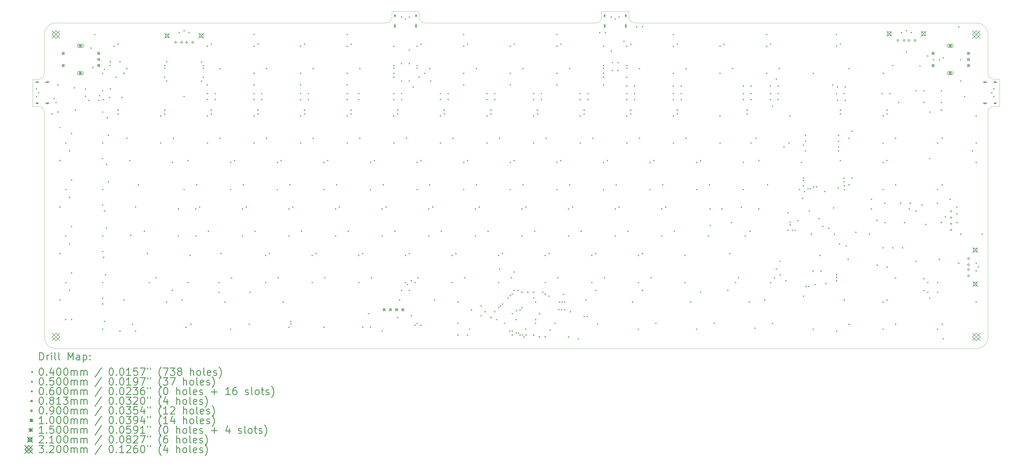
<source format=gbr>
%FSLAX45Y45*%
G04 Gerber Fmt 4.5, Leading zero omitted, Abs format (unit mm)*
G04 Created by KiCad (PCBNEW (5.1.10)-1) date 2021-11-05 09:14:15*
%MOMM*%
%LPD*%
G01*
G04 APERTURE LIST*
%TA.AperFunction,Profile*%
%ADD10C,0.100000*%
%TD*%
%ADD11C,0.200000*%
%ADD12C,0.300000*%
G04 APERTURE END LIST*
D10*
X6984560Y-18810690D02*
X7222670Y-18810690D01*
X7460780Y-28255720D02*
X7460780Y-19048800D01*
X7460780Y-15874000D02*
X7460780Y-17461400D01*
X7222670Y-17699510D02*
X6984560Y-17699510D01*
X7460780Y-17461400D02*
G75*
G02*
X7222670Y-17699510I-238110J0D01*
G01*
X7222670Y-18810690D02*
G75*
G02*
X7460780Y-19048800I0J-238110D01*
G01*
X31351150Y-15159670D02*
X31351150Y-14921560D01*
X30239970Y-15159670D02*
X30239970Y-14921560D01*
X31589260Y-15397780D02*
X45558380Y-15397780D01*
X23017300Y-15397780D02*
X30001860Y-15397780D01*
X30239970Y-15159670D02*
G75*
G02*
X30001860Y-15397780I-238110J0D01*
G01*
X31589260Y-15397780D02*
G75*
G02*
X31351150Y-15159670I0J238110D01*
G01*
X22779190Y-14921560D02*
X22779190Y-15159670D01*
X21668010Y-14921560D02*
X22779190Y-14921560D01*
X21668010Y-15159670D02*
X21668010Y-14921560D01*
X7937000Y-15397780D02*
X21429900Y-15397780D01*
X21668010Y-15159670D02*
G75*
G02*
X21429900Y-15397780I-238110J0D01*
G01*
X23017300Y-15397780D02*
G75*
G02*
X22779190Y-15159670I0J238110D01*
G01*
X46510820Y-17699510D02*
X46272710Y-17699510D01*
X46510820Y-18810690D02*
X46510820Y-17699510D01*
X46272710Y-18810690D02*
X46510820Y-18810690D01*
X46034600Y-19048800D02*
G75*
G02*
X46272710Y-18810690I238110J0D01*
G01*
X46272710Y-17699510D02*
G75*
G02*
X46034600Y-17461400I0J238110D01*
G01*
X46034600Y-17461400D02*
X46034600Y-15874000D01*
X46034600Y-28255720D02*
X46034600Y-19048800D01*
X6984560Y-17699510D02*
X6984560Y-18810690D01*
X31351150Y-14921560D02*
X30239970Y-14921560D01*
X7937000Y-28731940D02*
X45558380Y-28731940D01*
X46034600Y-28255720D02*
G75*
G02*
X45558380Y-28731940I-476220J0D01*
G01*
X45558380Y-15397780D02*
G75*
G02*
X46034600Y-15874000I0J-476220D01*
G01*
X7460780Y-15874000D02*
G75*
G02*
X7937000Y-15397780I476220J0D01*
G01*
X7937000Y-28731940D02*
G75*
G02*
X7460780Y-28255720I0J476220D01*
G01*
D11*
X7123300Y-18076360D02*
X7163300Y-18116360D01*
X7163300Y-18076360D02*
X7123300Y-18116360D01*
X7123300Y-18393840D02*
X7163300Y-18433840D01*
X7163300Y-18393840D02*
X7123300Y-18433840D01*
X7202670Y-18235100D02*
X7242670Y-18275100D01*
X7242670Y-18235100D02*
X7202670Y-18275100D01*
X7758260Y-19108170D02*
X7798260Y-19148170D01*
X7798260Y-19108170D02*
X7758260Y-19148170D01*
X7837630Y-18473210D02*
X7877630Y-18513210D01*
X7877630Y-18473210D02*
X7837630Y-18513210D01*
X7917000Y-18631950D02*
X7957000Y-18671950D01*
X7957000Y-18631950D02*
X7917000Y-18671950D01*
X8001390Y-17912600D02*
X8041390Y-17952600D01*
X8041390Y-17912600D02*
X8001390Y-17952600D01*
X8075740Y-19663760D02*
X8115740Y-19703760D01*
X8115740Y-19663760D02*
X8075740Y-19703760D01*
X8075740Y-21013050D02*
X8115740Y-21053050D01*
X8115740Y-21013050D02*
X8075740Y-21053050D01*
X8075740Y-22917930D02*
X8115740Y-22957930D01*
X8115740Y-22917930D02*
X8075740Y-22957930D01*
X8075740Y-24822810D02*
X8115740Y-24862810D01*
X8115740Y-24822810D02*
X8075740Y-24862810D01*
X8075740Y-26727690D02*
X8115740Y-26767690D01*
X8115740Y-26727690D02*
X8075740Y-26767690D01*
X8313850Y-20298720D02*
X8353850Y-20338720D01*
X8353850Y-20298720D02*
X8313850Y-20338720D01*
X8313850Y-22203600D02*
X8353850Y-22243600D01*
X8353850Y-22203600D02*
X8313850Y-22243600D01*
X8313850Y-24108480D02*
X8353850Y-24148480D01*
X8353850Y-24108480D02*
X8313850Y-24148480D01*
X8313850Y-26013360D02*
X8353850Y-26053360D01*
X8353850Y-26013360D02*
X8313850Y-26053360D01*
X8313850Y-27521390D02*
X8353850Y-27561390D01*
X8353850Y-27521390D02*
X8313850Y-27561390D01*
X8472590Y-20616200D02*
X8512590Y-20656200D01*
X8512590Y-20616200D02*
X8472590Y-20656200D01*
X8472590Y-22521080D02*
X8512590Y-22561080D01*
X8512590Y-22521080D02*
X8472590Y-22561080D01*
X8472590Y-24425960D02*
X8512590Y-24465960D01*
X8512590Y-24425960D02*
X8472590Y-24465960D01*
X8472590Y-26330840D02*
X8512590Y-26370840D01*
X8512590Y-26330840D02*
X8472590Y-26370840D01*
X8551960Y-19901870D02*
X8591960Y-19941870D01*
X8591960Y-19901870D02*
X8551960Y-19941870D01*
X8551960Y-21806750D02*
X8591960Y-21846750D01*
X8591960Y-21806750D02*
X8551960Y-21846750D01*
X8551960Y-23711630D02*
X8591960Y-23751630D01*
X8591960Y-23711630D02*
X8551960Y-23751630D01*
X8551960Y-25616510D02*
X8591960Y-25656510D01*
X8591960Y-25616510D02*
X8551960Y-25656510D01*
X8551960Y-27521390D02*
X8591960Y-27561390D01*
X8591960Y-27521390D02*
X8551960Y-27561390D01*
X8671015Y-18036675D02*
X8711015Y-18076675D01*
X8711015Y-18036675D02*
X8671015Y-18076675D01*
X8710700Y-18949430D02*
X8750700Y-18989430D01*
X8750700Y-18949430D02*
X8710700Y-18989430D01*
X9119130Y-18087940D02*
X9159130Y-18127940D01*
X9159130Y-18087940D02*
X9119130Y-18127940D01*
X9119130Y-18382260D02*
X9159130Y-18422260D01*
X9159130Y-18382260D02*
X9119130Y-18422260D01*
X9266290Y-18552580D02*
X9306290Y-18592580D01*
X9306290Y-18552580D02*
X9266290Y-18592580D01*
X9345660Y-16409590D02*
X9385660Y-16449590D01*
X9385660Y-16409590D02*
X9345660Y-16449590D01*
X9425030Y-17203290D02*
X9465030Y-17243290D01*
X9465030Y-17203290D02*
X9425030Y-17243290D01*
X9504400Y-15854000D02*
X9544400Y-15894000D01*
X9544400Y-15854000D02*
X9504400Y-15894000D01*
X9663140Y-18552580D02*
X9703140Y-18592580D01*
X9703140Y-18552580D02*
X9663140Y-18592580D01*
X9702825Y-18354155D02*
X9742825Y-18394155D01*
X9742825Y-18354155D02*
X9702825Y-18394155D01*
X9821880Y-17441400D02*
X9861880Y-17481400D01*
X9861880Y-17441400D02*
X9821880Y-17481400D01*
X9821880Y-18155730D02*
X9861880Y-18195730D01*
X9861880Y-18155730D02*
X9821880Y-18195730D01*
X9821880Y-19028800D02*
X9861880Y-19068800D01*
X9861880Y-19028800D02*
X9821880Y-19068800D01*
X9821880Y-20298720D02*
X9861880Y-20338720D01*
X9861880Y-20298720D02*
X9821880Y-20338720D01*
X9821880Y-20933680D02*
X9861880Y-20973680D01*
X9861880Y-20933680D02*
X9821880Y-20973680D01*
X9821880Y-22203600D02*
X9861880Y-22243600D01*
X9861880Y-22203600D02*
X9821880Y-22243600D01*
X9821880Y-22838560D02*
X9861880Y-22878560D01*
X9861880Y-22838560D02*
X9821880Y-22878560D01*
X9821880Y-24108480D02*
X9861880Y-24148480D01*
X9861880Y-24108480D02*
X9821880Y-24148480D01*
X9821880Y-24743440D02*
X9861880Y-24783440D01*
X9861880Y-24743440D02*
X9821880Y-24783440D01*
X9821880Y-26013360D02*
X9861880Y-26053360D01*
X9861880Y-26013360D02*
X9821880Y-26053360D01*
X9821880Y-26648320D02*
X9861880Y-26688320D01*
X9861880Y-26648320D02*
X9821880Y-26688320D01*
X9821880Y-27918240D02*
X9861880Y-27958240D01*
X9861880Y-27918240D02*
X9821880Y-27958240D01*
X9861565Y-18512895D02*
X9901565Y-18552895D01*
X9901565Y-18512895D02*
X9861565Y-18552895D01*
X9901250Y-17282660D02*
X9941250Y-17322660D01*
X9941250Y-17282660D02*
X9901250Y-17322660D01*
X9901250Y-27600760D02*
X9941250Y-27640760D01*
X9941250Y-27600760D02*
X9901250Y-27640760D01*
X9940935Y-25695880D02*
X9980935Y-25735880D01*
X9980935Y-25695880D02*
X9940935Y-25735880D01*
X9980620Y-23791000D02*
X10020620Y-23831000D01*
X10020620Y-23791000D02*
X9980620Y-23831000D01*
X10059990Y-19981240D02*
X10099990Y-20021240D01*
X10099990Y-19981240D02*
X10059990Y-20021240D01*
X10059990Y-21886120D02*
X10099990Y-21926120D01*
X10099990Y-21886120D02*
X10059990Y-21926120D01*
X10099675Y-18433525D02*
X10139675Y-18473525D01*
X10139675Y-18433525D02*
X10099675Y-18473525D01*
X10139360Y-17123920D02*
X10179360Y-17163920D01*
X10179360Y-17123920D02*
X10139360Y-17163920D01*
X10139360Y-18076360D02*
X10179360Y-18116360D01*
X10179360Y-18076360D02*
X10139360Y-18116360D01*
X10298100Y-16330220D02*
X10338100Y-16370220D01*
X10338100Y-16330220D02*
X10298100Y-16370220D01*
X10377470Y-17600140D02*
X10417470Y-17640140D01*
X10417470Y-17600140D02*
X10377470Y-17640140D01*
X10456840Y-16250850D02*
X10496840Y-16290850D01*
X10496840Y-16250850D02*
X10456840Y-16290850D01*
X10456840Y-19108170D02*
X10496840Y-19148170D01*
X10496840Y-19108170D02*
X10456840Y-19148170D01*
X10536210Y-16965180D02*
X10576210Y-17005180D01*
X10576210Y-16965180D02*
X10536210Y-17005180D01*
X10536210Y-27997610D02*
X10576210Y-28037610D01*
X10576210Y-27997610D02*
X10536210Y-28037610D01*
X10615580Y-18433525D02*
X10655580Y-18473525D01*
X10655580Y-18433525D02*
X10615580Y-18473525D01*
X10694950Y-26727690D02*
X10734950Y-26767690D01*
X10734950Y-26727690D02*
X10694950Y-26767690D01*
X10814005Y-17242975D02*
X10854005Y-17282975D01*
X10854005Y-17242975D02*
X10814005Y-17282975D01*
X10814005Y-20100295D02*
X10854005Y-20140295D01*
X10854005Y-20100295D02*
X10814005Y-20140295D01*
X10933060Y-21013050D02*
X10973060Y-21053050D01*
X10973060Y-21013050D02*
X10933060Y-21053050D01*
X10972745Y-24068795D02*
X11012745Y-24108795D01*
X11012745Y-24068795D02*
X10972745Y-24108795D01*
X11052115Y-27719815D02*
X11092115Y-27759815D01*
X11092115Y-27719815D02*
X11052115Y-27759815D01*
X11171170Y-22917930D02*
X11211170Y-22957930D01*
X11211170Y-22917930D02*
X11171170Y-22957930D01*
X11171170Y-27993848D02*
X11211170Y-28033848D01*
X11211170Y-27993848D02*
X11171170Y-28033848D01*
X11290225Y-22005175D02*
X11330225Y-22045175D01*
X11330225Y-22005175D02*
X11290225Y-22045175D01*
X11528335Y-23910055D02*
X11568335Y-23950055D01*
X11568335Y-23910055D02*
X11528335Y-23950055D01*
X11647390Y-24822810D02*
X11687390Y-24862810D01*
X11687390Y-24822810D02*
X11647390Y-24862810D01*
X11726760Y-26013360D02*
X11766760Y-26053360D01*
X11766760Y-26013360D02*
X11726760Y-26053360D01*
X12004555Y-25814935D02*
X12044555Y-25854935D01*
X12044555Y-25814935D02*
X12004555Y-25854935D01*
X12202980Y-19187540D02*
X12242980Y-19227540D01*
X12242980Y-19187540D02*
X12202980Y-19227540D01*
X12202980Y-20298720D02*
X12242980Y-20338720D01*
X12242980Y-20298720D02*
X12202980Y-20338720D01*
X12361720Y-17123920D02*
X12401720Y-17163920D01*
X12401720Y-17123920D02*
X12361720Y-17163920D01*
X12361720Y-17223920D02*
X12401720Y-17263920D01*
X12401720Y-17223920D02*
X12361720Y-17263920D01*
X12361720Y-17600140D02*
X12401720Y-17640140D01*
X12401720Y-17600140D02*
X12361720Y-17640140D01*
X12361720Y-19108170D02*
X12401720Y-19148170D01*
X12401720Y-19108170D02*
X12361720Y-19148170D01*
X12441090Y-16965180D02*
X12481090Y-17005180D01*
X12481090Y-16965180D02*
X12441090Y-17005180D01*
X12441090Y-17758880D02*
X12481090Y-17798880D01*
X12481090Y-17758880D02*
X12441090Y-17798880D01*
X12441090Y-26807060D02*
X12481090Y-26847060D01*
X12481090Y-26807060D02*
X12441090Y-26847060D01*
X12679200Y-21092420D02*
X12719200Y-21132420D01*
X12719200Y-21092420D02*
X12679200Y-21132420D01*
X12679200Y-26330840D02*
X12719200Y-26370840D01*
X12719200Y-26330840D02*
X12679200Y-26370840D01*
X12718885Y-20100295D02*
X12758885Y-20140295D01*
X12758885Y-20100295D02*
X12718885Y-20140295D01*
X12917310Y-22997300D02*
X12957310Y-23037300D01*
X12957310Y-22997300D02*
X12917310Y-23037300D01*
X12917310Y-24108480D02*
X12957310Y-24148480D01*
X12957310Y-24108480D02*
X12917310Y-24148480D01*
X12956995Y-15774630D02*
X12996995Y-15814630D01*
X12996995Y-15774630D02*
X12956995Y-15814630D01*
X13076050Y-26727690D02*
X13116050Y-26767690D01*
X13116050Y-26727690D02*
X13076050Y-26767690D01*
X13155420Y-15695260D02*
X13195420Y-15735260D01*
X13195420Y-15695260D02*
X13155420Y-15735260D01*
X13155420Y-18393840D02*
X13195420Y-18433840D01*
X13195420Y-18393840D02*
X13155420Y-18433840D01*
X13155420Y-22203600D02*
X13195420Y-22243600D01*
X13195420Y-22203600D02*
X13155420Y-22243600D01*
X13234790Y-27838870D02*
X13274790Y-27878870D01*
X13274790Y-27838870D02*
X13234790Y-27878870D01*
X13314160Y-21013050D02*
X13354160Y-21053050D01*
X13354160Y-21013050D02*
X13314160Y-21053050D01*
X13314160Y-26013360D02*
X13354160Y-26053360D01*
X13354160Y-26013360D02*
X13314160Y-26053360D01*
X13353845Y-15774630D02*
X13393845Y-15814630D01*
X13393845Y-15774630D02*
X13353845Y-15814630D01*
X13393530Y-24902180D02*
X13433530Y-24942180D01*
X13433530Y-24902180D02*
X13393530Y-24942180D01*
X13433215Y-27719815D02*
X13473215Y-27759815D01*
X13473215Y-27719815D02*
X13433215Y-27759815D01*
X13631640Y-22997300D02*
X13671640Y-23037300D01*
X13671640Y-22997300D02*
X13631640Y-23037300D01*
X13631640Y-24108480D02*
X13671640Y-24148480D01*
X13671640Y-24108480D02*
X13631640Y-24148480D01*
X13671325Y-22005175D02*
X13711325Y-22045175D01*
X13711325Y-22005175D02*
X13671325Y-22045175D01*
X13790380Y-22917930D02*
X13830380Y-22957930D01*
X13830380Y-22917930D02*
X13790380Y-22957930D01*
X13869750Y-16965180D02*
X13909750Y-17005180D01*
X13909750Y-16965180D02*
X13869750Y-17005180D01*
X13869750Y-17758880D02*
X13909750Y-17798880D01*
X13909750Y-17758880D02*
X13869750Y-17798880D01*
X13949120Y-17123920D02*
X13989120Y-17163920D01*
X13989120Y-17123920D02*
X13949120Y-17163920D01*
X13949120Y-17223920D02*
X13989120Y-17263920D01*
X13989120Y-17223920D02*
X13949120Y-17263920D01*
X13949120Y-17600140D02*
X13989120Y-17640140D01*
X13989120Y-17600140D02*
X13949120Y-17640140D01*
X14107860Y-16330220D02*
X14147860Y-16370220D01*
X14147860Y-16330220D02*
X14107860Y-16370220D01*
X14107860Y-17917620D02*
X14147860Y-17957620D01*
X14147860Y-17917620D02*
X14107860Y-17957620D01*
X14107860Y-18274785D02*
X14147860Y-18314785D01*
X14147860Y-18274785D02*
X14107860Y-18314785D01*
X14107860Y-18512895D02*
X14147860Y-18552895D01*
X14147860Y-18512895D02*
X14107860Y-18552895D01*
X14107860Y-19187540D02*
X14147860Y-19227540D01*
X14147860Y-19187540D02*
X14107860Y-19227540D01*
X14107860Y-20298720D02*
X14147860Y-20338720D01*
X14147860Y-20298720D02*
X14107860Y-20338720D01*
X14147545Y-23910055D02*
X14187545Y-23950055D01*
X14187545Y-23910055D02*
X14147545Y-23950055D01*
X14266600Y-16250850D02*
X14306600Y-16290850D01*
X14306600Y-16250850D02*
X14266600Y-16290850D01*
X14266600Y-19108170D02*
X14306600Y-19148170D01*
X14306600Y-19108170D02*
X14266600Y-19148170D01*
X14425340Y-18274785D02*
X14465340Y-18314785D01*
X14465340Y-18274785D02*
X14425340Y-18314785D01*
X14425340Y-18512895D02*
X14465340Y-18552895D01*
X14465340Y-18512895D02*
X14425340Y-18552895D01*
X14584080Y-26013360D02*
X14624080Y-26053360D01*
X14624080Y-26013360D02*
X14584080Y-26053360D01*
X14584080Y-26410210D02*
X14624080Y-26450210D01*
X14624080Y-26410210D02*
X14584080Y-26450210D01*
X14623765Y-17242975D02*
X14663765Y-17282975D01*
X14663765Y-17242975D02*
X14623765Y-17282975D01*
X14623765Y-20100295D02*
X14663765Y-20140295D01*
X14663765Y-20100295D02*
X14623765Y-20140295D01*
X14663450Y-24822810D02*
X14703450Y-24862810D01*
X14703450Y-24822810D02*
X14663450Y-24862810D01*
X14822190Y-26807060D02*
X14862190Y-26847060D01*
X14862190Y-26807060D02*
X14822190Y-26847060D01*
X15060300Y-21092420D02*
X15100300Y-21132420D01*
X15100300Y-21092420D02*
X15060300Y-21132420D01*
X15060300Y-22203600D02*
X15100300Y-22243600D01*
X15100300Y-22203600D02*
X15060300Y-22243600D01*
X15060300Y-27918240D02*
X15100300Y-27958240D01*
X15100300Y-27918240D02*
X15060300Y-27958240D01*
X15099985Y-25814935D02*
X15139985Y-25854935D01*
X15139985Y-25814935D02*
X15099985Y-25854935D01*
X15219040Y-21013050D02*
X15259040Y-21053050D01*
X15259040Y-21013050D02*
X15219040Y-21053050D01*
X15536520Y-22997300D02*
X15576520Y-23037300D01*
X15576520Y-22997300D02*
X15536520Y-23037300D01*
X15536520Y-24108480D02*
X15576520Y-24148480D01*
X15576520Y-24108480D02*
X15536520Y-24148480D01*
X15576205Y-22005175D02*
X15616205Y-22045175D01*
X15616205Y-22005175D02*
X15576205Y-22045175D01*
X15695260Y-22917930D02*
X15735260Y-22957930D01*
X15735260Y-22917930D02*
X15695260Y-22957930D01*
X15814315Y-27719815D02*
X15854315Y-27759815D01*
X15854315Y-27719815D02*
X15814315Y-27759815D01*
X15854000Y-26410210D02*
X15894000Y-26450210D01*
X15894000Y-26410210D02*
X15854000Y-26450210D01*
X16012740Y-15854000D02*
X16052740Y-15894000D01*
X16052740Y-15854000D02*
X16012740Y-15894000D01*
X16012740Y-16330220D02*
X16052740Y-16370220D01*
X16052740Y-16330220D02*
X16012740Y-16370220D01*
X16012740Y-17441400D02*
X16052740Y-17481400D01*
X16052740Y-17441400D02*
X16012740Y-17481400D01*
X16012740Y-17917620D02*
X16052740Y-17957620D01*
X16052740Y-17917620D02*
X16012740Y-17957620D01*
X16012740Y-18274785D02*
X16052740Y-18314785D01*
X16052740Y-18274785D02*
X16012740Y-18314785D01*
X16012740Y-18512895D02*
X16052740Y-18552895D01*
X16052740Y-18512895D02*
X16012740Y-18552895D01*
X16012740Y-19187540D02*
X16052740Y-19227540D01*
X16052740Y-19187540D02*
X16012740Y-19227540D01*
X16012740Y-20298720D02*
X16052740Y-20338720D01*
X16052740Y-20298720D02*
X16012740Y-20338720D01*
X16052425Y-23910055D02*
X16092425Y-23950055D01*
X16092425Y-23910055D02*
X16052425Y-23950055D01*
X16171480Y-16250850D02*
X16211480Y-16290850D01*
X16211480Y-16250850D02*
X16171480Y-16290850D01*
X16171480Y-19108170D02*
X16211480Y-19148170D01*
X16211480Y-19108170D02*
X16171480Y-19148170D01*
X16330220Y-18274785D02*
X16370220Y-18314785D01*
X16370220Y-18274785D02*
X16330220Y-18314785D01*
X16330220Y-18512895D02*
X16370220Y-18552895D01*
X16370220Y-18512895D02*
X16330220Y-18552895D01*
X16488960Y-24902180D02*
X16528960Y-24942180D01*
X16528960Y-24902180D02*
X16488960Y-24942180D01*
X16488960Y-26013360D02*
X16528960Y-26053360D01*
X16528960Y-26013360D02*
X16488960Y-26053360D01*
X16528645Y-17242975D02*
X16568645Y-17282975D01*
X16568645Y-17242975D02*
X16528645Y-17282975D01*
X16528645Y-20100295D02*
X16568645Y-20140295D01*
X16568645Y-20100295D02*
X16528645Y-20140295D01*
X16647700Y-24822810D02*
X16687700Y-24862810D01*
X16687700Y-24822810D02*
X16647700Y-24862810D01*
X16965180Y-21092420D02*
X17005180Y-21132420D01*
X17005180Y-21092420D02*
X16965180Y-21132420D01*
X16965180Y-22203600D02*
X17005180Y-22243600D01*
X17005180Y-22203600D02*
X16965180Y-22243600D01*
X17004865Y-25814935D02*
X17044865Y-25854935D01*
X17044865Y-25814935D02*
X17004865Y-25854935D01*
X17123920Y-21013050D02*
X17163920Y-21053050D01*
X17163920Y-21013050D02*
X17123920Y-21053050D01*
X17203290Y-26807060D02*
X17243290Y-26847060D01*
X17243290Y-26807060D02*
X17203290Y-26847060D01*
X17441400Y-22997300D02*
X17481400Y-23037300D01*
X17481400Y-22997300D02*
X17441400Y-23037300D01*
X17441400Y-24108480D02*
X17481400Y-24148480D01*
X17481400Y-24108480D02*
X17441400Y-24148480D01*
X17441400Y-27838870D02*
X17481400Y-27878870D01*
X17481400Y-27838870D02*
X17441400Y-27878870D01*
X17481085Y-22005175D02*
X17521085Y-22045175D01*
X17521085Y-22005175D02*
X17481085Y-22045175D01*
X17520770Y-27600760D02*
X17560770Y-27640760D01*
X17560770Y-27600760D02*
X17520770Y-27640760D01*
X17520770Y-27700760D02*
X17560770Y-27740760D01*
X17560770Y-27700760D02*
X17520770Y-27740760D01*
X17600140Y-22917930D02*
X17640140Y-22957930D01*
X17640140Y-22917930D02*
X17600140Y-22957930D01*
X17917620Y-16330220D02*
X17957620Y-16370220D01*
X17957620Y-16330220D02*
X17917620Y-16370220D01*
X17917620Y-17441400D02*
X17957620Y-17481400D01*
X17957620Y-17441400D02*
X17917620Y-17481400D01*
X17917620Y-17917620D02*
X17957620Y-17957620D01*
X17957620Y-17917620D02*
X17917620Y-17957620D01*
X17917620Y-18274785D02*
X17957620Y-18314785D01*
X17957620Y-18274785D02*
X17917620Y-18314785D01*
X17917620Y-18512895D02*
X17957620Y-18552895D01*
X17957620Y-18512895D02*
X17917620Y-18552895D01*
X17917620Y-19187540D02*
X17957620Y-19227540D01*
X17957620Y-19187540D02*
X17917620Y-19227540D01*
X17917620Y-20298720D02*
X17957620Y-20338720D01*
X17957620Y-20298720D02*
X17917620Y-20338720D01*
X17957305Y-23910055D02*
X17997305Y-23950055D01*
X17997305Y-23910055D02*
X17957305Y-23950055D01*
X18076360Y-16250850D02*
X18116360Y-16290850D01*
X18116360Y-16250850D02*
X18076360Y-16290850D01*
X18076360Y-19108170D02*
X18116360Y-19148170D01*
X18116360Y-19108170D02*
X18076360Y-19148170D01*
X18235100Y-18274785D02*
X18275100Y-18314785D01*
X18275100Y-18274785D02*
X18235100Y-18314785D01*
X18235100Y-18512895D02*
X18275100Y-18552895D01*
X18275100Y-18512895D02*
X18235100Y-18552895D01*
X18393840Y-24902180D02*
X18433840Y-24942180D01*
X18433840Y-24902180D02*
X18393840Y-24942180D01*
X18393840Y-26013360D02*
X18433840Y-26053360D01*
X18433840Y-26013360D02*
X18393840Y-26053360D01*
X18433525Y-17242975D02*
X18473525Y-17282975D01*
X18473525Y-17242975D02*
X18433525Y-17282975D01*
X18433525Y-20100295D02*
X18473525Y-20140295D01*
X18473525Y-20100295D02*
X18433525Y-20140295D01*
X18552580Y-24822810D02*
X18592580Y-24862810D01*
X18592580Y-24822810D02*
X18552580Y-24862810D01*
X18870060Y-21092420D02*
X18910060Y-21132420D01*
X18910060Y-21092420D02*
X18870060Y-21132420D01*
X18870060Y-22203600D02*
X18910060Y-22243600D01*
X18910060Y-22203600D02*
X18870060Y-22243600D01*
X18870060Y-27838870D02*
X18910060Y-27878870D01*
X18910060Y-27838870D02*
X18870060Y-27878870D01*
X18909745Y-25814935D02*
X18949745Y-25854935D01*
X18949745Y-25814935D02*
X18909745Y-25854935D01*
X19028800Y-21013050D02*
X19068800Y-21053050D01*
X19068800Y-21013050D02*
X19028800Y-21053050D01*
X19346280Y-22997300D02*
X19386280Y-23037300D01*
X19386280Y-22997300D02*
X19346280Y-23037300D01*
X19346280Y-24108480D02*
X19386280Y-24148480D01*
X19386280Y-24108480D02*
X19346280Y-24148480D01*
X19385965Y-22005175D02*
X19425965Y-22045175D01*
X19425965Y-22005175D02*
X19385965Y-22045175D01*
X19505020Y-22917930D02*
X19545020Y-22957930D01*
X19545020Y-22917930D02*
X19505020Y-22957930D01*
X19822500Y-15854000D02*
X19862500Y-15894000D01*
X19862500Y-15854000D02*
X19822500Y-15894000D01*
X19822500Y-16330220D02*
X19862500Y-16370220D01*
X19862500Y-16330220D02*
X19822500Y-16370220D01*
X19822500Y-17441400D02*
X19862500Y-17481400D01*
X19862500Y-17441400D02*
X19822500Y-17481400D01*
X19822500Y-17917620D02*
X19862500Y-17957620D01*
X19862500Y-17917620D02*
X19822500Y-17957620D01*
X19822500Y-18274785D02*
X19862500Y-18314785D01*
X19862500Y-18274785D02*
X19822500Y-18314785D01*
X19822500Y-18512895D02*
X19862500Y-18552895D01*
X19862500Y-18512895D02*
X19822500Y-18552895D01*
X19822500Y-19187540D02*
X19862500Y-19227540D01*
X19862500Y-19187540D02*
X19822500Y-19227540D01*
X19822500Y-20298720D02*
X19862500Y-20338720D01*
X19862500Y-20298720D02*
X19822500Y-20338720D01*
X19862185Y-23910055D02*
X19902185Y-23950055D01*
X19902185Y-23910055D02*
X19862185Y-23950055D01*
X19981240Y-16250850D02*
X20021240Y-16290850D01*
X20021240Y-16250850D02*
X19981240Y-16290850D01*
X19981240Y-19108170D02*
X20021240Y-19148170D01*
X20021240Y-19108170D02*
X19981240Y-19148170D01*
X20298720Y-18274785D02*
X20338720Y-18314785D01*
X20338720Y-18274785D02*
X20298720Y-18314785D01*
X20298720Y-18512895D02*
X20338720Y-18552895D01*
X20338720Y-18512895D02*
X20298720Y-18552895D01*
X20298720Y-24902180D02*
X20338720Y-24942180D01*
X20338720Y-24902180D02*
X20298720Y-24942180D01*
X20298720Y-26013360D02*
X20338720Y-26053360D01*
X20338720Y-26013360D02*
X20298720Y-26053360D01*
X20338405Y-17242975D02*
X20378405Y-17282975D01*
X20378405Y-17242975D02*
X20338405Y-17282975D01*
X20338405Y-20100295D02*
X20378405Y-20140295D01*
X20378405Y-20100295D02*
X20338405Y-20140295D01*
X20457460Y-24822810D02*
X20497460Y-24862810D01*
X20497460Y-24822810D02*
X20457460Y-24862810D01*
X20457460Y-27838870D02*
X20497460Y-27878870D01*
X20497460Y-27838870D02*
X20457460Y-27878870D01*
X20695570Y-27283280D02*
X20735570Y-27323280D01*
X20735570Y-27283280D02*
X20695570Y-27323280D01*
X20774940Y-21092420D02*
X20814940Y-21132420D01*
X20814940Y-21092420D02*
X20774940Y-21132420D01*
X20774940Y-22203600D02*
X20814940Y-22243600D01*
X20814940Y-22203600D02*
X20774940Y-22243600D01*
X20774940Y-27838870D02*
X20814940Y-27878870D01*
X20814940Y-27838870D02*
X20774940Y-27878870D01*
X20814625Y-25814935D02*
X20854625Y-25854935D01*
X20854625Y-25814935D02*
X20814625Y-25854935D01*
X20933680Y-21013050D02*
X20973680Y-21053050D01*
X20973680Y-21013050D02*
X20933680Y-21053050D01*
X21251160Y-22997300D02*
X21291160Y-23037300D01*
X21291160Y-22997300D02*
X21251160Y-23037300D01*
X21251160Y-24108480D02*
X21291160Y-24148480D01*
X21291160Y-24108480D02*
X21251160Y-24148480D01*
X21251160Y-27993848D02*
X21291160Y-28033848D01*
X21291160Y-27993848D02*
X21251160Y-28033848D01*
X21290845Y-22005175D02*
X21330845Y-22045175D01*
X21330845Y-22005175D02*
X21290845Y-22045175D01*
X21409900Y-22917930D02*
X21449900Y-22957930D01*
X21449900Y-22917930D02*
X21409900Y-22957930D01*
X21727380Y-16330220D02*
X21767380Y-16370220D01*
X21767380Y-16330220D02*
X21727380Y-16370220D01*
X21727380Y-17123920D02*
X21767380Y-17163920D01*
X21767380Y-17123920D02*
X21727380Y-17163920D01*
X21727380Y-17223920D02*
X21767380Y-17263920D01*
X21767380Y-17223920D02*
X21727380Y-17263920D01*
X21727380Y-17441400D02*
X21767380Y-17481400D01*
X21767380Y-17441400D02*
X21727380Y-17481400D01*
X21727380Y-17600140D02*
X21767380Y-17640140D01*
X21767380Y-17600140D02*
X21727380Y-17640140D01*
X21727380Y-18274785D02*
X21767380Y-18314785D01*
X21767380Y-18274785D02*
X21727380Y-18314785D01*
X21727380Y-18512895D02*
X21767380Y-18552895D01*
X21767380Y-18512895D02*
X21727380Y-18552895D01*
X21727380Y-19187540D02*
X21767380Y-19227540D01*
X21767380Y-19187540D02*
X21727380Y-19227540D01*
X21727380Y-20298720D02*
X21767380Y-20338720D01*
X21767380Y-20298720D02*
X21727380Y-20338720D01*
X21767065Y-23910055D02*
X21807065Y-23950055D01*
X21807065Y-23910055D02*
X21767065Y-23950055D01*
X21886120Y-19108170D02*
X21926120Y-19148170D01*
X21926120Y-19108170D02*
X21886120Y-19148170D01*
X21886120Y-27442020D02*
X21926120Y-27482020D01*
X21926120Y-27442020D02*
X21886120Y-27482020D01*
X21965490Y-26727690D02*
X22005490Y-26767690D01*
X22005490Y-26727690D02*
X21965490Y-26767690D01*
X22044860Y-15139670D02*
X22084860Y-15179670D01*
X22084860Y-15139670D02*
X22044860Y-15179670D01*
X22044860Y-17044550D02*
X22084860Y-17084550D01*
X22084860Y-17044550D02*
X22044860Y-17084550D01*
X22044860Y-17758880D02*
X22084860Y-17798880D01*
X22084860Y-17758880D02*
X22044860Y-17798880D01*
X22044860Y-18274785D02*
X22084860Y-18314785D01*
X22084860Y-18274785D02*
X22044860Y-18314785D01*
X22044860Y-18512895D02*
X22084860Y-18552895D01*
X22084860Y-18512895D02*
X22044860Y-18552895D01*
X22044860Y-26330840D02*
X22084860Y-26370840D01*
X22084860Y-26330840D02*
X22044860Y-26370840D01*
X22203600Y-15219040D02*
X22243600Y-15259040D01*
X22243600Y-15219040D02*
X22203600Y-15259040D01*
X22203600Y-24902180D02*
X22243600Y-24942180D01*
X22243600Y-24902180D02*
X22203600Y-24942180D01*
X22203600Y-26013360D02*
X22243600Y-26053360D01*
X22243600Y-26013360D02*
X22203600Y-26053360D01*
X22243285Y-20100295D02*
X22283285Y-20140295D01*
X22283285Y-20100295D02*
X22243285Y-20140295D01*
X22282970Y-26092730D02*
X22322970Y-26132730D01*
X22322970Y-26092730D02*
X22282970Y-26132730D01*
X22362340Y-15139670D02*
X22402340Y-15179670D01*
X22402340Y-15139670D02*
X22362340Y-15179670D01*
X22362340Y-16488960D02*
X22402340Y-16528960D01*
X22402340Y-16488960D02*
X22362340Y-16528960D01*
X22362340Y-17044550D02*
X22402340Y-17084550D01*
X22402340Y-17044550D02*
X22362340Y-17084550D01*
X22362340Y-17758880D02*
X22402340Y-17798880D01*
X22402340Y-17758880D02*
X22362340Y-17798880D01*
X22362340Y-24822810D02*
X22402340Y-24862810D01*
X22402340Y-24822810D02*
X22362340Y-24862810D01*
X22362340Y-26330840D02*
X22402340Y-26370840D01*
X22402340Y-26330840D02*
X22362340Y-26370840D01*
X22441710Y-25933990D02*
X22481710Y-25973990D01*
X22481710Y-25933990D02*
X22441710Y-25973990D01*
X22441710Y-27362650D02*
X22481710Y-27402650D01*
X22481710Y-27362650D02*
X22441710Y-27402650D01*
X22521080Y-17996990D02*
X22561080Y-18036990D01*
X22561080Y-17996990D02*
X22521080Y-18036990D01*
X22600450Y-26013360D02*
X22640450Y-26053360D01*
X22640450Y-26013360D02*
X22600450Y-26053360D01*
X22600450Y-27759500D02*
X22640450Y-27799500D01*
X22640450Y-27759500D02*
X22600450Y-27799500D01*
X22679820Y-16330220D02*
X22719820Y-16370220D01*
X22719820Y-16330220D02*
X22679820Y-16370220D01*
X22679820Y-17123920D02*
X22719820Y-17163920D01*
X22719820Y-17123920D02*
X22679820Y-17163920D01*
X22679820Y-17223920D02*
X22719820Y-17263920D01*
X22719820Y-17223920D02*
X22679820Y-17263920D01*
X22679820Y-21092420D02*
X22719820Y-21132420D01*
X22719820Y-21092420D02*
X22679820Y-21132420D01*
X22679820Y-22203600D02*
X22719820Y-22243600D01*
X22719820Y-22203600D02*
X22679820Y-22243600D01*
X22679820Y-27680130D02*
X22719820Y-27720130D01*
X22719820Y-27680130D02*
X22679820Y-27720130D01*
X22719505Y-25814935D02*
X22759505Y-25854935D01*
X22759505Y-25814935D02*
X22719505Y-25854935D01*
X22759190Y-17600140D02*
X22799190Y-17640140D01*
X22799190Y-17600140D02*
X22759190Y-17640140D01*
X22838560Y-16250850D02*
X22878560Y-16290850D01*
X22878560Y-16250850D02*
X22838560Y-16290850D01*
X22838560Y-21013050D02*
X22878560Y-21053050D01*
X22878560Y-21013050D02*
X22838560Y-21053050D01*
X22838560Y-27759500D02*
X22878560Y-27799500D01*
X22878560Y-27759500D02*
X22838560Y-27799500D01*
X22997300Y-17441400D02*
X23037300Y-17481400D01*
X23037300Y-17441400D02*
X22997300Y-17481400D01*
X23156040Y-22997300D02*
X23196040Y-23037300D01*
X23196040Y-22997300D02*
X23156040Y-23037300D01*
X23156040Y-24108480D02*
X23196040Y-24148480D01*
X23196040Y-24108480D02*
X23156040Y-24148480D01*
X23195725Y-17242975D02*
X23235725Y-17282975D01*
X23235725Y-17242975D02*
X23195725Y-17282975D01*
X23195725Y-22005175D02*
X23235725Y-22045175D01*
X23235725Y-22005175D02*
X23195725Y-22045175D01*
X23235410Y-17758880D02*
X23275410Y-17798880D01*
X23275410Y-17758880D02*
X23235410Y-17798880D01*
X23314780Y-22917930D02*
X23354780Y-22957930D01*
X23354780Y-22917930D02*
X23314780Y-22957930D01*
X23394150Y-26727690D02*
X23434150Y-26767690D01*
X23434150Y-26727690D02*
X23394150Y-26767690D01*
X23632260Y-18274785D02*
X23672260Y-18314785D01*
X23672260Y-18274785D02*
X23632260Y-18314785D01*
X23632260Y-18512895D02*
X23672260Y-18552895D01*
X23672260Y-18512895D02*
X23632260Y-18552895D01*
X23632260Y-19187540D02*
X23672260Y-19227540D01*
X23672260Y-19187540D02*
X23632260Y-19227540D01*
X23632260Y-20298720D02*
X23672260Y-20338720D01*
X23672260Y-20298720D02*
X23632260Y-20338720D01*
X23671945Y-23910055D02*
X23711945Y-23950055D01*
X23711945Y-23910055D02*
X23671945Y-23950055D01*
X23791000Y-19108170D02*
X23831000Y-19148170D01*
X23831000Y-19108170D02*
X23791000Y-19148170D01*
X23949740Y-18274785D02*
X23989740Y-18314785D01*
X23989740Y-18274785D02*
X23949740Y-18314785D01*
X23949740Y-18512895D02*
X23989740Y-18552895D01*
X23989740Y-18512895D02*
X23949740Y-18552895D01*
X24108480Y-24902180D02*
X24148480Y-24942180D01*
X24148480Y-24902180D02*
X24108480Y-24942180D01*
X24108480Y-26013360D02*
X24148480Y-26053360D01*
X24148480Y-26013360D02*
X24108480Y-26053360D01*
X24148165Y-20100295D02*
X24188165Y-20140295D01*
X24188165Y-20100295D02*
X24148165Y-20140295D01*
X24267220Y-24822810D02*
X24307220Y-24862810D01*
X24307220Y-24822810D02*
X24267220Y-24862810D01*
X24346590Y-26807060D02*
X24386590Y-26847060D01*
X24386590Y-26807060D02*
X24346590Y-26847060D01*
X24346590Y-27680130D02*
X24386590Y-27720130D01*
X24386590Y-27680130D02*
X24346590Y-27720130D01*
X24346590Y-28156350D02*
X24386590Y-28196350D01*
X24386590Y-28156350D02*
X24346590Y-28196350D01*
X24584700Y-15854000D02*
X24624700Y-15894000D01*
X24624700Y-15854000D02*
X24584700Y-15894000D01*
X24584700Y-16330220D02*
X24624700Y-16370220D01*
X24624700Y-16330220D02*
X24584700Y-16370220D01*
X24584700Y-17441400D02*
X24624700Y-17481400D01*
X24624700Y-17441400D02*
X24584700Y-17481400D01*
X24584700Y-17917620D02*
X24624700Y-17957620D01*
X24624700Y-17917620D02*
X24584700Y-17957620D01*
X24584700Y-21092420D02*
X24624700Y-21132420D01*
X24624700Y-21092420D02*
X24584700Y-21132420D01*
X24584700Y-22203600D02*
X24624700Y-22243600D01*
X24624700Y-22203600D02*
X24584700Y-22243600D01*
X24624385Y-25814935D02*
X24664385Y-25854935D01*
X24664385Y-25814935D02*
X24624385Y-25854935D01*
X24743440Y-16250850D02*
X24783440Y-16290850D01*
X24783440Y-16250850D02*
X24743440Y-16290850D01*
X24743440Y-21013050D02*
X24783440Y-21053050D01*
X24783440Y-21013050D02*
X24743440Y-21053050D01*
X24743440Y-28156350D02*
X24783440Y-28196350D01*
X24783440Y-28156350D02*
X24743440Y-28196350D01*
X24822810Y-27918240D02*
X24862810Y-27958240D01*
X24862810Y-27918240D02*
X24822810Y-27958240D01*
X24902180Y-27124540D02*
X24942180Y-27164540D01*
X24942180Y-27124540D02*
X24902180Y-27164540D01*
X25060920Y-22997300D02*
X25100920Y-23037300D01*
X25100920Y-22997300D02*
X25060920Y-23037300D01*
X25060920Y-24108480D02*
X25100920Y-24148480D01*
X25100920Y-24108480D02*
X25060920Y-24148480D01*
X25100605Y-17242975D02*
X25140605Y-17282975D01*
X25140605Y-17242975D02*
X25100605Y-17282975D01*
X25100605Y-22005175D02*
X25140605Y-22045175D01*
X25140605Y-22005175D02*
X25100605Y-22045175D01*
X25219660Y-22917930D02*
X25259660Y-22957930D01*
X25259660Y-22917930D02*
X25219660Y-22957930D01*
X25299030Y-26965800D02*
X25339030Y-27005800D01*
X25339030Y-26965800D02*
X25299030Y-27005800D01*
X25299030Y-27362650D02*
X25339030Y-27402650D01*
X25339030Y-27362650D02*
X25299030Y-27402650D01*
X25537140Y-18274785D02*
X25577140Y-18314785D01*
X25577140Y-18274785D02*
X25537140Y-18314785D01*
X25537140Y-18512895D02*
X25577140Y-18552895D01*
X25577140Y-18512895D02*
X25537140Y-18552895D01*
X25537140Y-19187540D02*
X25577140Y-19227540D01*
X25577140Y-19187540D02*
X25537140Y-19227540D01*
X25537140Y-20298720D02*
X25577140Y-20338720D01*
X25577140Y-20298720D02*
X25537140Y-20338720D01*
X25576825Y-23910055D02*
X25616825Y-23950055D01*
X25616825Y-23910055D02*
X25576825Y-23950055D01*
X25695880Y-19108170D02*
X25735880Y-19148170D01*
X25735880Y-19108170D02*
X25695880Y-19148170D01*
X25854620Y-18274785D02*
X25894620Y-18314785D01*
X25894620Y-18274785D02*
X25854620Y-18314785D01*
X25854620Y-18512895D02*
X25894620Y-18552895D01*
X25894620Y-18512895D02*
X25854620Y-18552895D01*
X25854620Y-27203910D02*
X25894620Y-27243910D01*
X25894620Y-27203910D02*
X25854620Y-27243910D01*
X25935777Y-27528574D02*
X25975777Y-27568574D01*
X25975777Y-27528574D02*
X25935777Y-27568574D01*
X26013360Y-24902180D02*
X26053360Y-24942180D01*
X26053360Y-24902180D02*
X26013360Y-24942180D01*
X26013360Y-26013360D02*
X26053360Y-26053360D01*
X26053360Y-26013360D02*
X26013360Y-26053360D01*
X26024940Y-27033590D02*
X26064940Y-27073590D01*
X26064940Y-27033590D02*
X26024940Y-27073590D01*
X26053045Y-20100295D02*
X26093045Y-20140295D01*
X26093045Y-20100295D02*
X26053045Y-20140295D01*
X26053045Y-25457770D02*
X26093045Y-25497770D01*
X26093045Y-25457770D02*
X26053045Y-25497770D01*
X26095651Y-26962879D02*
X26135651Y-27002879D01*
X26135651Y-26962879D02*
X26095651Y-27002879D01*
X26172100Y-24822810D02*
X26212100Y-24862810D01*
X26212100Y-24822810D02*
X26172100Y-24862810D01*
X26172100Y-26886430D02*
X26212100Y-26926430D01*
X26212100Y-26886430D02*
X26172100Y-26926430D01*
X26251470Y-27680130D02*
X26291470Y-27720130D01*
X26291470Y-27680130D02*
X26251470Y-27720130D01*
X26410210Y-26648320D02*
X26450210Y-26688320D01*
X26450210Y-26648320D02*
X26410210Y-26688320D01*
X26467685Y-27996345D02*
X26507685Y-28036345D01*
X26507685Y-27996345D02*
X26467685Y-28036345D01*
X26489580Y-16330220D02*
X26529580Y-16370220D01*
X26529580Y-16330220D02*
X26489580Y-16370220D01*
X26489580Y-17441400D02*
X26529580Y-17481400D01*
X26529580Y-17441400D02*
X26489580Y-17481400D01*
X26489580Y-17917620D02*
X26529580Y-17957620D01*
X26529580Y-17917620D02*
X26489580Y-17957620D01*
X26489580Y-21092420D02*
X26529580Y-21132420D01*
X26529580Y-21092420D02*
X26489580Y-21132420D01*
X26489580Y-22203600D02*
X26529580Y-22243600D01*
X26529580Y-22203600D02*
X26489580Y-22243600D01*
X26490845Y-26547055D02*
X26530845Y-26587055D01*
X26530845Y-26547055D02*
X26490845Y-26587055D01*
X26529265Y-25814935D02*
X26569265Y-25854935D01*
X26569265Y-25814935D02*
X26529265Y-25854935D01*
X26568950Y-27283280D02*
X26608950Y-27323280D01*
X26608950Y-27283280D02*
X26568950Y-27323280D01*
X26568950Y-27997610D02*
X26608950Y-28037610D01*
X26608950Y-27997610D02*
X26568950Y-28037610D01*
X26571388Y-26487786D02*
X26611388Y-26527786D01*
X26611388Y-26487786D02*
X26571388Y-26527786D01*
X26648320Y-16250850D02*
X26688320Y-16290850D01*
X26688320Y-16250850D02*
X26648320Y-16290850D01*
X26648320Y-21013050D02*
X26688320Y-21053050D01*
X26688320Y-21013050D02*
X26648320Y-21053050D01*
X26648320Y-25576825D02*
X26688320Y-25616825D01*
X26688320Y-25576825D02*
X26648320Y-25616825D01*
X26648320Y-26330840D02*
X26688320Y-26370840D01*
X26688320Y-26330840D02*
X26648320Y-26370840D01*
X26727690Y-27521390D02*
X26767690Y-27561390D01*
X26767690Y-27521390D02*
X26727690Y-27561390D01*
X26727690Y-28076980D02*
X26767690Y-28116980D01*
X26767690Y-28076980D02*
X26727690Y-28116980D01*
X26742990Y-27158280D02*
X26782990Y-27198280D01*
X26782990Y-27158280D02*
X26742990Y-27198280D01*
X26807060Y-26330840D02*
X26847060Y-26370840D01*
X26847060Y-26330840D02*
X26807060Y-26370840D01*
X26828862Y-28078339D02*
X26868862Y-28118339D01*
X26868862Y-28078339D02*
X26828862Y-28118339D01*
X26886430Y-27124540D02*
X26926430Y-27164540D01*
X26926430Y-27124540D02*
X26886430Y-27164540D01*
X26888239Y-28158802D02*
X26928239Y-28198802D01*
X26928239Y-28158802D02*
X26888239Y-28198802D01*
X26965800Y-22997300D02*
X27005800Y-23037300D01*
X27005800Y-22997300D02*
X26965800Y-23037300D01*
X26965800Y-24108480D02*
X27005800Y-24148480D01*
X27005800Y-24108480D02*
X26965800Y-24148480D01*
X26965800Y-27045170D02*
X27005800Y-27085170D01*
X27005800Y-27045170D02*
X26965800Y-27085170D01*
X26988190Y-28155642D02*
X27028190Y-28195642D01*
X27028190Y-28155642D02*
X26988190Y-28195642D01*
X27005485Y-17242975D02*
X27045485Y-17282975D01*
X27045485Y-17242975D02*
X27005485Y-17282975D01*
X27005485Y-22005175D02*
X27045485Y-22045175D01*
X27045485Y-22005175D02*
X27005485Y-22045175D01*
X27046167Y-28237121D02*
X27086167Y-28277121D01*
X27086167Y-28237121D02*
X27046167Y-28277121D01*
X27124540Y-22917930D02*
X27164540Y-22957930D01*
X27164540Y-22917930D02*
X27124540Y-22957930D01*
X27124540Y-27918240D02*
X27164540Y-27958240D01*
X27164540Y-27918240D02*
X27124540Y-27958240D01*
X27133190Y-28156350D02*
X27173190Y-28196350D01*
X27173190Y-28156350D02*
X27133190Y-28196350D01*
X27442020Y-18274785D02*
X27482020Y-18314785D01*
X27482020Y-18274785D02*
X27442020Y-18314785D01*
X27442020Y-18512895D02*
X27482020Y-18552895D01*
X27482020Y-18512895D02*
X27442020Y-18552895D01*
X27442020Y-19187540D02*
X27482020Y-19227540D01*
X27482020Y-19187540D02*
X27442020Y-19227540D01*
X27442020Y-20298720D02*
X27482020Y-20338720D01*
X27482020Y-20298720D02*
X27442020Y-20338720D01*
X27442020Y-26648320D02*
X27482020Y-26688320D01*
X27482020Y-26648320D02*
X27442020Y-26688320D01*
X27453035Y-28167365D02*
X27493035Y-28207365D01*
X27493035Y-28167365D02*
X27453035Y-28207365D01*
X27481705Y-23910055D02*
X27521705Y-23950055D01*
X27521705Y-23910055D02*
X27481705Y-23950055D01*
X27521390Y-26807060D02*
X27561390Y-26847060D01*
X27561390Y-26807060D02*
X27521390Y-26847060D01*
X27521390Y-27521390D02*
X27561390Y-27561390D01*
X27561390Y-27521390D02*
X27521390Y-27561390D01*
X27521390Y-27680130D02*
X27561390Y-27720130D01*
X27561390Y-27680130D02*
X27521390Y-27720130D01*
X27600760Y-19108170D02*
X27640760Y-19148170D01*
X27640760Y-19108170D02*
X27600760Y-19148170D01*
X27759500Y-18274785D02*
X27799500Y-18314785D01*
X27799500Y-18274785D02*
X27759500Y-18314785D01*
X27759500Y-18512895D02*
X27799500Y-18552895D01*
X27799500Y-18512895D02*
X27759500Y-18552895D01*
X27816975Y-26408945D02*
X27856975Y-26448945D01*
X27856975Y-26408945D02*
X27816975Y-26448945D01*
X27918240Y-24902180D02*
X27958240Y-24942180D01*
X27958240Y-24902180D02*
X27918240Y-24942180D01*
X27918240Y-26013360D02*
X27958240Y-26053360D01*
X27958240Y-26013360D02*
X27918240Y-26053360D01*
X27957925Y-20100295D02*
X27997925Y-20140295D01*
X27997925Y-20100295D02*
X27957925Y-20140295D01*
X28076980Y-24822810D02*
X28116980Y-24862810D01*
X28116980Y-24822810D02*
X28076980Y-24862810D01*
X28076980Y-26568950D02*
X28116980Y-26608950D01*
X28116980Y-26568950D02*
X28076980Y-26608950D01*
X28116665Y-27957925D02*
X28156665Y-27997925D01*
X28156665Y-27957925D02*
X28116665Y-27997925D01*
X28315090Y-27680130D02*
X28355090Y-27720130D01*
X28355090Y-27680130D02*
X28315090Y-27720130D01*
X28394460Y-15854000D02*
X28434460Y-15894000D01*
X28434460Y-15854000D02*
X28394460Y-15894000D01*
X28394460Y-16330220D02*
X28434460Y-16370220D01*
X28434460Y-16330220D02*
X28394460Y-16370220D01*
X28394460Y-17441400D02*
X28434460Y-17481400D01*
X28434460Y-17441400D02*
X28394460Y-17481400D01*
X28394460Y-17917620D02*
X28434460Y-17957620D01*
X28434460Y-17917620D02*
X28394460Y-17957620D01*
X28394460Y-21092420D02*
X28434460Y-21132420D01*
X28434460Y-21092420D02*
X28394460Y-21132420D01*
X28394460Y-22203600D02*
X28434460Y-22243600D01*
X28434460Y-22203600D02*
X28394460Y-22243600D01*
X28434145Y-25814935D02*
X28474145Y-25854935D01*
X28474145Y-25814935D02*
X28434145Y-25854935D01*
X28476750Y-27121620D02*
X28516750Y-27161620D01*
X28516750Y-27121620D02*
X28476750Y-27161620D01*
X28508321Y-26805618D02*
X28548321Y-26845618D01*
X28548321Y-26805618D02*
X28508321Y-26845618D01*
X28553200Y-16250850D02*
X28593200Y-16290850D01*
X28593200Y-16250850D02*
X28553200Y-16290850D01*
X28553200Y-21013050D02*
X28593200Y-21053050D01*
X28593200Y-21013050D02*
X28553200Y-21053050D01*
X28581182Y-27120932D02*
X28621182Y-27160932D01*
X28621182Y-27120932D02*
X28581182Y-27160932D01*
X28610675Y-26805795D02*
X28650675Y-26845795D01*
X28650675Y-26805795D02*
X28610675Y-26845795D01*
X28672255Y-26489580D02*
X28712255Y-26529580D01*
X28712255Y-26489580D02*
X28672255Y-26529580D01*
X28711940Y-26807060D02*
X28751940Y-26847060D01*
X28751940Y-26807060D02*
X28711940Y-26847060D01*
X28711940Y-27124540D02*
X28751940Y-27164540D01*
X28751940Y-27124540D02*
X28711940Y-27164540D01*
X28870680Y-22997300D02*
X28910680Y-23037300D01*
X28910680Y-22997300D02*
X28870680Y-23037300D01*
X28870680Y-24108480D02*
X28910680Y-24148480D01*
X28910680Y-24108480D02*
X28870680Y-24148480D01*
X28870680Y-28235720D02*
X28910680Y-28275720D01*
X28910680Y-28235720D02*
X28870680Y-28275720D01*
X28910365Y-17242975D02*
X28950365Y-17282975D01*
X28950365Y-17242975D02*
X28910365Y-17282975D01*
X28910365Y-22005175D02*
X28950365Y-22045175D01*
X28950365Y-22005175D02*
X28910365Y-22045175D01*
X28950050Y-27203910D02*
X28990050Y-27243910D01*
X28990050Y-27203910D02*
X28950050Y-27243910D01*
X29029420Y-22917930D02*
X29069420Y-22957930D01*
X29069420Y-22917930D02*
X29029420Y-22957930D01*
X29267530Y-28315090D02*
X29307530Y-28355090D01*
X29307530Y-28315090D02*
X29267530Y-28355090D01*
X29346900Y-18274785D02*
X29386900Y-18314785D01*
X29386900Y-18274785D02*
X29346900Y-18314785D01*
X29346900Y-18512895D02*
X29386900Y-18552895D01*
X29386900Y-18512895D02*
X29346900Y-18552895D01*
X29346900Y-19187540D02*
X29386900Y-19227540D01*
X29386900Y-19187540D02*
X29346900Y-19227540D01*
X29346900Y-20298720D02*
X29386900Y-20338720D01*
X29386900Y-20298720D02*
X29346900Y-20338720D01*
X29386585Y-23910055D02*
X29426585Y-23950055D01*
X29426585Y-23910055D02*
X29386585Y-23950055D01*
X29505640Y-19108170D02*
X29545640Y-19148170D01*
X29545640Y-19108170D02*
X29505640Y-19148170D01*
X29505640Y-27402335D02*
X29545640Y-27442335D01*
X29545640Y-27402335D02*
X29505640Y-27442335D01*
X29585010Y-26727690D02*
X29625010Y-26767690D01*
X29625010Y-26727690D02*
X29585010Y-26767690D01*
X29624695Y-27402335D02*
X29664695Y-27442335D01*
X29664695Y-27402335D02*
X29624695Y-27442335D01*
X29664380Y-18274785D02*
X29704380Y-18314785D01*
X29704380Y-18274785D02*
X29664380Y-18314785D01*
X29664380Y-18512895D02*
X29704380Y-18552895D01*
X29704380Y-18512895D02*
X29664380Y-18552895D01*
X29823120Y-24902180D02*
X29863120Y-24942180D01*
X29863120Y-24902180D02*
X29823120Y-24942180D01*
X29823120Y-26013360D02*
X29863120Y-26053360D01*
X29863120Y-26013360D02*
X29823120Y-26053360D01*
X29862805Y-20100295D02*
X29902805Y-20140295D01*
X29902805Y-20100295D02*
X29862805Y-20140295D01*
X29981860Y-24822810D02*
X30021860Y-24862810D01*
X30021860Y-24822810D02*
X29981860Y-24862810D01*
X29981860Y-26330840D02*
X30021860Y-26370840D01*
X30021860Y-26330840D02*
X29981860Y-26370840D01*
X30061230Y-27719815D02*
X30101230Y-27759815D01*
X30101230Y-27719815D02*
X30061230Y-27759815D01*
X30140600Y-15774630D02*
X30180600Y-15814630D01*
X30180600Y-15774630D02*
X30140600Y-15814630D01*
X30299340Y-16330220D02*
X30339340Y-16370220D01*
X30339340Y-16330220D02*
X30299340Y-16370220D01*
X30299340Y-17123920D02*
X30339340Y-17163920D01*
X30339340Y-17123920D02*
X30299340Y-17163920D01*
X30299340Y-17223920D02*
X30339340Y-17263920D01*
X30339340Y-17223920D02*
X30299340Y-17263920D01*
X30299340Y-17441400D02*
X30339340Y-17481400D01*
X30339340Y-17441400D02*
X30299340Y-17481400D01*
X30299340Y-17600140D02*
X30339340Y-17640140D01*
X30339340Y-17600140D02*
X30299340Y-17640140D01*
X30299340Y-17917620D02*
X30339340Y-17957620D01*
X30339340Y-17917620D02*
X30299340Y-17957620D01*
X30299340Y-21092420D02*
X30339340Y-21132420D01*
X30339340Y-21092420D02*
X30299340Y-21132420D01*
X30299340Y-22203600D02*
X30339340Y-22243600D01*
X30339340Y-22203600D02*
X30299340Y-22243600D01*
X30339025Y-25814935D02*
X30379025Y-25854935D01*
X30379025Y-25814935D02*
X30339025Y-25854935D01*
X30378710Y-15774630D02*
X30418710Y-15814630D01*
X30418710Y-15774630D02*
X30378710Y-15814630D01*
X30458080Y-21013050D02*
X30498080Y-21053050D01*
X30498080Y-21013050D02*
X30458080Y-21053050D01*
X30616820Y-15139670D02*
X30656820Y-15179670D01*
X30656820Y-15139670D02*
X30616820Y-15179670D01*
X30616820Y-16528645D02*
X30656820Y-16568645D01*
X30656820Y-16528645D02*
X30616820Y-16568645D01*
X30656505Y-17004865D02*
X30696505Y-17044865D01*
X30696505Y-17004865D02*
X30656505Y-17044865D01*
X30656505Y-17322345D02*
X30696505Y-17362345D01*
X30696505Y-17322345D02*
X30656505Y-17362345D01*
X30775560Y-15219040D02*
X30815560Y-15259040D01*
X30815560Y-15219040D02*
X30775560Y-15259040D01*
X30775560Y-22997300D02*
X30815560Y-23037300D01*
X30815560Y-22997300D02*
X30775560Y-23037300D01*
X30775560Y-24108480D02*
X30815560Y-24148480D01*
X30815560Y-24108480D02*
X30775560Y-24148480D01*
X30815245Y-22005175D02*
X30855245Y-22045175D01*
X30855245Y-22005175D02*
X30815245Y-22045175D01*
X30894615Y-17004865D02*
X30934615Y-17044865D01*
X30934615Y-17004865D02*
X30894615Y-17044865D01*
X30894615Y-17322345D02*
X30934615Y-17362345D01*
X30934615Y-17322345D02*
X30894615Y-17362345D01*
X30934300Y-15139670D02*
X30974300Y-15179670D01*
X30974300Y-15139670D02*
X30934300Y-15179670D01*
X30934300Y-22917930D02*
X30974300Y-22957930D01*
X30974300Y-22917930D02*
X30934300Y-22957930D01*
X31132725Y-16131795D02*
X31172725Y-16171795D01*
X31172725Y-16131795D02*
X31132725Y-16171795D01*
X31251780Y-16330220D02*
X31291780Y-16370220D01*
X31291780Y-16330220D02*
X31251780Y-16370220D01*
X31251780Y-17123920D02*
X31291780Y-17163920D01*
X31291780Y-17123920D02*
X31251780Y-17163920D01*
X31251780Y-17223920D02*
X31291780Y-17263920D01*
X31291780Y-17223920D02*
X31251780Y-17263920D01*
X31251780Y-17600140D02*
X31291780Y-17640140D01*
X31291780Y-17600140D02*
X31251780Y-17640140D01*
X31251780Y-17957305D02*
X31291780Y-17997305D01*
X31291780Y-17957305D02*
X31251780Y-17997305D01*
X31251780Y-18274785D02*
X31291780Y-18314785D01*
X31291780Y-18274785D02*
X31251780Y-18314785D01*
X31251780Y-18512895D02*
X31291780Y-18552895D01*
X31291780Y-18512895D02*
X31251780Y-18552895D01*
X31251780Y-19187540D02*
X31291780Y-19227540D01*
X31291780Y-19187540D02*
X31251780Y-19227540D01*
X31251780Y-20298720D02*
X31291780Y-20338720D01*
X31291780Y-20298720D02*
X31251780Y-20338720D01*
X31291465Y-23910055D02*
X31331465Y-23950055D01*
X31331465Y-23910055D02*
X31291465Y-23950055D01*
X31410520Y-16250850D02*
X31450520Y-16290850D01*
X31450520Y-16250850D02*
X31410520Y-16290850D01*
X31410520Y-19108170D02*
X31450520Y-19148170D01*
X31450520Y-19108170D02*
X31410520Y-19148170D01*
X31489890Y-26807060D02*
X31529890Y-26847060D01*
X31529890Y-26807060D02*
X31489890Y-26847060D01*
X31569260Y-17957305D02*
X31609260Y-17997305D01*
X31609260Y-17957305D02*
X31569260Y-17997305D01*
X31569260Y-18274785D02*
X31609260Y-18314785D01*
X31609260Y-18274785D02*
X31569260Y-18314785D01*
X31569260Y-18512895D02*
X31609260Y-18552895D01*
X31609260Y-18512895D02*
X31569260Y-18552895D01*
X31648630Y-15536520D02*
X31688630Y-15576520D01*
X31688630Y-15536520D02*
X31648630Y-15576520D01*
X31728000Y-24902180D02*
X31768000Y-24942180D01*
X31768000Y-24902180D02*
X31728000Y-24942180D01*
X31728000Y-26013360D02*
X31768000Y-26053360D01*
X31768000Y-26013360D02*
X31728000Y-26053360D01*
X31728000Y-27918240D02*
X31768000Y-27958240D01*
X31768000Y-27918240D02*
X31728000Y-27958240D01*
X31767685Y-17242975D02*
X31807685Y-17282975D01*
X31807685Y-17242975D02*
X31767685Y-17282975D01*
X31767685Y-20100295D02*
X31807685Y-20140295D01*
X31807685Y-20100295D02*
X31767685Y-20140295D01*
X31886740Y-15536520D02*
X31926740Y-15576520D01*
X31926740Y-15536520D02*
X31886740Y-15576520D01*
X31886740Y-24822810D02*
X31926740Y-24862810D01*
X31926740Y-24822810D02*
X31886740Y-24862810D01*
X31886740Y-26330840D02*
X31926740Y-26370840D01*
X31926740Y-26330840D02*
X31886740Y-26370840D01*
X32204220Y-21092420D02*
X32244220Y-21132420D01*
X32244220Y-21092420D02*
X32204220Y-21132420D01*
X32204220Y-22203600D02*
X32244220Y-22243600D01*
X32244220Y-22203600D02*
X32204220Y-22243600D01*
X32243905Y-25814935D02*
X32283905Y-25854935D01*
X32283905Y-25814935D02*
X32243905Y-25854935D01*
X32362960Y-21013050D02*
X32402960Y-21053050D01*
X32402960Y-21013050D02*
X32362960Y-21053050D01*
X32442330Y-27680130D02*
X32482330Y-27720130D01*
X32482330Y-27680130D02*
X32442330Y-27720130D01*
X32680440Y-22997300D02*
X32720440Y-23037300D01*
X32720440Y-22997300D02*
X32680440Y-23037300D01*
X32680440Y-24108480D02*
X32720440Y-24148480D01*
X32720440Y-24108480D02*
X32680440Y-24148480D01*
X32720125Y-22005175D02*
X32760125Y-22045175D01*
X32760125Y-22005175D02*
X32720125Y-22045175D01*
X32839180Y-22917930D02*
X32879180Y-22957930D01*
X32879180Y-22917930D02*
X32839180Y-22957930D01*
X33156660Y-15854000D02*
X33196660Y-15894000D01*
X33196660Y-15854000D02*
X33156660Y-15894000D01*
X33156660Y-16330220D02*
X33196660Y-16370220D01*
X33196660Y-16330220D02*
X33156660Y-16370220D01*
X33156660Y-17441400D02*
X33196660Y-17481400D01*
X33196660Y-17441400D02*
X33156660Y-17481400D01*
X33156660Y-17957305D02*
X33196660Y-17997305D01*
X33196660Y-17957305D02*
X33156660Y-17997305D01*
X33156660Y-18274785D02*
X33196660Y-18314785D01*
X33196660Y-18274785D02*
X33156660Y-18314785D01*
X33156660Y-18512895D02*
X33196660Y-18552895D01*
X33196660Y-18512895D02*
X33156660Y-18552895D01*
X33156660Y-19187540D02*
X33196660Y-19227540D01*
X33196660Y-19187540D02*
X33156660Y-19227540D01*
X33156660Y-20298720D02*
X33196660Y-20338720D01*
X33196660Y-20298720D02*
X33156660Y-20338720D01*
X33196345Y-23910055D02*
X33236345Y-23950055D01*
X33236345Y-23910055D02*
X33196345Y-23950055D01*
X33315400Y-16250850D02*
X33355400Y-16290850D01*
X33355400Y-16250850D02*
X33315400Y-16290850D01*
X33315400Y-19108170D02*
X33355400Y-19148170D01*
X33355400Y-19108170D02*
X33315400Y-19148170D01*
X33474140Y-17957305D02*
X33514140Y-17997305D01*
X33514140Y-17957305D02*
X33474140Y-17997305D01*
X33474140Y-18274785D02*
X33514140Y-18314785D01*
X33514140Y-18274785D02*
X33474140Y-18314785D01*
X33474140Y-18512895D02*
X33514140Y-18552895D01*
X33514140Y-18512895D02*
X33474140Y-18552895D01*
X33632880Y-24902180D02*
X33672880Y-24942180D01*
X33672880Y-24902180D02*
X33632880Y-24942180D01*
X33632880Y-26013360D02*
X33672880Y-26053360D01*
X33672880Y-26013360D02*
X33632880Y-26053360D01*
X33672565Y-17242975D02*
X33712565Y-17282975D01*
X33712565Y-17242975D02*
X33672565Y-17282975D01*
X33672565Y-20100295D02*
X33712565Y-20140295D01*
X33712565Y-20100295D02*
X33672565Y-20140295D01*
X33870990Y-26807060D02*
X33910990Y-26847060D01*
X33910990Y-26807060D02*
X33870990Y-26847060D01*
X34109100Y-21092420D02*
X34149100Y-21132420D01*
X34149100Y-21092420D02*
X34109100Y-21132420D01*
X34109100Y-22203600D02*
X34149100Y-22243600D01*
X34149100Y-22203600D02*
X34109100Y-22243600D01*
X34109100Y-27918240D02*
X34149100Y-27958240D01*
X34149100Y-27918240D02*
X34109100Y-27958240D01*
X34267840Y-21013050D02*
X34307840Y-21053050D01*
X34307840Y-21013050D02*
X34267840Y-21053050D01*
X34267840Y-26410210D02*
X34307840Y-26450210D01*
X34307840Y-26410210D02*
X34267840Y-26450210D01*
X34585320Y-24108480D02*
X34625320Y-24148480D01*
X34625320Y-24108480D02*
X34585320Y-24148480D01*
X34625005Y-22005175D02*
X34665005Y-22045175D01*
X34665005Y-22005175D02*
X34625005Y-22045175D01*
X34664690Y-22997300D02*
X34704690Y-23037300D01*
X34704690Y-22997300D02*
X34664690Y-23037300D01*
X34664690Y-23671945D02*
X34704690Y-23711945D01*
X34704690Y-23671945D02*
X34664690Y-23711945D01*
X34823430Y-27680130D02*
X34863430Y-27720130D01*
X34863430Y-27680130D02*
X34823430Y-27720130D01*
X35061540Y-16330220D02*
X35101540Y-16370220D01*
X35101540Y-16330220D02*
X35061540Y-16370220D01*
X35061540Y-17441400D02*
X35101540Y-17481400D01*
X35101540Y-17441400D02*
X35061540Y-17481400D01*
X35061540Y-19187540D02*
X35101540Y-19227540D01*
X35101540Y-19187540D02*
X35061540Y-19227540D01*
X35061540Y-20298720D02*
X35101540Y-20338720D01*
X35101540Y-20298720D02*
X35061540Y-20338720D01*
X35140910Y-22997300D02*
X35180910Y-23037300D01*
X35180910Y-22997300D02*
X35140910Y-23037300D01*
X35220280Y-16250850D02*
X35260280Y-16290850D01*
X35260280Y-16250850D02*
X35220280Y-16290850D01*
X35379020Y-26330840D02*
X35419020Y-26370840D01*
X35419020Y-26330840D02*
X35379020Y-26370840D01*
X35458390Y-24822810D02*
X35498390Y-24862810D01*
X35498390Y-24822810D02*
X35458390Y-24862810D01*
X35537760Y-23552890D02*
X35577760Y-23592890D01*
X35577760Y-23552890D02*
X35537760Y-23592890D01*
X35577445Y-17242975D02*
X35617445Y-17282975D01*
X35617445Y-17242975D02*
X35577445Y-17282975D01*
X35696500Y-26013360D02*
X35736500Y-26053360D01*
X35736500Y-26013360D02*
X35696500Y-26053360D01*
X35815555Y-25814935D02*
X35855555Y-25854935D01*
X35855555Y-25814935D02*
X35815555Y-25854935D01*
X35934610Y-22917930D02*
X35974610Y-22957930D01*
X35974610Y-22917930D02*
X35934610Y-22957930D01*
X36013980Y-17957305D02*
X36053980Y-17997305D01*
X36053980Y-17957305D02*
X36013980Y-17997305D01*
X36013980Y-18274785D02*
X36053980Y-18314785D01*
X36053980Y-18274785D02*
X36013980Y-18314785D01*
X36013980Y-18512895D02*
X36053980Y-18552895D01*
X36053980Y-18512895D02*
X36013980Y-18552895D01*
X36013980Y-21092420D02*
X36053980Y-21132420D01*
X36053980Y-21092420D02*
X36013980Y-21132420D01*
X36013980Y-22203600D02*
X36053980Y-22243600D01*
X36053980Y-22203600D02*
X36013980Y-22243600D01*
X36093350Y-24108480D02*
X36133350Y-24148480D01*
X36133350Y-24108480D02*
X36093350Y-24148480D01*
X36172720Y-19108170D02*
X36212720Y-19148170D01*
X36212720Y-19108170D02*
X36172720Y-19148170D01*
X36252090Y-26807060D02*
X36292090Y-26847060D01*
X36292090Y-26807060D02*
X36252090Y-26847060D01*
X36291775Y-23910055D02*
X36331775Y-23950055D01*
X36331775Y-23910055D02*
X36291775Y-23950055D01*
X36331460Y-17957305D02*
X36371460Y-17997305D01*
X36371460Y-17957305D02*
X36331460Y-17997305D01*
X36331460Y-18274785D02*
X36371460Y-18314785D01*
X36371460Y-18274785D02*
X36331460Y-18314785D01*
X36331460Y-18512895D02*
X36371460Y-18552895D01*
X36371460Y-18512895D02*
X36331460Y-18552895D01*
X36331460Y-20298720D02*
X36371460Y-20338720D01*
X36371460Y-20298720D02*
X36331460Y-20338720D01*
X36490200Y-27878555D02*
X36530200Y-27918555D01*
X36530200Y-27878555D02*
X36490200Y-27918555D01*
X36529885Y-20100295D02*
X36569885Y-20140295D01*
X36569885Y-20100295D02*
X36529885Y-20140295D01*
X36648940Y-21013050D02*
X36688940Y-21053050D01*
X36688940Y-21013050D02*
X36648940Y-21053050D01*
X36648940Y-22997300D02*
X36688940Y-23037300D01*
X36688940Y-22997300D02*
X36648940Y-23037300D01*
X36887050Y-26727690D02*
X36927050Y-26767690D01*
X36927050Y-26727690D02*
X36887050Y-26767690D01*
X36966420Y-15854000D02*
X37006420Y-15894000D01*
X37006420Y-15854000D02*
X36966420Y-15894000D01*
X36966420Y-16330220D02*
X37006420Y-16370220D01*
X37006420Y-16330220D02*
X36966420Y-16370220D01*
X36966420Y-17441400D02*
X37006420Y-17481400D01*
X37006420Y-17441400D02*
X36966420Y-17481400D01*
X37006105Y-22005175D02*
X37046105Y-22045175D01*
X37046105Y-22005175D02*
X37006105Y-22045175D01*
X37125160Y-16250850D02*
X37165160Y-16290850D01*
X37165160Y-16250850D02*
X37125160Y-16290850D01*
X37125160Y-17957305D02*
X37165160Y-17997305D01*
X37165160Y-17957305D02*
X37125160Y-17997305D01*
X37125160Y-18274785D02*
X37165160Y-18314785D01*
X37165160Y-18274785D02*
X37125160Y-18314785D01*
X37125160Y-18512895D02*
X37165160Y-18552895D01*
X37165160Y-18512895D02*
X37125160Y-18552895D01*
X37125160Y-26013360D02*
X37165160Y-26053360D01*
X37165160Y-26013360D02*
X37125160Y-26053360D01*
X37204530Y-18790690D02*
X37244530Y-18830690D01*
X37244530Y-18790690D02*
X37204530Y-18830690D01*
X37204530Y-27680130D02*
X37244530Y-27720130D01*
X37244530Y-27680130D02*
X37204530Y-27720130D01*
X37283900Y-25814935D02*
X37323900Y-25854935D01*
X37323900Y-25814935D02*
X37283900Y-25854935D01*
X37363270Y-17679510D02*
X37403270Y-17719510D01*
X37403270Y-17679510D02*
X37363270Y-17719510D01*
X37363270Y-25457770D02*
X37403270Y-25497770D01*
X37403270Y-25457770D02*
X37363270Y-25497770D01*
X37442640Y-17957305D02*
X37482640Y-17997305D01*
X37482640Y-17957305D02*
X37442640Y-17997305D01*
X37442640Y-18274785D02*
X37482640Y-18314785D01*
X37482640Y-18274785D02*
X37442640Y-18314785D01*
X37442640Y-18512895D02*
X37482640Y-18552895D01*
X37482640Y-18512895D02*
X37442640Y-18552895D01*
X37482325Y-17242975D02*
X37522325Y-17282975D01*
X37522325Y-17242975D02*
X37482325Y-17282975D01*
X37522010Y-25140290D02*
X37562010Y-25180290D01*
X37562010Y-25140290D02*
X37522010Y-25180290D01*
X37522010Y-25695880D02*
X37562010Y-25735880D01*
X37562010Y-25695880D02*
X37522010Y-25735880D01*
X37680750Y-20457460D02*
X37720750Y-20497460D01*
X37720750Y-20457460D02*
X37680750Y-20497460D01*
X37760120Y-25933990D02*
X37800120Y-25973990D01*
X37800120Y-25933990D02*
X37760120Y-25973990D01*
X37839490Y-23156040D02*
X37879490Y-23196040D01*
X37879490Y-23156040D02*
X37839490Y-23196040D01*
X37839490Y-23870370D02*
X37879490Y-23910370D01*
X37879490Y-23870370D02*
X37839490Y-23910370D01*
X37879175Y-20298720D02*
X37919175Y-20338720D01*
X37919175Y-20298720D02*
X37879175Y-20338720D01*
X37918860Y-19187540D02*
X37958860Y-19227540D01*
X37958860Y-19187540D02*
X37918860Y-19227540D01*
X37932600Y-23540075D02*
X37972600Y-23580075D01*
X37972600Y-23540075D02*
X37932600Y-23580075D01*
X37932600Y-23645075D02*
X37972600Y-23685075D01*
X37972600Y-23645075D02*
X37932600Y-23685075D01*
X38025100Y-23870370D02*
X38065100Y-23910370D01*
X38065100Y-23870370D02*
X38025100Y-23910370D01*
X38130100Y-23870370D02*
X38170100Y-23910370D01*
X38170100Y-23870370D02*
X38130100Y-23910370D01*
X38236340Y-23473520D02*
X38276340Y-23513520D01*
X38276340Y-23473520D02*
X38236340Y-23513520D01*
X38315710Y-22203600D02*
X38355710Y-22243600D01*
X38355710Y-22203600D02*
X38315710Y-22243600D01*
X38395080Y-21092420D02*
X38435080Y-21132420D01*
X38435080Y-21092420D02*
X38395080Y-21132420D01*
X38434765Y-22560765D02*
X38474765Y-22600765D01*
X38474765Y-22560765D02*
X38434765Y-22600765D01*
X38474450Y-20378090D02*
X38514450Y-20418090D01*
X38514450Y-20378090D02*
X38474450Y-20418090D01*
X38474450Y-21727380D02*
X38514450Y-21767380D01*
X38514450Y-21727380D02*
X38474450Y-21767380D01*
X38474450Y-21827380D02*
X38514450Y-21867380D01*
X38514450Y-21827380D02*
X38474450Y-21867380D01*
X38474450Y-22044860D02*
X38514450Y-22084860D01*
X38514450Y-22044860D02*
X38474450Y-22084860D01*
X38474450Y-26568950D02*
X38514450Y-26608950D01*
X38514450Y-26568950D02*
X38474450Y-26608950D01*
X38514135Y-22282970D02*
X38554135Y-22322970D01*
X38554135Y-22282970D02*
X38514135Y-22322970D01*
X38553820Y-19981240D02*
X38593820Y-20021240D01*
X38593820Y-19981240D02*
X38553820Y-20021240D01*
X38553820Y-20219350D02*
X38593820Y-20259350D01*
X38593820Y-20219350D02*
X38553820Y-20259350D01*
X38553820Y-20616200D02*
X38593820Y-20656200D01*
X38593820Y-20616200D02*
X38553820Y-20656200D01*
X38580690Y-26172100D02*
X38620690Y-26212100D01*
X38620690Y-26172100D02*
X38580690Y-26212100D01*
X38660060Y-22169860D02*
X38700060Y-22209860D01*
X38700060Y-22169860D02*
X38660060Y-22209860D01*
X38685690Y-26172100D02*
X38725690Y-26212100D01*
X38725690Y-26172100D02*
X38685690Y-26212100D01*
X38712560Y-23076670D02*
X38752560Y-23116670D01*
X38752560Y-23076670D02*
X38712560Y-23116670D01*
X38765060Y-22169860D02*
X38805060Y-22209860D01*
X38805060Y-22169860D02*
X38765060Y-22209860D01*
X38791930Y-24029110D02*
X38831930Y-24069110D01*
X38831930Y-24029110D02*
X38791930Y-24069110D01*
X38871300Y-17441400D02*
X38911300Y-17481400D01*
X38911300Y-17441400D02*
X38871300Y-17481400D01*
X38871300Y-25537140D02*
X38911300Y-25577140D01*
X38911300Y-25537140D02*
X38871300Y-25577140D01*
X38871300Y-27918240D02*
X38911300Y-27958240D01*
X38911300Y-27918240D02*
X38871300Y-27958240D01*
X38898170Y-22090490D02*
X38938170Y-22130490D01*
X38938170Y-22090490D02*
X38898170Y-22130490D01*
X38950670Y-26092730D02*
X38990670Y-26132730D01*
X38990670Y-26092730D02*
X38950670Y-26132730D01*
X39003170Y-22090490D02*
X39043170Y-22130490D01*
X39043170Y-22090490D02*
X39003170Y-22130490D01*
X39109410Y-23394150D02*
X39149410Y-23434150D01*
X39149410Y-23394150D02*
X39109410Y-23434150D01*
X39149095Y-24902180D02*
X39189095Y-24942180D01*
X39189095Y-24902180D02*
X39149095Y-24942180D01*
X39188780Y-25537140D02*
X39228780Y-25577140D01*
X39228780Y-25537140D02*
X39188780Y-25577140D01*
X39272520Y-23707260D02*
X39312520Y-23747260D01*
X39312520Y-23707260D02*
X39272520Y-23747260D01*
X39347520Y-22282970D02*
X39387520Y-22322970D01*
X39387520Y-22282970D02*
X39347520Y-22322970D01*
X39387205Y-26053045D02*
X39427205Y-26093045D01*
X39427205Y-26053045D02*
X39387205Y-26093045D01*
X39506260Y-23791000D02*
X39546260Y-23831000D01*
X39546260Y-23791000D02*
X39506260Y-23831000D01*
X39665000Y-17917620D02*
X39705000Y-17957620D01*
X39705000Y-17917620D02*
X39665000Y-17957620D01*
X39701890Y-22954820D02*
X39741890Y-22994820D01*
X39741890Y-22954820D02*
X39701890Y-22994820D01*
X39744370Y-24029110D02*
X39784370Y-24069110D01*
X39784370Y-24029110D02*
X39744370Y-24069110D01*
X39823740Y-15854000D02*
X39863740Y-15894000D01*
X39863740Y-15854000D02*
X39823740Y-15894000D01*
X39823740Y-16330220D02*
X39863740Y-16370220D01*
X39863740Y-16330220D02*
X39823740Y-16370220D01*
X39823740Y-18274785D02*
X39863740Y-18314785D01*
X39863740Y-18274785D02*
X39823740Y-18314785D01*
X39823740Y-25695880D02*
X39863740Y-25735880D01*
X39863740Y-25695880D02*
X39823740Y-25735880D01*
X39823740Y-25795880D02*
X39863740Y-25835880D01*
X39863740Y-25795880D02*
X39823740Y-25835880D01*
X39823740Y-25933990D02*
X39863740Y-25973990D01*
X39863740Y-25933990D02*
X39823740Y-25973990D01*
X39823740Y-27997610D02*
X39863740Y-28037610D01*
X39863740Y-27997610D02*
X39823740Y-28037610D01*
X39863425Y-17996990D02*
X39903425Y-18036990D01*
X39903425Y-17996990D02*
X39863425Y-18036990D01*
X39863425Y-18552580D02*
X39903425Y-18592580D01*
X39903425Y-18552580D02*
X39863425Y-18592580D01*
X39897230Y-22130110D02*
X39937230Y-22170110D01*
X39937230Y-22130110D02*
X39897230Y-22170110D01*
X39903110Y-19981240D02*
X39943110Y-20021240D01*
X39943110Y-19981240D02*
X39903110Y-20021240D01*
X39903110Y-20219350D02*
X39943110Y-20259350D01*
X39943110Y-20219350D02*
X39903110Y-20259350D01*
X39903110Y-20457460D02*
X39943110Y-20497460D01*
X39943110Y-20457460D02*
X39903110Y-20497460D01*
X39903110Y-20616200D02*
X39943110Y-20656200D01*
X39943110Y-20616200D02*
X39903110Y-20656200D01*
X39942795Y-24425960D02*
X39982795Y-24465960D01*
X39982795Y-24425960D02*
X39942795Y-24465960D01*
X39982480Y-16250850D02*
X40022480Y-16290850D01*
X40022480Y-16250850D02*
X39982480Y-16290850D01*
X39982480Y-19108170D02*
X40022480Y-19148170D01*
X40022480Y-19108170D02*
X39982480Y-19148170D01*
X39982480Y-21013050D02*
X40022480Y-21053050D01*
X40022480Y-21013050D02*
X39982480Y-21053050D01*
X40129640Y-21738960D02*
X40169640Y-21778960D01*
X40169640Y-21738960D02*
X40129640Y-21778960D01*
X40141041Y-22045040D02*
X40181041Y-22085040D01*
X40181041Y-22045040D02*
X40141041Y-22085040D01*
X40141220Y-18274785D02*
X40181220Y-18314785D01*
X40181220Y-18274785D02*
X40141220Y-18314785D01*
X40141220Y-21886120D02*
X40181220Y-21926120D01*
X40181220Y-21886120D02*
X40141220Y-21926120D01*
X40141220Y-22203600D02*
X40181220Y-22243600D01*
X40181220Y-22203600D02*
X40141220Y-22243600D01*
X40141220Y-26727690D02*
X40181220Y-26767690D01*
X40181220Y-26727690D02*
X40141220Y-26767690D01*
X40180905Y-17996990D02*
X40220905Y-18036990D01*
X40220905Y-17996990D02*
X40180905Y-18036990D01*
X40180905Y-18552580D02*
X40220905Y-18592580D01*
X40220905Y-18552580D02*
X40180905Y-18592580D01*
X40220590Y-24505330D02*
X40260590Y-24545330D01*
X40260590Y-24505330D02*
X40220590Y-24545330D01*
X40299960Y-25060920D02*
X40339960Y-25100920D01*
X40339960Y-25060920D02*
X40299960Y-25100920D01*
X40339645Y-17242975D02*
X40379645Y-17282975D01*
X40379645Y-17242975D02*
X40339645Y-17282975D01*
X40339645Y-20100295D02*
X40379645Y-20140295D01*
X40379645Y-20100295D02*
X40339645Y-20140295D01*
X40339645Y-22005175D02*
X40379645Y-22045175D01*
X40379645Y-22005175D02*
X40339645Y-22045175D01*
X40339645Y-27719815D02*
X40379645Y-27759815D01*
X40379645Y-27719815D02*
X40339645Y-27759815D01*
X40458700Y-19822500D02*
X40498700Y-19862500D01*
X40498700Y-19822500D02*
X40458700Y-19862500D01*
X40458700Y-21727380D02*
X40498700Y-21767380D01*
X40498700Y-21727380D02*
X40458700Y-21767380D01*
X40617440Y-23949740D02*
X40657440Y-23989740D01*
X40657440Y-23949740D02*
X40617440Y-23989740D01*
X41173030Y-24029110D02*
X41213030Y-24069110D01*
X41213030Y-24029110D02*
X41173030Y-24069110D01*
X41252400Y-22600450D02*
X41292400Y-22640450D01*
X41292400Y-22600450D02*
X41252400Y-22640450D01*
X41252400Y-22997300D02*
X41292400Y-23037300D01*
X41292400Y-22997300D02*
X41252400Y-23037300D01*
X41478930Y-23461940D02*
X41518930Y-23501940D01*
X41518930Y-23461940D02*
X41478930Y-23501940D01*
X41490510Y-25299030D02*
X41530510Y-25339030D01*
X41530510Y-25299030D02*
X41490510Y-25339030D01*
X41688935Y-18274785D02*
X41728935Y-18314785D01*
X41728935Y-18274785D02*
X41688935Y-18314785D01*
X41728620Y-17441400D02*
X41768620Y-17481400D01*
X41768620Y-17441400D02*
X41728620Y-17481400D01*
X41728620Y-19187540D02*
X41768620Y-19227540D01*
X41768620Y-19187540D02*
X41728620Y-19227540D01*
X41728620Y-20298720D02*
X41768620Y-20338720D01*
X41768620Y-20298720D02*
X41728620Y-20338720D01*
X41728620Y-21092420D02*
X41768620Y-21132420D01*
X41768620Y-21092420D02*
X41728620Y-21132420D01*
X41728620Y-22203600D02*
X41768620Y-22243600D01*
X41768620Y-22203600D02*
X41728620Y-22243600D01*
X41728620Y-24584700D02*
X41768620Y-24624700D01*
X41768620Y-24584700D02*
X41728620Y-24624700D01*
X41728620Y-26807060D02*
X41768620Y-26847060D01*
X41768620Y-26807060D02*
X41728620Y-26847060D01*
X41728620Y-27918240D02*
X41768620Y-27958240D01*
X41768620Y-27918240D02*
X41728620Y-27958240D01*
X41807990Y-22759190D02*
X41847990Y-22799190D01*
X41847990Y-22759190D02*
X41807990Y-22799190D01*
X41807990Y-23552890D02*
X41847990Y-23592890D01*
X41847990Y-23552890D02*
X41807990Y-23592890D01*
X41887360Y-19108170D02*
X41927360Y-19148170D01*
X41927360Y-19108170D02*
X41887360Y-19148170D01*
X41887360Y-21013050D02*
X41927360Y-21053050D01*
X41927360Y-21013050D02*
X41887360Y-21053050D01*
X41887360Y-25378400D02*
X41927360Y-25418400D01*
X41927360Y-25378400D02*
X41887360Y-25418400D01*
X41887360Y-26727690D02*
X41927360Y-26767690D01*
X41927360Y-26727690D02*
X41887360Y-26767690D01*
X42006415Y-18274785D02*
X42046415Y-18314785D01*
X42046415Y-18274785D02*
X42006415Y-18314785D01*
X42125470Y-17123920D02*
X42165470Y-17163920D01*
X42165470Y-17123920D02*
X42125470Y-17163920D01*
X42125470Y-24584700D02*
X42165470Y-24624700D01*
X42165470Y-24584700D02*
X42125470Y-24624700D01*
X42244525Y-20100295D02*
X42284525Y-20140295D01*
X42284525Y-20100295D02*
X42244525Y-20140295D01*
X42244525Y-22005175D02*
X42284525Y-22045175D01*
X42284525Y-22005175D02*
X42244525Y-22045175D01*
X42244525Y-25814935D02*
X42284525Y-25854935D01*
X42284525Y-25814935D02*
X42244525Y-25854935D01*
X42244525Y-27719815D02*
X42284525Y-27759815D01*
X42284525Y-27719815D02*
X42244525Y-27759815D01*
X42363580Y-18631950D02*
X42403580Y-18671950D01*
X42403580Y-18631950D02*
X42363580Y-18671950D01*
X42442950Y-22759190D02*
X42482950Y-22799190D01*
X42482950Y-22759190D02*
X42442950Y-22799190D01*
X42482635Y-15774630D02*
X42522635Y-15814630D01*
X42522635Y-15774630D02*
X42482635Y-15814630D01*
X42522320Y-24584700D02*
X42562320Y-24624700D01*
X42562320Y-24584700D02*
X42522320Y-24624700D01*
X42601690Y-23552890D02*
X42641690Y-23592890D01*
X42641690Y-23552890D02*
X42601690Y-23592890D01*
X42681060Y-15695260D02*
X42721060Y-15735260D01*
X42721060Y-15695260D02*
X42681060Y-15735260D01*
X42681060Y-16568330D02*
X42721060Y-16608330D01*
X42721060Y-16568330D02*
X42681060Y-16608330D01*
X42800115Y-22997300D02*
X42840115Y-23037300D01*
X42840115Y-22997300D02*
X42800115Y-23037300D01*
X42879485Y-15774630D02*
X42919485Y-15814630D01*
X42919485Y-15774630D02*
X42879485Y-15814630D01*
X43077910Y-18155730D02*
X43117910Y-18195730D01*
X43117910Y-18155730D02*
X43077910Y-18195730D01*
X43077910Y-23076670D02*
X43117910Y-23116670D01*
X43117910Y-23076670D02*
X43077910Y-23116670D01*
X43077910Y-25140290D02*
X43117910Y-25180290D01*
X43117910Y-25140290D02*
X43077910Y-25180290D01*
X43236650Y-17123920D02*
X43276650Y-17163920D01*
X43276650Y-17123920D02*
X43236650Y-17163920D01*
X43316020Y-22838560D02*
X43356020Y-22878560D01*
X43356020Y-22838560D02*
X43316020Y-22878560D01*
X43395390Y-18155730D02*
X43435390Y-18195730D01*
X43435390Y-18155730D02*
X43395390Y-18195730D01*
X43395390Y-18631950D02*
X43435390Y-18671950D01*
X43435390Y-18631950D02*
X43395390Y-18671950D01*
X43395390Y-25854620D02*
X43435390Y-25894620D01*
X43435390Y-25854620D02*
X43395390Y-25894620D01*
X43395473Y-26335387D02*
X43435473Y-26375387D01*
X43435473Y-26335387D02*
X43395473Y-26375387D01*
X43474760Y-23632260D02*
X43514760Y-23672260D01*
X43514760Y-23632260D02*
X43474760Y-23672260D01*
X43554130Y-16727070D02*
X43594130Y-16767070D01*
X43594130Y-16727070D02*
X43554130Y-16767070D01*
X43554130Y-26013360D02*
X43594130Y-26053360D01*
X43594130Y-26013360D02*
X43554130Y-26053360D01*
X43554130Y-26410210D02*
X43594130Y-26450210D01*
X43594130Y-26410210D02*
X43554130Y-26450210D01*
X43633500Y-19028800D02*
X43673500Y-19068800D01*
X43673500Y-19028800D02*
X43633500Y-19068800D01*
X43633500Y-20933680D02*
X43673500Y-20973680D01*
X43673500Y-20933680D02*
X43633500Y-20973680D01*
X43633500Y-26648320D02*
X43673500Y-26688320D01*
X43673500Y-26648320D02*
X43633500Y-26688320D01*
X43792240Y-16885810D02*
X43832240Y-16925810D01*
X43832240Y-16885810D02*
X43792240Y-16925810D01*
X43950980Y-20298720D02*
X43990980Y-20338720D01*
X43990980Y-20298720D02*
X43950980Y-20338720D01*
X43950980Y-22203600D02*
X43990980Y-22243600D01*
X43990980Y-22203600D02*
X43950980Y-22243600D01*
X43950980Y-22759190D02*
X43990980Y-22799190D01*
X43990980Y-22759190D02*
X43950980Y-22799190D01*
X43950980Y-26013360D02*
X43990980Y-26053360D01*
X43990980Y-26013360D02*
X43950980Y-26053360D01*
X43950980Y-26410210D02*
X43990980Y-26450210D01*
X43990980Y-26410210D02*
X43950980Y-26450210D01*
X43950980Y-27918240D02*
X43990980Y-27958240D01*
X43990980Y-27918240D02*
X43950980Y-27958240D01*
X44030350Y-16885810D02*
X44070350Y-16925810D01*
X44070350Y-16885810D02*
X44030350Y-16925810D01*
X44030350Y-25060920D02*
X44070350Y-25100920D01*
X44070350Y-25060920D02*
X44030350Y-25100920D01*
X44109720Y-18155730D02*
X44149720Y-18195730D01*
X44149720Y-18155730D02*
X44109720Y-18195730D01*
X44109720Y-18631950D02*
X44149720Y-18671950D01*
X44149720Y-18631950D02*
X44109720Y-18671950D01*
X44149405Y-20100295D02*
X44189405Y-20140295D01*
X44189405Y-20100295D02*
X44149405Y-20140295D01*
X44149405Y-22005175D02*
X44189405Y-22045175D01*
X44189405Y-22005175D02*
X44149405Y-22045175D01*
X44149405Y-27719815D02*
X44189405Y-27759815D01*
X44189405Y-27719815D02*
X44149405Y-27759815D01*
X44189090Y-16806440D02*
X44229090Y-16846440D01*
X44229090Y-16806440D02*
X44189090Y-16846440D01*
X44189090Y-28315090D02*
X44229090Y-28355090D01*
X44229090Y-28315090D02*
X44189090Y-28355090D01*
X44268460Y-23314780D02*
X44308460Y-23354780D01*
X44308460Y-23314780D02*
X44268460Y-23354780D01*
X44466885Y-22600450D02*
X44506885Y-22640450D01*
X44506885Y-22600450D02*
X44466885Y-22640450D01*
X44744680Y-22917930D02*
X44784680Y-22957930D01*
X44784680Y-22917930D02*
X44744680Y-22957930D01*
X44744680Y-23195725D02*
X44784680Y-23235725D01*
X44784680Y-23195725D02*
X44744680Y-23235725D01*
X44744680Y-23552890D02*
X44784680Y-23592890D01*
X44784680Y-23552890D02*
X44744680Y-23592890D01*
X44824050Y-15536520D02*
X44864050Y-15576520D01*
X44864050Y-15536520D02*
X44824050Y-15576520D01*
X44824050Y-25219660D02*
X44864050Y-25259660D01*
X44864050Y-25219660D02*
X44824050Y-25259660D01*
X44903420Y-16885810D02*
X44943420Y-16925810D01*
X44943420Y-16885810D02*
X44903420Y-16925810D01*
X44903420Y-17758880D02*
X44943420Y-17798880D01*
X44943420Y-17758880D02*
X44903420Y-17798880D01*
X44903420Y-24029110D02*
X44943420Y-24069110D01*
X44943420Y-24029110D02*
X44903420Y-24069110D01*
X45062160Y-18393840D02*
X45102160Y-18433840D01*
X45102160Y-18393840D02*
X45062160Y-18433840D01*
X45379640Y-20616200D02*
X45419640Y-20656200D01*
X45419640Y-20616200D02*
X45379640Y-20656200D01*
X45538380Y-19187540D02*
X45578380Y-19227540D01*
X45578380Y-19187540D02*
X45538380Y-19227540D01*
X45538380Y-20298720D02*
X45578380Y-20338720D01*
X45578380Y-20298720D02*
X45538380Y-20338720D01*
X45538380Y-21092420D02*
X45578380Y-21132420D01*
X45578380Y-21092420D02*
X45538380Y-21132420D01*
X45538380Y-25219660D02*
X45578380Y-25259660D01*
X45578380Y-25219660D02*
X45538380Y-25259660D01*
X45538380Y-25537140D02*
X45578380Y-25577140D01*
X45578380Y-25537140D02*
X45538380Y-25577140D01*
X45538380Y-26807060D02*
X45578380Y-26847060D01*
X45578380Y-26807060D02*
X45538380Y-26847060D01*
X45617750Y-25378400D02*
X45657750Y-25418400D01*
X45657750Y-25378400D02*
X45617750Y-25418400D01*
X45776490Y-24029110D02*
X45816490Y-24069110D01*
X45816490Y-24029110D02*
X45776490Y-24069110D01*
X46173340Y-18235100D02*
X46213340Y-18275100D01*
X46213340Y-18235100D02*
X46173340Y-18275100D01*
X46252710Y-18076360D02*
X46292710Y-18116360D01*
X46292710Y-18076360D02*
X46252710Y-18116360D01*
X46252710Y-18393840D02*
X46292710Y-18433840D01*
X46292710Y-18393840D02*
X46252710Y-18433840D01*
X8041370Y-19048800D02*
G75*
G03*
X8041370Y-19048800I-25000J0D01*
G01*
X9866880Y-26906430D02*
G75*
G03*
X9866880Y-26906430I-25000J0D01*
G01*
X9906565Y-25001550D02*
G75*
G03*
X9906565Y-25001550I-25000J0D01*
G01*
X9946250Y-23096670D02*
G75*
G03*
X9946250Y-23096670I-25000J0D01*
G01*
X10025620Y-21191790D02*
G75*
G03*
X10025620Y-21191790I-25000J0D01*
G01*
X10065305Y-19286910D02*
G75*
G03*
X10065305Y-19286910I-25000J0D01*
G01*
X10184360Y-16985180D02*
G75*
G03*
X10184360Y-16985180I-25000J0D01*
G01*
X10501840Y-18969430D02*
G75*
G03*
X10501840Y-18969430I-25000J0D01*
G01*
X10739950Y-17461400D02*
G75*
G03*
X10739950Y-17461400I-25000J0D01*
G01*
X12406720Y-18969430D02*
G75*
G03*
X12406720Y-18969430I-25000J0D01*
G01*
X14311600Y-18969430D02*
G75*
G03*
X14311600Y-18969430I-25000J0D01*
G01*
X16216480Y-18969430D02*
G75*
G03*
X16216480Y-18969430I-25000J0D01*
G01*
X18121360Y-18969430D02*
G75*
G03*
X18121360Y-18969430I-25000J0D01*
G01*
X20026240Y-18969430D02*
G75*
G03*
X20026240Y-18969430I-25000J0D01*
G01*
X21931120Y-18969430D02*
G75*
G03*
X21931120Y-18969430I-25000J0D01*
G01*
X23836000Y-18969430D02*
G75*
G03*
X23836000Y-18969430I-25000J0D01*
G01*
X25502770Y-27223910D02*
G75*
G03*
X25502770Y-27223910I-25000J0D01*
G01*
X25740880Y-18969430D02*
G75*
G03*
X25740880Y-18969430I-25000J0D01*
G01*
X25740880Y-27462020D02*
G75*
G03*
X25740880Y-27462020I-25000J0D01*
G01*
X26613950Y-28176350D02*
G75*
G03*
X26613950Y-28176350I-25000J0D01*
G01*
X27010800Y-26430210D02*
G75*
G03*
X27010800Y-26430210I-25000J0D01*
G01*
X27248910Y-26430210D02*
G75*
G03*
X27248910Y-26430210I-25000J0D01*
G01*
X27487020Y-26430210D02*
G75*
G03*
X27487020Y-26430210I-25000J0D01*
G01*
X27645760Y-18969430D02*
G75*
G03*
X27645760Y-18969430I-25000J0D01*
G01*
X27725130Y-27303280D02*
G75*
G03*
X27725130Y-27303280I-25000J0D01*
G01*
X27725130Y-28255720D02*
G75*
G03*
X27725130Y-28255720I-25000J0D01*
G01*
X27963240Y-26509580D02*
G75*
G03*
X27963240Y-26509580I-25000J0D01*
G01*
X27963240Y-28255720D02*
G75*
G03*
X27963240Y-28255720I-25000J0D01*
G01*
X29550640Y-18969430D02*
G75*
G03*
X29550640Y-18969430I-25000J0D01*
G01*
X31455520Y-18969430D02*
G75*
G03*
X31455520Y-18969430I-25000J0D01*
G01*
X33360400Y-18969430D02*
G75*
G03*
X33360400Y-18969430I-25000J0D01*
G01*
X36217720Y-18969430D02*
G75*
G03*
X36217720Y-18969430I-25000J0D01*
G01*
X40027480Y-18969430D02*
G75*
G03*
X40027480Y-18969430I-25000J0D01*
G01*
X41932360Y-18969430D02*
G75*
G03*
X41932360Y-18969430I-25000J0D01*
G01*
X42884800Y-22779190D02*
G75*
G03*
X42884800Y-22779190I-25000J0D01*
G01*
X44154720Y-18969430D02*
G75*
G03*
X44154720Y-18969430I-25000J0D01*
G01*
X44154720Y-23572890D02*
G75*
G03*
X44154720Y-23572890I-25000J0D01*
G01*
X7165190Y-17793100D02*
X7165190Y-17853100D01*
X7135190Y-17823100D02*
X7195190Y-17823100D01*
X7135190Y-17843100D02*
X7195190Y-17843100D01*
X7135190Y-17803100D02*
X7195190Y-17803100D01*
X7195190Y-17843100D02*
G75*
G03*
X7195190Y-17803100I0J20000D01*
G01*
X7135190Y-17803100D02*
G75*
G03*
X7135190Y-17843100I0J-20000D01*
G01*
X7165190Y-18657100D02*
X7165190Y-18717100D01*
X7135190Y-18687100D02*
X7195190Y-18687100D01*
X7135190Y-18707100D02*
X7195190Y-18707100D01*
X7135190Y-18667100D02*
X7195190Y-18667100D01*
X7195190Y-18707100D02*
G75*
G03*
X7195190Y-18667100I0J20000D01*
G01*
X7135190Y-18667100D02*
G75*
G03*
X7135190Y-18707100I0J-20000D01*
G01*
X7583190Y-17793100D02*
X7583190Y-17853100D01*
X7553190Y-17823100D02*
X7613190Y-17823100D01*
X7528190Y-17843100D02*
X7638190Y-17843100D01*
X7528190Y-17803100D02*
X7638190Y-17803100D01*
X7638190Y-17843100D02*
G75*
G03*
X7638190Y-17803100I0J20000D01*
G01*
X7528190Y-17803100D02*
G75*
G03*
X7528190Y-17843100I0J-20000D01*
G01*
X7583190Y-18657100D02*
X7583190Y-18717100D01*
X7553190Y-18687100D02*
X7613190Y-18687100D01*
X7528190Y-18707100D02*
X7638190Y-18707100D01*
X7528190Y-18667100D02*
X7638190Y-18667100D01*
X7638190Y-18707100D02*
G75*
G03*
X7638190Y-18667100I0J20000D01*
G01*
X7528190Y-18667100D02*
G75*
G03*
X7528190Y-18707100I0J-20000D01*
G01*
X21791600Y-15072190D02*
X21791600Y-15132190D01*
X21761600Y-15102190D02*
X21821600Y-15102190D01*
X21771600Y-15072190D02*
X21771600Y-15132190D01*
X21811600Y-15072190D02*
X21811600Y-15132190D01*
X21771600Y-15132190D02*
G75*
G03*
X21811600Y-15132190I20000J0D01*
G01*
X21811600Y-15072190D02*
G75*
G03*
X21771600Y-15072190I-20000J0D01*
G01*
X21791600Y-15490190D02*
X21791600Y-15550190D01*
X21761600Y-15520190D02*
X21821600Y-15520190D01*
X21771600Y-15465190D02*
X21771600Y-15575190D01*
X21811600Y-15465190D02*
X21811600Y-15575190D01*
X21771600Y-15575190D02*
G75*
G03*
X21811600Y-15575190I20000J0D01*
G01*
X21811600Y-15465190D02*
G75*
G03*
X21771600Y-15465190I-20000J0D01*
G01*
X22655600Y-15072190D02*
X22655600Y-15132190D01*
X22625600Y-15102190D02*
X22685600Y-15102190D01*
X22635600Y-15072190D02*
X22635600Y-15132190D01*
X22675600Y-15072190D02*
X22675600Y-15132190D01*
X22635600Y-15132190D02*
G75*
G03*
X22675600Y-15132190I20000J0D01*
G01*
X22675600Y-15072190D02*
G75*
G03*
X22635600Y-15072190I-20000J0D01*
G01*
X22655600Y-15490190D02*
X22655600Y-15550190D01*
X22625600Y-15520190D02*
X22685600Y-15520190D01*
X22635600Y-15465190D02*
X22635600Y-15575190D01*
X22675600Y-15465190D02*
X22675600Y-15575190D01*
X22635600Y-15575190D02*
G75*
G03*
X22675600Y-15575190I20000J0D01*
G01*
X22675600Y-15465190D02*
G75*
G03*
X22635600Y-15465190I-20000J0D01*
G01*
X30363560Y-15072190D02*
X30363560Y-15132190D01*
X30333560Y-15102190D02*
X30393560Y-15102190D01*
X30343560Y-15072190D02*
X30343560Y-15132190D01*
X30383560Y-15072190D02*
X30383560Y-15132190D01*
X30343560Y-15132190D02*
G75*
G03*
X30383560Y-15132190I20000J0D01*
G01*
X30383560Y-15072190D02*
G75*
G03*
X30343560Y-15072190I-20000J0D01*
G01*
X30363560Y-15490190D02*
X30363560Y-15550190D01*
X30333560Y-15520190D02*
X30393560Y-15520190D01*
X30343560Y-15465190D02*
X30343560Y-15575190D01*
X30383560Y-15465190D02*
X30383560Y-15575190D01*
X30343560Y-15575190D02*
G75*
G03*
X30383560Y-15575190I20000J0D01*
G01*
X30383560Y-15465190D02*
G75*
G03*
X30343560Y-15465190I-20000J0D01*
G01*
X31227560Y-15072190D02*
X31227560Y-15132190D01*
X31197560Y-15102190D02*
X31257560Y-15102190D01*
X31207560Y-15072190D02*
X31207560Y-15132190D01*
X31247560Y-15072190D02*
X31247560Y-15132190D01*
X31207560Y-15132190D02*
G75*
G03*
X31247560Y-15132190I20000J0D01*
G01*
X31247560Y-15072190D02*
G75*
G03*
X31207560Y-15072190I-20000J0D01*
G01*
X31227560Y-15490190D02*
X31227560Y-15550190D01*
X31197560Y-15520190D02*
X31257560Y-15520190D01*
X31207560Y-15465190D02*
X31207560Y-15575190D01*
X31247560Y-15465190D02*
X31247560Y-15575190D01*
X31207560Y-15575190D02*
G75*
G03*
X31247560Y-15575190I20000J0D01*
G01*
X31247560Y-15465190D02*
G75*
G03*
X31207560Y-15465190I-20000J0D01*
G01*
X45912190Y-17793100D02*
X45912190Y-17853100D01*
X45882190Y-17823100D02*
X45942190Y-17823100D01*
X45967190Y-17803100D02*
X45857190Y-17803100D01*
X45967190Y-17843100D02*
X45857190Y-17843100D01*
X45857190Y-17803100D02*
G75*
G03*
X45857190Y-17843100I0J-20000D01*
G01*
X45967190Y-17843100D02*
G75*
G03*
X45967190Y-17803100I0J20000D01*
G01*
X45912190Y-18657100D02*
X45912190Y-18717100D01*
X45882190Y-18687100D02*
X45942190Y-18687100D01*
X45967190Y-18667100D02*
X45857190Y-18667100D01*
X45967190Y-18707100D02*
X45857190Y-18707100D01*
X45857190Y-18667100D02*
G75*
G03*
X45857190Y-18707100I0J-20000D01*
G01*
X45967190Y-18707100D02*
G75*
G03*
X45967190Y-18667100I0J20000D01*
G01*
X46330190Y-17793100D02*
X46330190Y-17853100D01*
X46300190Y-17823100D02*
X46360190Y-17823100D01*
X46360190Y-17803100D02*
X46300190Y-17803100D01*
X46360190Y-17843100D02*
X46300190Y-17843100D01*
X46300190Y-17803100D02*
G75*
G03*
X46300190Y-17843100I0J-20000D01*
G01*
X46360190Y-17843100D02*
G75*
G03*
X46360190Y-17803100I0J20000D01*
G01*
X46330190Y-18657100D02*
X46330190Y-18717100D01*
X46300190Y-18687100D02*
X46360190Y-18687100D01*
X46360190Y-18667100D02*
X46300190Y-18667100D01*
X46360190Y-18707100D02*
X46300190Y-18707100D01*
X46300190Y-18667100D02*
G75*
G03*
X46300190Y-18707100I0J-20000D01*
G01*
X46360190Y-18707100D02*
G75*
G03*
X46360190Y-18667100I0J20000D01*
G01*
X44555307Y-23141257D02*
X44555307Y-23083783D01*
X44497833Y-23083783D01*
X44497833Y-23141257D01*
X44555307Y-23141257D01*
X44555307Y-23395257D02*
X44555307Y-23337783D01*
X44497833Y-23337783D01*
X44497833Y-23395257D01*
X44555307Y-23395257D01*
X44555307Y-23649257D02*
X44555307Y-23591783D01*
X44497833Y-23591783D01*
X44497833Y-23649257D01*
X44555307Y-23649257D01*
X44555307Y-23903257D02*
X44555307Y-23845783D01*
X44497833Y-23845783D01*
X44497833Y-23903257D01*
X44555307Y-23903257D01*
X12825420Y-16236480D02*
X12870420Y-16191480D01*
X12825420Y-16146480D01*
X12780420Y-16191480D01*
X12825420Y-16236480D01*
X13075420Y-16236480D02*
X13120420Y-16191480D01*
X13075420Y-16146480D01*
X13030420Y-16191480D01*
X13075420Y-16236480D01*
X13275420Y-16236480D02*
X13320420Y-16191480D01*
X13275420Y-16146480D01*
X13230420Y-16191480D01*
X13275420Y-16236480D01*
X13525420Y-16236480D02*
X13570420Y-16191480D01*
X13525420Y-16146480D01*
X13480420Y-16191480D01*
X13525420Y-16236480D01*
X42351060Y-16157110D02*
X42396060Y-16112110D01*
X42351060Y-16067110D01*
X42306060Y-16112110D01*
X42351060Y-16157110D01*
X42601060Y-16157110D02*
X42646060Y-16112110D01*
X42601060Y-16067110D01*
X42556060Y-16112110D01*
X42601060Y-16157110D01*
X42801060Y-16157110D02*
X42846060Y-16112110D01*
X42801060Y-16067110D01*
X42756060Y-16112110D01*
X42801060Y-16157110D01*
X43051060Y-16157110D02*
X43096060Y-16112110D01*
X43051060Y-16067110D01*
X43006060Y-16112110D01*
X43051060Y-16157110D01*
X45240900Y-25093400D02*
X45285900Y-25048400D01*
X45240900Y-25003400D01*
X45195900Y-25048400D01*
X45240900Y-25093400D01*
X45240900Y-25343400D02*
X45285900Y-25298400D01*
X45240900Y-25253400D01*
X45195900Y-25298400D01*
X45240900Y-25343400D01*
X45240900Y-25543400D02*
X45285900Y-25498400D01*
X45240900Y-25453400D01*
X45195900Y-25498400D01*
X45240900Y-25543400D01*
X45240900Y-25793400D02*
X45285900Y-25748400D01*
X45240900Y-25703400D01*
X45195900Y-25748400D01*
X45240900Y-25793400D01*
X8183140Y-16593920D02*
X8283140Y-16693920D01*
X8283140Y-16593920D02*
X8183140Y-16693920D01*
X8283140Y-16643920D02*
G75*
G03*
X8283140Y-16643920I-50000J0D01*
G01*
X8183140Y-17093920D02*
X8283140Y-17193920D01*
X8283140Y-17093920D02*
X8183140Y-17193920D01*
X8283140Y-17143920D02*
G75*
G03*
X8283140Y-17143920I-50000J0D01*
G01*
X9633140Y-16593920D02*
X9733140Y-16693920D01*
X9733140Y-16593920D02*
X9633140Y-16693920D01*
X9733140Y-16643920D02*
G75*
G03*
X9733140Y-16643920I-50000J0D01*
G01*
X9633140Y-16843920D02*
X9733140Y-16943920D01*
X9733140Y-16843920D02*
X9633140Y-16943920D01*
X9733140Y-16893920D02*
G75*
G03*
X9733140Y-16893920I-50000J0D01*
G01*
X9633140Y-17093920D02*
X9733140Y-17193920D01*
X9733140Y-17093920D02*
X9633140Y-17193920D01*
X9733140Y-17143920D02*
G75*
G03*
X9733140Y-17143920I-50000J0D01*
G01*
X21300530Y-27094540D02*
X21400530Y-27194540D01*
X21400530Y-27094540D02*
X21300530Y-27194540D01*
X21400530Y-27144540D02*
G75*
G03*
X21400530Y-27144540I-50000J0D01*
G01*
X21554530Y-27094540D02*
X21654530Y-27194540D01*
X21654530Y-27094540D02*
X21554530Y-27194540D01*
X21654530Y-27144540D02*
G75*
G03*
X21654530Y-27144540I-50000J0D01*
G01*
X21808530Y-27094540D02*
X21908530Y-27194540D01*
X21908530Y-27094540D02*
X21808530Y-27194540D01*
X21908530Y-27144540D02*
G75*
G03*
X21908530Y-27144540I-50000J0D01*
G01*
X22062530Y-27094540D02*
X22162530Y-27194540D01*
X22162530Y-27094540D02*
X22062530Y-27194540D01*
X22162530Y-27144540D02*
G75*
G03*
X22162530Y-27144540I-50000J0D01*
G01*
X43740900Y-16593920D02*
X43840900Y-16693920D01*
X43840900Y-16593920D02*
X43740900Y-16693920D01*
X43840900Y-16643920D02*
G75*
G03*
X43840900Y-16643920I-50000J0D01*
G01*
X43740900Y-17093920D02*
X43840900Y-17193920D01*
X43840900Y-17093920D02*
X43740900Y-17193920D01*
X43840900Y-17143920D02*
G75*
G03*
X43840900Y-17143920I-50000J0D01*
G01*
X45190900Y-16593920D02*
X45290900Y-16693920D01*
X45290900Y-16593920D02*
X45190900Y-16693920D01*
X45290900Y-16643920D02*
G75*
G03*
X45290900Y-16643920I-50000J0D01*
G01*
X45190900Y-16843920D02*
X45290900Y-16943920D01*
X45290900Y-16843920D02*
X45190900Y-16943920D01*
X45290900Y-16893920D02*
G75*
G03*
X45290900Y-16893920I-50000J0D01*
G01*
X45190900Y-17093920D02*
X45290900Y-17193920D01*
X45290900Y-17093920D02*
X45190900Y-17193920D01*
X45290900Y-17143920D02*
G75*
G03*
X45290900Y-17143920I-50000J0D01*
G01*
X8858140Y-16258920D02*
X9008140Y-16408920D01*
X9008140Y-16258920D02*
X8858140Y-16408920D01*
X8933140Y-16258920D02*
X8933140Y-16408920D01*
X8858140Y-16333920D02*
X9008140Y-16333920D01*
X8998140Y-16268920D02*
X8868140Y-16268920D01*
X8998140Y-16398920D02*
X8868140Y-16398920D01*
X8868140Y-16268920D02*
G75*
G03*
X8868140Y-16398920I0J-65000D01*
G01*
X8998140Y-16398920D02*
G75*
G03*
X8998140Y-16268920I0J65000D01*
G01*
X8858140Y-17378920D02*
X9008140Y-17528920D01*
X9008140Y-17378920D02*
X8858140Y-17528920D01*
X8933140Y-17378920D02*
X8933140Y-17528920D01*
X8858140Y-17453920D02*
X9008140Y-17453920D01*
X8998140Y-17388920D02*
X8868140Y-17388920D01*
X8998140Y-17518920D02*
X8868140Y-17518920D01*
X8868140Y-17388920D02*
G75*
G03*
X8868140Y-17518920I0J-65000D01*
G01*
X8998140Y-17518920D02*
G75*
G03*
X8998140Y-17388920I0J65000D01*
G01*
X44415900Y-16258920D02*
X44565900Y-16408920D01*
X44565900Y-16258920D02*
X44415900Y-16408920D01*
X44490900Y-16258920D02*
X44490900Y-16408920D01*
X44415900Y-16333920D02*
X44565900Y-16333920D01*
X44555900Y-16268920D02*
X44425900Y-16268920D01*
X44555900Y-16398920D02*
X44425900Y-16398920D01*
X44425900Y-16268920D02*
G75*
G03*
X44425900Y-16398920I0J-65000D01*
G01*
X44555900Y-16398920D02*
G75*
G03*
X44555900Y-16268920I0J65000D01*
G01*
X44415900Y-17378920D02*
X44565900Y-17528920D01*
X44565900Y-17378920D02*
X44415900Y-17528920D01*
X44490900Y-17378920D02*
X44490900Y-17528920D01*
X44415900Y-17453920D02*
X44565900Y-17453920D01*
X44555900Y-17388920D02*
X44425900Y-17388920D01*
X44555900Y-17518920D02*
X44425900Y-17518920D01*
X44425900Y-17388920D02*
G75*
G03*
X44425900Y-17518920I0J-65000D01*
G01*
X44555900Y-17518920D02*
G75*
G03*
X44555900Y-17388920I0J65000D01*
G01*
X12370420Y-15815480D02*
X12580420Y-16025480D01*
X12580420Y-15815480D02*
X12370420Y-16025480D01*
X12549667Y-15994727D02*
X12549667Y-15846233D01*
X12401173Y-15846233D01*
X12401173Y-15994727D01*
X12549667Y-15994727D01*
X13770420Y-15815480D02*
X13980420Y-16025480D01*
X13980420Y-15815480D02*
X13770420Y-16025480D01*
X13949667Y-15994727D02*
X13949667Y-15846233D01*
X13801173Y-15846233D01*
X13801173Y-15994727D01*
X13949667Y-15994727D01*
X41896060Y-15736110D02*
X42106060Y-15946110D01*
X42106060Y-15736110D02*
X41896060Y-15946110D01*
X42075307Y-15915357D02*
X42075307Y-15766863D01*
X41926813Y-15766863D01*
X41926813Y-15915357D01*
X42075307Y-15915357D01*
X43296060Y-15736110D02*
X43506060Y-15946110D01*
X43506060Y-15736110D02*
X43296060Y-15946110D01*
X43475307Y-15915357D02*
X43475307Y-15766863D01*
X43326813Y-15766863D01*
X43326813Y-15915357D01*
X43475307Y-15915357D01*
X45406900Y-24593400D02*
X45616900Y-24803400D01*
X45616900Y-24593400D02*
X45406900Y-24803400D01*
X45586147Y-24772647D02*
X45586147Y-24624153D01*
X45437653Y-24624153D01*
X45437653Y-24772647D01*
X45586147Y-24772647D01*
X45406900Y-25993400D02*
X45616900Y-26203400D01*
X45616900Y-25993400D02*
X45406900Y-26203400D01*
X45586147Y-26172647D02*
X45586147Y-26024153D01*
X45437653Y-26024153D01*
X45437653Y-26172647D01*
X45586147Y-26172647D01*
X7777000Y-15714000D02*
X8097000Y-16034000D01*
X8097000Y-15714000D02*
X7777000Y-16034000D01*
X7937000Y-16034000D02*
X8097000Y-15874000D01*
X7937000Y-15714000D01*
X7777000Y-15874000D01*
X7937000Y-16034000D01*
X7777000Y-28095720D02*
X8097000Y-28415720D01*
X8097000Y-28095720D02*
X7777000Y-28415720D01*
X7937000Y-28415720D02*
X8097000Y-28255720D01*
X7937000Y-28095720D01*
X7777000Y-28255720D01*
X7937000Y-28415720D01*
X45398380Y-15714000D02*
X45718380Y-16034000D01*
X45718380Y-15714000D02*
X45398380Y-16034000D01*
X45558380Y-16034000D02*
X45718380Y-15874000D01*
X45558380Y-15714000D01*
X45398380Y-15874000D01*
X45558380Y-16034000D01*
X45398380Y-28095720D02*
X45718380Y-28415720D01*
X45718380Y-28095720D02*
X45398380Y-28415720D01*
X45558380Y-28415720D02*
X45718380Y-28255720D01*
X45558380Y-28095720D01*
X45398380Y-28255720D01*
X45558380Y-28415720D01*
D12*
X7265988Y-29202654D02*
X7265988Y-28902654D01*
X7337417Y-28902654D01*
X7380274Y-28916940D01*
X7408846Y-28945511D01*
X7423131Y-28974083D01*
X7437417Y-29031226D01*
X7437417Y-29074083D01*
X7423131Y-29131226D01*
X7408846Y-29159797D01*
X7380274Y-29188369D01*
X7337417Y-29202654D01*
X7265988Y-29202654D01*
X7565988Y-29202654D02*
X7565988Y-29002654D01*
X7565988Y-29059797D02*
X7580274Y-29031226D01*
X7594560Y-29016940D01*
X7623131Y-29002654D01*
X7651703Y-29002654D01*
X7751703Y-29202654D02*
X7751703Y-29002654D01*
X7751703Y-28902654D02*
X7737417Y-28916940D01*
X7751703Y-28931226D01*
X7765988Y-28916940D01*
X7751703Y-28902654D01*
X7751703Y-28931226D01*
X7937417Y-29202654D02*
X7908846Y-29188369D01*
X7894560Y-29159797D01*
X7894560Y-28902654D01*
X8094560Y-29202654D02*
X8065988Y-29188369D01*
X8051703Y-29159797D01*
X8051703Y-28902654D01*
X8437417Y-29202654D02*
X8437417Y-28902654D01*
X8537417Y-29116940D01*
X8637417Y-28902654D01*
X8637417Y-29202654D01*
X8908846Y-29202654D02*
X8908846Y-29045511D01*
X8894560Y-29016940D01*
X8865988Y-29002654D01*
X8808846Y-29002654D01*
X8780274Y-29016940D01*
X8908846Y-29188369D02*
X8880274Y-29202654D01*
X8808846Y-29202654D01*
X8780274Y-29188369D01*
X8765988Y-29159797D01*
X8765988Y-29131226D01*
X8780274Y-29102654D01*
X8808846Y-29088369D01*
X8880274Y-29088369D01*
X8908846Y-29074083D01*
X9051703Y-29002654D02*
X9051703Y-29302654D01*
X9051703Y-29016940D02*
X9080274Y-29002654D01*
X9137417Y-29002654D01*
X9165988Y-29016940D01*
X9180274Y-29031226D01*
X9194560Y-29059797D01*
X9194560Y-29145511D01*
X9180274Y-29174083D01*
X9165988Y-29188369D01*
X9137417Y-29202654D01*
X9080274Y-29202654D01*
X9051703Y-29188369D01*
X9323131Y-29174083D02*
X9337417Y-29188369D01*
X9323131Y-29202654D01*
X9308846Y-29188369D01*
X9323131Y-29174083D01*
X9323131Y-29202654D01*
X9323131Y-29016940D02*
X9337417Y-29031226D01*
X9323131Y-29045511D01*
X9308846Y-29031226D01*
X9323131Y-29016940D01*
X9323131Y-29045511D01*
X6939560Y-29676940D02*
X6979560Y-29716940D01*
X6979560Y-29676940D02*
X6939560Y-29716940D01*
X7323131Y-29532654D02*
X7351703Y-29532654D01*
X7380274Y-29546940D01*
X7394560Y-29561226D01*
X7408846Y-29589797D01*
X7423131Y-29646940D01*
X7423131Y-29718369D01*
X7408846Y-29775511D01*
X7394560Y-29804083D01*
X7380274Y-29818369D01*
X7351703Y-29832654D01*
X7323131Y-29832654D01*
X7294560Y-29818369D01*
X7280274Y-29804083D01*
X7265988Y-29775511D01*
X7251703Y-29718369D01*
X7251703Y-29646940D01*
X7265988Y-29589797D01*
X7280274Y-29561226D01*
X7294560Y-29546940D01*
X7323131Y-29532654D01*
X7551703Y-29804083D02*
X7565988Y-29818369D01*
X7551703Y-29832654D01*
X7537417Y-29818369D01*
X7551703Y-29804083D01*
X7551703Y-29832654D01*
X7823131Y-29632654D02*
X7823131Y-29832654D01*
X7751703Y-29518369D02*
X7680274Y-29732654D01*
X7865988Y-29732654D01*
X8037417Y-29532654D02*
X8065988Y-29532654D01*
X8094560Y-29546940D01*
X8108846Y-29561226D01*
X8123131Y-29589797D01*
X8137417Y-29646940D01*
X8137417Y-29718369D01*
X8123131Y-29775511D01*
X8108846Y-29804083D01*
X8094560Y-29818369D01*
X8065988Y-29832654D01*
X8037417Y-29832654D01*
X8008846Y-29818369D01*
X7994560Y-29804083D01*
X7980274Y-29775511D01*
X7965988Y-29718369D01*
X7965988Y-29646940D01*
X7980274Y-29589797D01*
X7994560Y-29561226D01*
X8008846Y-29546940D01*
X8037417Y-29532654D01*
X8323131Y-29532654D02*
X8351703Y-29532654D01*
X8380274Y-29546940D01*
X8394560Y-29561226D01*
X8408846Y-29589797D01*
X8423131Y-29646940D01*
X8423131Y-29718369D01*
X8408846Y-29775511D01*
X8394560Y-29804083D01*
X8380274Y-29818369D01*
X8351703Y-29832654D01*
X8323131Y-29832654D01*
X8294560Y-29818369D01*
X8280274Y-29804083D01*
X8265988Y-29775511D01*
X8251703Y-29718369D01*
X8251703Y-29646940D01*
X8265988Y-29589797D01*
X8280274Y-29561226D01*
X8294560Y-29546940D01*
X8323131Y-29532654D01*
X8551703Y-29832654D02*
X8551703Y-29632654D01*
X8551703Y-29661226D02*
X8565988Y-29646940D01*
X8594560Y-29632654D01*
X8637417Y-29632654D01*
X8665988Y-29646940D01*
X8680274Y-29675511D01*
X8680274Y-29832654D01*
X8680274Y-29675511D02*
X8694560Y-29646940D01*
X8723131Y-29632654D01*
X8765988Y-29632654D01*
X8794560Y-29646940D01*
X8808846Y-29675511D01*
X8808846Y-29832654D01*
X8951703Y-29832654D02*
X8951703Y-29632654D01*
X8951703Y-29661226D02*
X8965988Y-29646940D01*
X8994560Y-29632654D01*
X9037417Y-29632654D01*
X9065988Y-29646940D01*
X9080274Y-29675511D01*
X9080274Y-29832654D01*
X9080274Y-29675511D02*
X9094560Y-29646940D01*
X9123131Y-29632654D01*
X9165988Y-29632654D01*
X9194560Y-29646940D01*
X9208846Y-29675511D01*
X9208846Y-29832654D01*
X9794560Y-29518369D02*
X9537417Y-29904083D01*
X10180274Y-29532654D02*
X10208846Y-29532654D01*
X10237417Y-29546940D01*
X10251703Y-29561226D01*
X10265988Y-29589797D01*
X10280274Y-29646940D01*
X10280274Y-29718369D01*
X10265988Y-29775511D01*
X10251703Y-29804083D01*
X10237417Y-29818369D01*
X10208846Y-29832654D01*
X10180274Y-29832654D01*
X10151703Y-29818369D01*
X10137417Y-29804083D01*
X10123131Y-29775511D01*
X10108846Y-29718369D01*
X10108846Y-29646940D01*
X10123131Y-29589797D01*
X10137417Y-29561226D01*
X10151703Y-29546940D01*
X10180274Y-29532654D01*
X10408846Y-29804083D02*
X10423131Y-29818369D01*
X10408846Y-29832654D01*
X10394560Y-29818369D01*
X10408846Y-29804083D01*
X10408846Y-29832654D01*
X10608846Y-29532654D02*
X10637417Y-29532654D01*
X10665988Y-29546940D01*
X10680274Y-29561226D01*
X10694560Y-29589797D01*
X10708846Y-29646940D01*
X10708846Y-29718369D01*
X10694560Y-29775511D01*
X10680274Y-29804083D01*
X10665988Y-29818369D01*
X10637417Y-29832654D01*
X10608846Y-29832654D01*
X10580274Y-29818369D01*
X10565988Y-29804083D01*
X10551703Y-29775511D01*
X10537417Y-29718369D01*
X10537417Y-29646940D01*
X10551703Y-29589797D01*
X10565988Y-29561226D01*
X10580274Y-29546940D01*
X10608846Y-29532654D01*
X10994560Y-29832654D02*
X10823131Y-29832654D01*
X10908846Y-29832654D02*
X10908846Y-29532654D01*
X10880274Y-29575511D01*
X10851703Y-29604083D01*
X10823131Y-29618369D01*
X11265988Y-29532654D02*
X11123131Y-29532654D01*
X11108846Y-29675511D01*
X11123131Y-29661226D01*
X11151703Y-29646940D01*
X11223131Y-29646940D01*
X11251703Y-29661226D01*
X11265988Y-29675511D01*
X11280274Y-29704083D01*
X11280274Y-29775511D01*
X11265988Y-29804083D01*
X11251703Y-29818369D01*
X11223131Y-29832654D01*
X11151703Y-29832654D01*
X11123131Y-29818369D01*
X11108846Y-29804083D01*
X11380274Y-29532654D02*
X11580274Y-29532654D01*
X11451703Y-29832654D01*
X11680274Y-29532654D02*
X11680274Y-29589797D01*
X11794560Y-29532654D02*
X11794560Y-29589797D01*
X12237417Y-29946940D02*
X12223131Y-29932654D01*
X12194560Y-29889797D01*
X12180274Y-29861226D01*
X12165988Y-29818369D01*
X12151703Y-29746940D01*
X12151703Y-29689797D01*
X12165988Y-29618369D01*
X12180274Y-29575511D01*
X12194560Y-29546940D01*
X12223131Y-29504083D01*
X12237417Y-29489797D01*
X12323131Y-29532654D02*
X12523131Y-29532654D01*
X12394560Y-29832654D01*
X12608846Y-29532654D02*
X12794560Y-29532654D01*
X12694560Y-29646940D01*
X12737417Y-29646940D01*
X12765988Y-29661226D01*
X12780274Y-29675511D01*
X12794560Y-29704083D01*
X12794560Y-29775511D01*
X12780274Y-29804083D01*
X12765988Y-29818369D01*
X12737417Y-29832654D01*
X12651703Y-29832654D01*
X12623131Y-29818369D01*
X12608846Y-29804083D01*
X12965988Y-29661226D02*
X12937417Y-29646940D01*
X12923131Y-29632654D01*
X12908846Y-29604083D01*
X12908846Y-29589797D01*
X12923131Y-29561226D01*
X12937417Y-29546940D01*
X12965988Y-29532654D01*
X13023131Y-29532654D01*
X13051703Y-29546940D01*
X13065988Y-29561226D01*
X13080274Y-29589797D01*
X13080274Y-29604083D01*
X13065988Y-29632654D01*
X13051703Y-29646940D01*
X13023131Y-29661226D01*
X12965988Y-29661226D01*
X12937417Y-29675511D01*
X12923131Y-29689797D01*
X12908846Y-29718369D01*
X12908846Y-29775511D01*
X12923131Y-29804083D01*
X12937417Y-29818369D01*
X12965988Y-29832654D01*
X13023131Y-29832654D01*
X13051703Y-29818369D01*
X13065988Y-29804083D01*
X13080274Y-29775511D01*
X13080274Y-29718369D01*
X13065988Y-29689797D01*
X13051703Y-29675511D01*
X13023131Y-29661226D01*
X13437417Y-29832654D02*
X13437417Y-29532654D01*
X13565988Y-29832654D02*
X13565988Y-29675511D01*
X13551703Y-29646940D01*
X13523131Y-29632654D01*
X13480274Y-29632654D01*
X13451703Y-29646940D01*
X13437417Y-29661226D01*
X13751703Y-29832654D02*
X13723131Y-29818369D01*
X13708846Y-29804083D01*
X13694560Y-29775511D01*
X13694560Y-29689797D01*
X13708846Y-29661226D01*
X13723131Y-29646940D01*
X13751703Y-29632654D01*
X13794560Y-29632654D01*
X13823131Y-29646940D01*
X13837417Y-29661226D01*
X13851703Y-29689797D01*
X13851703Y-29775511D01*
X13837417Y-29804083D01*
X13823131Y-29818369D01*
X13794560Y-29832654D01*
X13751703Y-29832654D01*
X14023131Y-29832654D02*
X13994560Y-29818369D01*
X13980274Y-29789797D01*
X13980274Y-29532654D01*
X14251703Y-29818369D02*
X14223131Y-29832654D01*
X14165988Y-29832654D01*
X14137417Y-29818369D01*
X14123131Y-29789797D01*
X14123131Y-29675511D01*
X14137417Y-29646940D01*
X14165988Y-29632654D01*
X14223131Y-29632654D01*
X14251703Y-29646940D01*
X14265988Y-29675511D01*
X14265988Y-29704083D01*
X14123131Y-29732654D01*
X14380274Y-29818369D02*
X14408846Y-29832654D01*
X14465988Y-29832654D01*
X14494560Y-29818369D01*
X14508846Y-29789797D01*
X14508846Y-29775511D01*
X14494560Y-29746940D01*
X14465988Y-29732654D01*
X14423131Y-29732654D01*
X14394560Y-29718369D01*
X14380274Y-29689797D01*
X14380274Y-29675511D01*
X14394560Y-29646940D01*
X14423131Y-29632654D01*
X14465988Y-29632654D01*
X14494560Y-29646940D01*
X14608846Y-29946940D02*
X14623131Y-29932654D01*
X14651703Y-29889797D01*
X14665988Y-29861226D01*
X14680274Y-29818369D01*
X14694560Y-29746940D01*
X14694560Y-29689797D01*
X14680274Y-29618369D01*
X14665988Y-29575511D01*
X14651703Y-29546940D01*
X14623131Y-29504083D01*
X14608846Y-29489797D01*
X6979560Y-30092940D02*
G75*
G03*
X6979560Y-30092940I-25000J0D01*
G01*
X7323131Y-29928654D02*
X7351703Y-29928654D01*
X7380274Y-29942940D01*
X7394560Y-29957226D01*
X7408846Y-29985797D01*
X7423131Y-30042940D01*
X7423131Y-30114369D01*
X7408846Y-30171511D01*
X7394560Y-30200083D01*
X7380274Y-30214369D01*
X7351703Y-30228654D01*
X7323131Y-30228654D01*
X7294560Y-30214369D01*
X7280274Y-30200083D01*
X7265988Y-30171511D01*
X7251703Y-30114369D01*
X7251703Y-30042940D01*
X7265988Y-29985797D01*
X7280274Y-29957226D01*
X7294560Y-29942940D01*
X7323131Y-29928654D01*
X7551703Y-30200083D02*
X7565988Y-30214369D01*
X7551703Y-30228654D01*
X7537417Y-30214369D01*
X7551703Y-30200083D01*
X7551703Y-30228654D01*
X7837417Y-29928654D02*
X7694560Y-29928654D01*
X7680274Y-30071511D01*
X7694560Y-30057226D01*
X7723131Y-30042940D01*
X7794560Y-30042940D01*
X7823131Y-30057226D01*
X7837417Y-30071511D01*
X7851703Y-30100083D01*
X7851703Y-30171511D01*
X7837417Y-30200083D01*
X7823131Y-30214369D01*
X7794560Y-30228654D01*
X7723131Y-30228654D01*
X7694560Y-30214369D01*
X7680274Y-30200083D01*
X8037417Y-29928654D02*
X8065988Y-29928654D01*
X8094560Y-29942940D01*
X8108846Y-29957226D01*
X8123131Y-29985797D01*
X8137417Y-30042940D01*
X8137417Y-30114369D01*
X8123131Y-30171511D01*
X8108846Y-30200083D01*
X8094560Y-30214369D01*
X8065988Y-30228654D01*
X8037417Y-30228654D01*
X8008846Y-30214369D01*
X7994560Y-30200083D01*
X7980274Y-30171511D01*
X7965988Y-30114369D01*
X7965988Y-30042940D01*
X7980274Y-29985797D01*
X7994560Y-29957226D01*
X8008846Y-29942940D01*
X8037417Y-29928654D01*
X8323131Y-29928654D02*
X8351703Y-29928654D01*
X8380274Y-29942940D01*
X8394560Y-29957226D01*
X8408846Y-29985797D01*
X8423131Y-30042940D01*
X8423131Y-30114369D01*
X8408846Y-30171511D01*
X8394560Y-30200083D01*
X8380274Y-30214369D01*
X8351703Y-30228654D01*
X8323131Y-30228654D01*
X8294560Y-30214369D01*
X8280274Y-30200083D01*
X8265988Y-30171511D01*
X8251703Y-30114369D01*
X8251703Y-30042940D01*
X8265988Y-29985797D01*
X8280274Y-29957226D01*
X8294560Y-29942940D01*
X8323131Y-29928654D01*
X8551703Y-30228654D02*
X8551703Y-30028654D01*
X8551703Y-30057226D02*
X8565988Y-30042940D01*
X8594560Y-30028654D01*
X8637417Y-30028654D01*
X8665988Y-30042940D01*
X8680274Y-30071511D01*
X8680274Y-30228654D01*
X8680274Y-30071511D02*
X8694560Y-30042940D01*
X8723131Y-30028654D01*
X8765988Y-30028654D01*
X8794560Y-30042940D01*
X8808846Y-30071511D01*
X8808846Y-30228654D01*
X8951703Y-30228654D02*
X8951703Y-30028654D01*
X8951703Y-30057226D02*
X8965988Y-30042940D01*
X8994560Y-30028654D01*
X9037417Y-30028654D01*
X9065988Y-30042940D01*
X9080274Y-30071511D01*
X9080274Y-30228654D01*
X9080274Y-30071511D02*
X9094560Y-30042940D01*
X9123131Y-30028654D01*
X9165988Y-30028654D01*
X9194560Y-30042940D01*
X9208846Y-30071511D01*
X9208846Y-30228654D01*
X9794560Y-29914369D02*
X9537417Y-30300083D01*
X10180274Y-29928654D02*
X10208846Y-29928654D01*
X10237417Y-29942940D01*
X10251703Y-29957226D01*
X10265988Y-29985797D01*
X10280274Y-30042940D01*
X10280274Y-30114369D01*
X10265988Y-30171511D01*
X10251703Y-30200083D01*
X10237417Y-30214369D01*
X10208846Y-30228654D01*
X10180274Y-30228654D01*
X10151703Y-30214369D01*
X10137417Y-30200083D01*
X10123131Y-30171511D01*
X10108846Y-30114369D01*
X10108846Y-30042940D01*
X10123131Y-29985797D01*
X10137417Y-29957226D01*
X10151703Y-29942940D01*
X10180274Y-29928654D01*
X10408846Y-30200083D02*
X10423131Y-30214369D01*
X10408846Y-30228654D01*
X10394560Y-30214369D01*
X10408846Y-30200083D01*
X10408846Y-30228654D01*
X10608846Y-29928654D02*
X10637417Y-29928654D01*
X10665988Y-29942940D01*
X10680274Y-29957226D01*
X10694560Y-29985797D01*
X10708846Y-30042940D01*
X10708846Y-30114369D01*
X10694560Y-30171511D01*
X10680274Y-30200083D01*
X10665988Y-30214369D01*
X10637417Y-30228654D01*
X10608846Y-30228654D01*
X10580274Y-30214369D01*
X10565988Y-30200083D01*
X10551703Y-30171511D01*
X10537417Y-30114369D01*
X10537417Y-30042940D01*
X10551703Y-29985797D01*
X10565988Y-29957226D01*
X10580274Y-29942940D01*
X10608846Y-29928654D01*
X10994560Y-30228654D02*
X10823131Y-30228654D01*
X10908846Y-30228654D02*
X10908846Y-29928654D01*
X10880274Y-29971511D01*
X10851703Y-30000083D01*
X10823131Y-30014369D01*
X11137417Y-30228654D02*
X11194560Y-30228654D01*
X11223131Y-30214369D01*
X11237417Y-30200083D01*
X11265988Y-30157226D01*
X11280274Y-30100083D01*
X11280274Y-29985797D01*
X11265988Y-29957226D01*
X11251703Y-29942940D01*
X11223131Y-29928654D01*
X11165988Y-29928654D01*
X11137417Y-29942940D01*
X11123131Y-29957226D01*
X11108846Y-29985797D01*
X11108846Y-30057226D01*
X11123131Y-30085797D01*
X11137417Y-30100083D01*
X11165988Y-30114369D01*
X11223131Y-30114369D01*
X11251703Y-30100083D01*
X11265988Y-30085797D01*
X11280274Y-30057226D01*
X11380274Y-29928654D02*
X11580274Y-29928654D01*
X11451703Y-30228654D01*
X11680274Y-29928654D02*
X11680274Y-29985797D01*
X11794560Y-29928654D02*
X11794560Y-29985797D01*
X12237417Y-30342940D02*
X12223131Y-30328654D01*
X12194560Y-30285797D01*
X12180274Y-30257226D01*
X12165988Y-30214369D01*
X12151703Y-30142940D01*
X12151703Y-30085797D01*
X12165988Y-30014369D01*
X12180274Y-29971511D01*
X12194560Y-29942940D01*
X12223131Y-29900083D01*
X12237417Y-29885797D01*
X12323131Y-29928654D02*
X12508846Y-29928654D01*
X12408846Y-30042940D01*
X12451703Y-30042940D01*
X12480274Y-30057226D01*
X12494560Y-30071511D01*
X12508846Y-30100083D01*
X12508846Y-30171511D01*
X12494560Y-30200083D01*
X12480274Y-30214369D01*
X12451703Y-30228654D01*
X12365988Y-30228654D01*
X12337417Y-30214369D01*
X12323131Y-30200083D01*
X12608846Y-29928654D02*
X12808846Y-29928654D01*
X12680274Y-30228654D01*
X13151703Y-30228654D02*
X13151703Y-29928654D01*
X13280274Y-30228654D02*
X13280274Y-30071511D01*
X13265988Y-30042940D01*
X13237417Y-30028654D01*
X13194560Y-30028654D01*
X13165988Y-30042940D01*
X13151703Y-30057226D01*
X13465988Y-30228654D02*
X13437417Y-30214369D01*
X13423131Y-30200083D01*
X13408846Y-30171511D01*
X13408846Y-30085797D01*
X13423131Y-30057226D01*
X13437417Y-30042940D01*
X13465988Y-30028654D01*
X13508846Y-30028654D01*
X13537417Y-30042940D01*
X13551703Y-30057226D01*
X13565988Y-30085797D01*
X13565988Y-30171511D01*
X13551703Y-30200083D01*
X13537417Y-30214369D01*
X13508846Y-30228654D01*
X13465988Y-30228654D01*
X13737417Y-30228654D02*
X13708846Y-30214369D01*
X13694560Y-30185797D01*
X13694560Y-29928654D01*
X13965988Y-30214369D02*
X13937417Y-30228654D01*
X13880274Y-30228654D01*
X13851703Y-30214369D01*
X13837417Y-30185797D01*
X13837417Y-30071511D01*
X13851703Y-30042940D01*
X13880274Y-30028654D01*
X13937417Y-30028654D01*
X13965988Y-30042940D01*
X13980274Y-30071511D01*
X13980274Y-30100083D01*
X13837417Y-30128654D01*
X14094560Y-30214369D02*
X14123131Y-30228654D01*
X14180274Y-30228654D01*
X14208846Y-30214369D01*
X14223131Y-30185797D01*
X14223131Y-30171511D01*
X14208846Y-30142940D01*
X14180274Y-30128654D01*
X14137417Y-30128654D01*
X14108846Y-30114369D01*
X14094560Y-30085797D01*
X14094560Y-30071511D01*
X14108846Y-30042940D01*
X14137417Y-30028654D01*
X14180274Y-30028654D01*
X14208846Y-30042940D01*
X14323131Y-30342940D02*
X14337417Y-30328654D01*
X14365988Y-30285797D01*
X14380274Y-30257226D01*
X14394560Y-30214369D01*
X14408846Y-30142940D01*
X14408846Y-30085797D01*
X14394560Y-30014369D01*
X14380274Y-29971511D01*
X14365988Y-29942940D01*
X14337417Y-29900083D01*
X14323131Y-29885797D01*
X6949560Y-30458940D02*
X6949560Y-30518940D01*
X6919560Y-30488940D02*
X6979560Y-30488940D01*
X7323131Y-30324654D02*
X7351703Y-30324654D01*
X7380274Y-30338940D01*
X7394560Y-30353226D01*
X7408846Y-30381797D01*
X7423131Y-30438940D01*
X7423131Y-30510369D01*
X7408846Y-30567511D01*
X7394560Y-30596083D01*
X7380274Y-30610369D01*
X7351703Y-30624654D01*
X7323131Y-30624654D01*
X7294560Y-30610369D01*
X7280274Y-30596083D01*
X7265988Y-30567511D01*
X7251703Y-30510369D01*
X7251703Y-30438940D01*
X7265988Y-30381797D01*
X7280274Y-30353226D01*
X7294560Y-30338940D01*
X7323131Y-30324654D01*
X7551703Y-30596083D02*
X7565988Y-30610369D01*
X7551703Y-30624654D01*
X7537417Y-30610369D01*
X7551703Y-30596083D01*
X7551703Y-30624654D01*
X7823131Y-30324654D02*
X7765988Y-30324654D01*
X7737417Y-30338940D01*
X7723131Y-30353226D01*
X7694560Y-30396083D01*
X7680274Y-30453226D01*
X7680274Y-30567511D01*
X7694560Y-30596083D01*
X7708846Y-30610369D01*
X7737417Y-30624654D01*
X7794560Y-30624654D01*
X7823131Y-30610369D01*
X7837417Y-30596083D01*
X7851703Y-30567511D01*
X7851703Y-30496083D01*
X7837417Y-30467511D01*
X7823131Y-30453226D01*
X7794560Y-30438940D01*
X7737417Y-30438940D01*
X7708846Y-30453226D01*
X7694560Y-30467511D01*
X7680274Y-30496083D01*
X8037417Y-30324654D02*
X8065988Y-30324654D01*
X8094560Y-30338940D01*
X8108846Y-30353226D01*
X8123131Y-30381797D01*
X8137417Y-30438940D01*
X8137417Y-30510369D01*
X8123131Y-30567511D01*
X8108846Y-30596083D01*
X8094560Y-30610369D01*
X8065988Y-30624654D01*
X8037417Y-30624654D01*
X8008846Y-30610369D01*
X7994560Y-30596083D01*
X7980274Y-30567511D01*
X7965988Y-30510369D01*
X7965988Y-30438940D01*
X7980274Y-30381797D01*
X7994560Y-30353226D01*
X8008846Y-30338940D01*
X8037417Y-30324654D01*
X8323131Y-30324654D02*
X8351703Y-30324654D01*
X8380274Y-30338940D01*
X8394560Y-30353226D01*
X8408846Y-30381797D01*
X8423131Y-30438940D01*
X8423131Y-30510369D01*
X8408846Y-30567511D01*
X8394560Y-30596083D01*
X8380274Y-30610369D01*
X8351703Y-30624654D01*
X8323131Y-30624654D01*
X8294560Y-30610369D01*
X8280274Y-30596083D01*
X8265988Y-30567511D01*
X8251703Y-30510369D01*
X8251703Y-30438940D01*
X8265988Y-30381797D01*
X8280274Y-30353226D01*
X8294560Y-30338940D01*
X8323131Y-30324654D01*
X8551703Y-30624654D02*
X8551703Y-30424654D01*
X8551703Y-30453226D02*
X8565988Y-30438940D01*
X8594560Y-30424654D01*
X8637417Y-30424654D01*
X8665988Y-30438940D01*
X8680274Y-30467511D01*
X8680274Y-30624654D01*
X8680274Y-30467511D02*
X8694560Y-30438940D01*
X8723131Y-30424654D01*
X8765988Y-30424654D01*
X8794560Y-30438940D01*
X8808846Y-30467511D01*
X8808846Y-30624654D01*
X8951703Y-30624654D02*
X8951703Y-30424654D01*
X8951703Y-30453226D02*
X8965988Y-30438940D01*
X8994560Y-30424654D01*
X9037417Y-30424654D01*
X9065988Y-30438940D01*
X9080274Y-30467511D01*
X9080274Y-30624654D01*
X9080274Y-30467511D02*
X9094560Y-30438940D01*
X9123131Y-30424654D01*
X9165988Y-30424654D01*
X9194560Y-30438940D01*
X9208846Y-30467511D01*
X9208846Y-30624654D01*
X9794560Y-30310369D02*
X9537417Y-30696083D01*
X10180274Y-30324654D02*
X10208846Y-30324654D01*
X10237417Y-30338940D01*
X10251703Y-30353226D01*
X10265988Y-30381797D01*
X10280274Y-30438940D01*
X10280274Y-30510369D01*
X10265988Y-30567511D01*
X10251703Y-30596083D01*
X10237417Y-30610369D01*
X10208846Y-30624654D01*
X10180274Y-30624654D01*
X10151703Y-30610369D01*
X10137417Y-30596083D01*
X10123131Y-30567511D01*
X10108846Y-30510369D01*
X10108846Y-30438940D01*
X10123131Y-30381797D01*
X10137417Y-30353226D01*
X10151703Y-30338940D01*
X10180274Y-30324654D01*
X10408846Y-30596083D02*
X10423131Y-30610369D01*
X10408846Y-30624654D01*
X10394560Y-30610369D01*
X10408846Y-30596083D01*
X10408846Y-30624654D01*
X10608846Y-30324654D02*
X10637417Y-30324654D01*
X10665988Y-30338940D01*
X10680274Y-30353226D01*
X10694560Y-30381797D01*
X10708846Y-30438940D01*
X10708846Y-30510369D01*
X10694560Y-30567511D01*
X10680274Y-30596083D01*
X10665988Y-30610369D01*
X10637417Y-30624654D01*
X10608846Y-30624654D01*
X10580274Y-30610369D01*
X10565988Y-30596083D01*
X10551703Y-30567511D01*
X10537417Y-30510369D01*
X10537417Y-30438940D01*
X10551703Y-30381797D01*
X10565988Y-30353226D01*
X10580274Y-30338940D01*
X10608846Y-30324654D01*
X10823131Y-30353226D02*
X10837417Y-30338940D01*
X10865988Y-30324654D01*
X10937417Y-30324654D01*
X10965988Y-30338940D01*
X10980274Y-30353226D01*
X10994560Y-30381797D01*
X10994560Y-30410369D01*
X10980274Y-30453226D01*
X10808846Y-30624654D01*
X10994560Y-30624654D01*
X11094560Y-30324654D02*
X11280274Y-30324654D01*
X11180274Y-30438940D01*
X11223131Y-30438940D01*
X11251703Y-30453226D01*
X11265988Y-30467511D01*
X11280274Y-30496083D01*
X11280274Y-30567511D01*
X11265988Y-30596083D01*
X11251703Y-30610369D01*
X11223131Y-30624654D01*
X11137417Y-30624654D01*
X11108846Y-30610369D01*
X11094560Y-30596083D01*
X11537417Y-30324654D02*
X11480274Y-30324654D01*
X11451703Y-30338940D01*
X11437417Y-30353226D01*
X11408846Y-30396083D01*
X11394560Y-30453226D01*
X11394560Y-30567511D01*
X11408846Y-30596083D01*
X11423131Y-30610369D01*
X11451703Y-30624654D01*
X11508846Y-30624654D01*
X11537417Y-30610369D01*
X11551703Y-30596083D01*
X11565988Y-30567511D01*
X11565988Y-30496083D01*
X11551703Y-30467511D01*
X11537417Y-30453226D01*
X11508846Y-30438940D01*
X11451703Y-30438940D01*
X11423131Y-30453226D01*
X11408846Y-30467511D01*
X11394560Y-30496083D01*
X11680274Y-30324654D02*
X11680274Y-30381797D01*
X11794560Y-30324654D02*
X11794560Y-30381797D01*
X12237417Y-30738940D02*
X12223131Y-30724654D01*
X12194560Y-30681797D01*
X12180274Y-30653226D01*
X12165988Y-30610369D01*
X12151703Y-30538940D01*
X12151703Y-30481797D01*
X12165988Y-30410369D01*
X12180274Y-30367511D01*
X12194560Y-30338940D01*
X12223131Y-30296083D01*
X12237417Y-30281797D01*
X12408846Y-30324654D02*
X12437417Y-30324654D01*
X12465988Y-30338940D01*
X12480274Y-30353226D01*
X12494560Y-30381797D01*
X12508846Y-30438940D01*
X12508846Y-30510369D01*
X12494560Y-30567511D01*
X12480274Y-30596083D01*
X12465988Y-30610369D01*
X12437417Y-30624654D01*
X12408846Y-30624654D01*
X12380274Y-30610369D01*
X12365988Y-30596083D01*
X12351703Y-30567511D01*
X12337417Y-30510369D01*
X12337417Y-30438940D01*
X12351703Y-30381797D01*
X12365988Y-30353226D01*
X12380274Y-30338940D01*
X12408846Y-30324654D01*
X12865988Y-30624654D02*
X12865988Y-30324654D01*
X12994560Y-30624654D02*
X12994560Y-30467511D01*
X12980274Y-30438940D01*
X12951703Y-30424654D01*
X12908846Y-30424654D01*
X12880274Y-30438940D01*
X12865988Y-30453226D01*
X13180274Y-30624654D02*
X13151703Y-30610369D01*
X13137417Y-30596083D01*
X13123131Y-30567511D01*
X13123131Y-30481797D01*
X13137417Y-30453226D01*
X13151703Y-30438940D01*
X13180274Y-30424654D01*
X13223131Y-30424654D01*
X13251703Y-30438940D01*
X13265988Y-30453226D01*
X13280274Y-30481797D01*
X13280274Y-30567511D01*
X13265988Y-30596083D01*
X13251703Y-30610369D01*
X13223131Y-30624654D01*
X13180274Y-30624654D01*
X13451703Y-30624654D02*
X13423131Y-30610369D01*
X13408846Y-30581797D01*
X13408846Y-30324654D01*
X13680274Y-30610369D02*
X13651703Y-30624654D01*
X13594560Y-30624654D01*
X13565988Y-30610369D01*
X13551703Y-30581797D01*
X13551703Y-30467511D01*
X13565988Y-30438940D01*
X13594560Y-30424654D01*
X13651703Y-30424654D01*
X13680274Y-30438940D01*
X13694560Y-30467511D01*
X13694560Y-30496083D01*
X13551703Y-30524654D01*
X13808846Y-30610369D02*
X13837417Y-30624654D01*
X13894560Y-30624654D01*
X13923131Y-30610369D01*
X13937417Y-30581797D01*
X13937417Y-30567511D01*
X13923131Y-30538940D01*
X13894560Y-30524654D01*
X13851703Y-30524654D01*
X13823131Y-30510369D01*
X13808846Y-30481797D01*
X13808846Y-30467511D01*
X13823131Y-30438940D01*
X13851703Y-30424654D01*
X13894560Y-30424654D01*
X13923131Y-30438940D01*
X14294560Y-30510369D02*
X14523131Y-30510369D01*
X14408846Y-30624654D02*
X14408846Y-30396083D01*
X15051703Y-30624654D02*
X14880274Y-30624654D01*
X14965988Y-30624654D02*
X14965988Y-30324654D01*
X14937417Y-30367511D01*
X14908846Y-30396083D01*
X14880274Y-30410369D01*
X15308846Y-30324654D02*
X15251703Y-30324654D01*
X15223131Y-30338940D01*
X15208846Y-30353226D01*
X15180274Y-30396083D01*
X15165988Y-30453226D01*
X15165988Y-30567511D01*
X15180274Y-30596083D01*
X15194560Y-30610369D01*
X15223131Y-30624654D01*
X15280274Y-30624654D01*
X15308846Y-30610369D01*
X15323131Y-30596083D01*
X15337417Y-30567511D01*
X15337417Y-30496083D01*
X15323131Y-30467511D01*
X15308846Y-30453226D01*
X15280274Y-30438940D01*
X15223131Y-30438940D01*
X15194560Y-30453226D01*
X15180274Y-30467511D01*
X15165988Y-30496083D01*
X15680274Y-30610369D02*
X15708846Y-30624654D01*
X15765988Y-30624654D01*
X15794560Y-30610369D01*
X15808846Y-30581797D01*
X15808846Y-30567511D01*
X15794560Y-30538940D01*
X15765988Y-30524654D01*
X15723131Y-30524654D01*
X15694560Y-30510369D01*
X15680274Y-30481797D01*
X15680274Y-30467511D01*
X15694560Y-30438940D01*
X15723131Y-30424654D01*
X15765988Y-30424654D01*
X15794560Y-30438940D01*
X15980274Y-30624654D02*
X15951703Y-30610369D01*
X15937417Y-30581797D01*
X15937417Y-30324654D01*
X16137417Y-30624654D02*
X16108846Y-30610369D01*
X16094560Y-30596083D01*
X16080274Y-30567511D01*
X16080274Y-30481797D01*
X16094560Y-30453226D01*
X16108846Y-30438940D01*
X16137417Y-30424654D01*
X16180274Y-30424654D01*
X16208846Y-30438940D01*
X16223131Y-30453226D01*
X16237417Y-30481797D01*
X16237417Y-30567511D01*
X16223131Y-30596083D01*
X16208846Y-30610369D01*
X16180274Y-30624654D01*
X16137417Y-30624654D01*
X16323131Y-30424654D02*
X16437417Y-30424654D01*
X16365988Y-30324654D02*
X16365988Y-30581797D01*
X16380274Y-30610369D01*
X16408846Y-30624654D01*
X16437417Y-30624654D01*
X16523131Y-30610369D02*
X16551703Y-30624654D01*
X16608846Y-30624654D01*
X16637417Y-30610369D01*
X16651703Y-30581797D01*
X16651703Y-30567511D01*
X16637417Y-30538940D01*
X16608846Y-30524654D01*
X16565988Y-30524654D01*
X16537417Y-30510369D01*
X16523131Y-30481797D01*
X16523131Y-30467511D01*
X16537417Y-30438940D01*
X16565988Y-30424654D01*
X16608846Y-30424654D01*
X16637417Y-30438940D01*
X16751703Y-30738940D02*
X16765988Y-30724654D01*
X16794560Y-30681797D01*
X16808846Y-30653226D01*
X16823131Y-30610369D01*
X16837417Y-30538940D01*
X16837417Y-30481797D01*
X16823131Y-30410369D01*
X16808846Y-30367511D01*
X16794560Y-30338940D01*
X16765988Y-30296083D01*
X16751703Y-30281797D01*
X6967657Y-30913677D02*
X6967657Y-30856203D01*
X6910183Y-30856203D01*
X6910183Y-30913677D01*
X6967657Y-30913677D01*
X7323131Y-30720654D02*
X7351703Y-30720654D01*
X7380274Y-30734940D01*
X7394560Y-30749226D01*
X7408846Y-30777797D01*
X7423131Y-30834940D01*
X7423131Y-30906369D01*
X7408846Y-30963511D01*
X7394560Y-30992083D01*
X7380274Y-31006369D01*
X7351703Y-31020654D01*
X7323131Y-31020654D01*
X7294560Y-31006369D01*
X7280274Y-30992083D01*
X7265988Y-30963511D01*
X7251703Y-30906369D01*
X7251703Y-30834940D01*
X7265988Y-30777797D01*
X7280274Y-30749226D01*
X7294560Y-30734940D01*
X7323131Y-30720654D01*
X7551703Y-30992083D02*
X7565988Y-31006369D01*
X7551703Y-31020654D01*
X7537417Y-31006369D01*
X7551703Y-30992083D01*
X7551703Y-31020654D01*
X7737417Y-30849226D02*
X7708846Y-30834940D01*
X7694560Y-30820654D01*
X7680274Y-30792083D01*
X7680274Y-30777797D01*
X7694560Y-30749226D01*
X7708846Y-30734940D01*
X7737417Y-30720654D01*
X7794560Y-30720654D01*
X7823131Y-30734940D01*
X7837417Y-30749226D01*
X7851703Y-30777797D01*
X7851703Y-30792083D01*
X7837417Y-30820654D01*
X7823131Y-30834940D01*
X7794560Y-30849226D01*
X7737417Y-30849226D01*
X7708846Y-30863511D01*
X7694560Y-30877797D01*
X7680274Y-30906369D01*
X7680274Y-30963511D01*
X7694560Y-30992083D01*
X7708846Y-31006369D01*
X7737417Y-31020654D01*
X7794560Y-31020654D01*
X7823131Y-31006369D01*
X7837417Y-30992083D01*
X7851703Y-30963511D01*
X7851703Y-30906369D01*
X7837417Y-30877797D01*
X7823131Y-30863511D01*
X7794560Y-30849226D01*
X8137417Y-31020654D02*
X7965988Y-31020654D01*
X8051703Y-31020654D02*
X8051703Y-30720654D01*
X8023131Y-30763511D01*
X7994560Y-30792083D01*
X7965988Y-30806369D01*
X8237417Y-30720654D02*
X8423131Y-30720654D01*
X8323131Y-30834940D01*
X8365988Y-30834940D01*
X8394560Y-30849226D01*
X8408846Y-30863511D01*
X8423131Y-30892083D01*
X8423131Y-30963511D01*
X8408846Y-30992083D01*
X8394560Y-31006369D01*
X8365988Y-31020654D01*
X8280274Y-31020654D01*
X8251703Y-31006369D01*
X8237417Y-30992083D01*
X8551703Y-31020654D02*
X8551703Y-30820654D01*
X8551703Y-30849226D02*
X8565988Y-30834940D01*
X8594560Y-30820654D01*
X8637417Y-30820654D01*
X8665988Y-30834940D01*
X8680274Y-30863511D01*
X8680274Y-31020654D01*
X8680274Y-30863511D02*
X8694560Y-30834940D01*
X8723131Y-30820654D01*
X8765988Y-30820654D01*
X8794560Y-30834940D01*
X8808846Y-30863511D01*
X8808846Y-31020654D01*
X8951703Y-31020654D02*
X8951703Y-30820654D01*
X8951703Y-30849226D02*
X8965988Y-30834940D01*
X8994560Y-30820654D01*
X9037417Y-30820654D01*
X9065988Y-30834940D01*
X9080274Y-30863511D01*
X9080274Y-31020654D01*
X9080274Y-30863511D02*
X9094560Y-30834940D01*
X9123131Y-30820654D01*
X9165988Y-30820654D01*
X9194560Y-30834940D01*
X9208846Y-30863511D01*
X9208846Y-31020654D01*
X9794560Y-30706369D02*
X9537417Y-31092083D01*
X10180274Y-30720654D02*
X10208846Y-30720654D01*
X10237417Y-30734940D01*
X10251703Y-30749226D01*
X10265988Y-30777797D01*
X10280274Y-30834940D01*
X10280274Y-30906369D01*
X10265988Y-30963511D01*
X10251703Y-30992083D01*
X10237417Y-31006369D01*
X10208846Y-31020654D01*
X10180274Y-31020654D01*
X10151703Y-31006369D01*
X10137417Y-30992083D01*
X10123131Y-30963511D01*
X10108846Y-30906369D01*
X10108846Y-30834940D01*
X10123131Y-30777797D01*
X10137417Y-30749226D01*
X10151703Y-30734940D01*
X10180274Y-30720654D01*
X10408846Y-30992083D02*
X10423131Y-31006369D01*
X10408846Y-31020654D01*
X10394560Y-31006369D01*
X10408846Y-30992083D01*
X10408846Y-31020654D01*
X10608846Y-30720654D02*
X10637417Y-30720654D01*
X10665988Y-30734940D01*
X10680274Y-30749226D01*
X10694560Y-30777797D01*
X10708846Y-30834940D01*
X10708846Y-30906369D01*
X10694560Y-30963511D01*
X10680274Y-30992083D01*
X10665988Y-31006369D01*
X10637417Y-31020654D01*
X10608846Y-31020654D01*
X10580274Y-31006369D01*
X10565988Y-30992083D01*
X10551703Y-30963511D01*
X10537417Y-30906369D01*
X10537417Y-30834940D01*
X10551703Y-30777797D01*
X10565988Y-30749226D01*
X10580274Y-30734940D01*
X10608846Y-30720654D01*
X10808846Y-30720654D02*
X10994560Y-30720654D01*
X10894560Y-30834940D01*
X10937417Y-30834940D01*
X10965988Y-30849226D01*
X10980274Y-30863511D01*
X10994560Y-30892083D01*
X10994560Y-30963511D01*
X10980274Y-30992083D01*
X10965988Y-31006369D01*
X10937417Y-31020654D01*
X10851703Y-31020654D01*
X10823131Y-31006369D01*
X10808846Y-30992083D01*
X11108846Y-30749226D02*
X11123131Y-30734940D01*
X11151703Y-30720654D01*
X11223131Y-30720654D01*
X11251703Y-30734940D01*
X11265988Y-30749226D01*
X11280274Y-30777797D01*
X11280274Y-30806369D01*
X11265988Y-30849226D01*
X11094560Y-31020654D01*
X11280274Y-31020654D01*
X11465988Y-30720654D02*
X11494560Y-30720654D01*
X11523131Y-30734940D01*
X11537417Y-30749226D01*
X11551703Y-30777797D01*
X11565988Y-30834940D01*
X11565988Y-30906369D01*
X11551703Y-30963511D01*
X11537417Y-30992083D01*
X11523131Y-31006369D01*
X11494560Y-31020654D01*
X11465988Y-31020654D01*
X11437417Y-31006369D01*
X11423131Y-30992083D01*
X11408846Y-30963511D01*
X11394560Y-30906369D01*
X11394560Y-30834940D01*
X11408846Y-30777797D01*
X11423131Y-30749226D01*
X11437417Y-30734940D01*
X11465988Y-30720654D01*
X11680274Y-30720654D02*
X11680274Y-30777797D01*
X11794560Y-30720654D02*
X11794560Y-30777797D01*
X12237417Y-31134940D02*
X12223131Y-31120654D01*
X12194560Y-31077797D01*
X12180274Y-31049226D01*
X12165988Y-31006369D01*
X12151703Y-30934940D01*
X12151703Y-30877797D01*
X12165988Y-30806369D01*
X12180274Y-30763511D01*
X12194560Y-30734940D01*
X12223131Y-30692083D01*
X12237417Y-30677797D01*
X12480274Y-30820654D02*
X12480274Y-31020654D01*
X12408846Y-30706369D02*
X12337417Y-30920654D01*
X12523131Y-30920654D01*
X12865988Y-31020654D02*
X12865988Y-30720654D01*
X12994560Y-31020654D02*
X12994560Y-30863511D01*
X12980274Y-30834940D01*
X12951703Y-30820654D01*
X12908846Y-30820654D01*
X12880274Y-30834940D01*
X12865988Y-30849226D01*
X13180274Y-31020654D02*
X13151703Y-31006369D01*
X13137417Y-30992083D01*
X13123131Y-30963511D01*
X13123131Y-30877797D01*
X13137417Y-30849226D01*
X13151703Y-30834940D01*
X13180274Y-30820654D01*
X13223131Y-30820654D01*
X13251703Y-30834940D01*
X13265988Y-30849226D01*
X13280274Y-30877797D01*
X13280274Y-30963511D01*
X13265988Y-30992083D01*
X13251703Y-31006369D01*
X13223131Y-31020654D01*
X13180274Y-31020654D01*
X13451703Y-31020654D02*
X13423131Y-31006369D01*
X13408846Y-30977797D01*
X13408846Y-30720654D01*
X13680274Y-31006369D02*
X13651703Y-31020654D01*
X13594560Y-31020654D01*
X13565988Y-31006369D01*
X13551703Y-30977797D01*
X13551703Y-30863511D01*
X13565988Y-30834940D01*
X13594560Y-30820654D01*
X13651703Y-30820654D01*
X13680274Y-30834940D01*
X13694560Y-30863511D01*
X13694560Y-30892083D01*
X13551703Y-30920654D01*
X13808846Y-31006369D02*
X13837417Y-31020654D01*
X13894560Y-31020654D01*
X13923131Y-31006369D01*
X13937417Y-30977797D01*
X13937417Y-30963511D01*
X13923131Y-30934940D01*
X13894560Y-30920654D01*
X13851703Y-30920654D01*
X13823131Y-30906369D01*
X13808846Y-30877797D01*
X13808846Y-30863511D01*
X13823131Y-30834940D01*
X13851703Y-30820654D01*
X13894560Y-30820654D01*
X13923131Y-30834940D01*
X14037417Y-31134940D02*
X14051703Y-31120654D01*
X14080274Y-31077797D01*
X14094560Y-31049226D01*
X14108846Y-31006369D01*
X14123131Y-30934940D01*
X14123131Y-30877797D01*
X14108846Y-30806369D01*
X14094560Y-30763511D01*
X14080274Y-30734940D01*
X14051703Y-30692083D01*
X14037417Y-30677797D01*
X6934560Y-31325940D02*
X6979560Y-31280940D01*
X6934560Y-31235940D01*
X6889560Y-31280940D01*
X6934560Y-31325940D01*
X7323131Y-31116654D02*
X7351703Y-31116654D01*
X7380274Y-31130940D01*
X7394560Y-31145226D01*
X7408846Y-31173797D01*
X7423131Y-31230940D01*
X7423131Y-31302369D01*
X7408846Y-31359511D01*
X7394560Y-31388083D01*
X7380274Y-31402369D01*
X7351703Y-31416654D01*
X7323131Y-31416654D01*
X7294560Y-31402369D01*
X7280274Y-31388083D01*
X7265988Y-31359511D01*
X7251703Y-31302369D01*
X7251703Y-31230940D01*
X7265988Y-31173797D01*
X7280274Y-31145226D01*
X7294560Y-31130940D01*
X7323131Y-31116654D01*
X7551703Y-31388083D02*
X7565988Y-31402369D01*
X7551703Y-31416654D01*
X7537417Y-31402369D01*
X7551703Y-31388083D01*
X7551703Y-31416654D01*
X7708846Y-31416654D02*
X7765988Y-31416654D01*
X7794560Y-31402369D01*
X7808846Y-31388083D01*
X7837417Y-31345226D01*
X7851703Y-31288083D01*
X7851703Y-31173797D01*
X7837417Y-31145226D01*
X7823131Y-31130940D01*
X7794560Y-31116654D01*
X7737417Y-31116654D01*
X7708846Y-31130940D01*
X7694560Y-31145226D01*
X7680274Y-31173797D01*
X7680274Y-31245226D01*
X7694560Y-31273797D01*
X7708846Y-31288083D01*
X7737417Y-31302369D01*
X7794560Y-31302369D01*
X7823131Y-31288083D01*
X7837417Y-31273797D01*
X7851703Y-31245226D01*
X8037417Y-31116654D02*
X8065988Y-31116654D01*
X8094560Y-31130940D01*
X8108846Y-31145226D01*
X8123131Y-31173797D01*
X8137417Y-31230940D01*
X8137417Y-31302369D01*
X8123131Y-31359511D01*
X8108846Y-31388083D01*
X8094560Y-31402369D01*
X8065988Y-31416654D01*
X8037417Y-31416654D01*
X8008846Y-31402369D01*
X7994560Y-31388083D01*
X7980274Y-31359511D01*
X7965988Y-31302369D01*
X7965988Y-31230940D01*
X7980274Y-31173797D01*
X7994560Y-31145226D01*
X8008846Y-31130940D01*
X8037417Y-31116654D01*
X8323131Y-31116654D02*
X8351703Y-31116654D01*
X8380274Y-31130940D01*
X8394560Y-31145226D01*
X8408846Y-31173797D01*
X8423131Y-31230940D01*
X8423131Y-31302369D01*
X8408846Y-31359511D01*
X8394560Y-31388083D01*
X8380274Y-31402369D01*
X8351703Y-31416654D01*
X8323131Y-31416654D01*
X8294560Y-31402369D01*
X8280274Y-31388083D01*
X8265988Y-31359511D01*
X8251703Y-31302369D01*
X8251703Y-31230940D01*
X8265988Y-31173797D01*
X8280274Y-31145226D01*
X8294560Y-31130940D01*
X8323131Y-31116654D01*
X8551703Y-31416654D02*
X8551703Y-31216654D01*
X8551703Y-31245226D02*
X8565988Y-31230940D01*
X8594560Y-31216654D01*
X8637417Y-31216654D01*
X8665988Y-31230940D01*
X8680274Y-31259511D01*
X8680274Y-31416654D01*
X8680274Y-31259511D02*
X8694560Y-31230940D01*
X8723131Y-31216654D01*
X8765988Y-31216654D01*
X8794560Y-31230940D01*
X8808846Y-31259511D01*
X8808846Y-31416654D01*
X8951703Y-31416654D02*
X8951703Y-31216654D01*
X8951703Y-31245226D02*
X8965988Y-31230940D01*
X8994560Y-31216654D01*
X9037417Y-31216654D01*
X9065988Y-31230940D01*
X9080274Y-31259511D01*
X9080274Y-31416654D01*
X9080274Y-31259511D02*
X9094560Y-31230940D01*
X9123131Y-31216654D01*
X9165988Y-31216654D01*
X9194560Y-31230940D01*
X9208846Y-31259511D01*
X9208846Y-31416654D01*
X9794560Y-31102369D02*
X9537417Y-31488083D01*
X10180274Y-31116654D02*
X10208846Y-31116654D01*
X10237417Y-31130940D01*
X10251703Y-31145226D01*
X10265988Y-31173797D01*
X10280274Y-31230940D01*
X10280274Y-31302369D01*
X10265988Y-31359511D01*
X10251703Y-31388083D01*
X10237417Y-31402369D01*
X10208846Y-31416654D01*
X10180274Y-31416654D01*
X10151703Y-31402369D01*
X10137417Y-31388083D01*
X10123131Y-31359511D01*
X10108846Y-31302369D01*
X10108846Y-31230940D01*
X10123131Y-31173797D01*
X10137417Y-31145226D01*
X10151703Y-31130940D01*
X10180274Y-31116654D01*
X10408846Y-31388083D02*
X10423131Y-31402369D01*
X10408846Y-31416654D01*
X10394560Y-31402369D01*
X10408846Y-31388083D01*
X10408846Y-31416654D01*
X10608846Y-31116654D02*
X10637417Y-31116654D01*
X10665988Y-31130940D01*
X10680274Y-31145226D01*
X10694560Y-31173797D01*
X10708846Y-31230940D01*
X10708846Y-31302369D01*
X10694560Y-31359511D01*
X10680274Y-31388083D01*
X10665988Y-31402369D01*
X10637417Y-31416654D01*
X10608846Y-31416654D01*
X10580274Y-31402369D01*
X10565988Y-31388083D01*
X10551703Y-31359511D01*
X10537417Y-31302369D01*
X10537417Y-31230940D01*
X10551703Y-31173797D01*
X10565988Y-31145226D01*
X10580274Y-31130940D01*
X10608846Y-31116654D01*
X10808846Y-31116654D02*
X10994560Y-31116654D01*
X10894560Y-31230940D01*
X10937417Y-31230940D01*
X10965988Y-31245226D01*
X10980274Y-31259511D01*
X10994560Y-31288083D01*
X10994560Y-31359511D01*
X10980274Y-31388083D01*
X10965988Y-31402369D01*
X10937417Y-31416654D01*
X10851703Y-31416654D01*
X10823131Y-31402369D01*
X10808846Y-31388083D01*
X11265988Y-31116654D02*
X11123131Y-31116654D01*
X11108846Y-31259511D01*
X11123131Y-31245226D01*
X11151703Y-31230940D01*
X11223131Y-31230940D01*
X11251703Y-31245226D01*
X11265988Y-31259511D01*
X11280274Y-31288083D01*
X11280274Y-31359511D01*
X11265988Y-31388083D01*
X11251703Y-31402369D01*
X11223131Y-31416654D01*
X11151703Y-31416654D01*
X11123131Y-31402369D01*
X11108846Y-31388083D01*
X11537417Y-31216654D02*
X11537417Y-31416654D01*
X11465988Y-31102369D02*
X11394560Y-31316654D01*
X11580274Y-31316654D01*
X11680274Y-31116654D02*
X11680274Y-31173797D01*
X11794560Y-31116654D02*
X11794560Y-31173797D01*
X12237417Y-31530940D02*
X12223131Y-31516654D01*
X12194560Y-31473797D01*
X12180274Y-31445226D01*
X12165988Y-31402369D01*
X12151703Y-31330940D01*
X12151703Y-31273797D01*
X12165988Y-31202369D01*
X12180274Y-31159511D01*
X12194560Y-31130940D01*
X12223131Y-31088083D01*
X12237417Y-31073797D01*
X12508846Y-31416654D02*
X12337417Y-31416654D01*
X12423131Y-31416654D02*
X12423131Y-31116654D01*
X12394560Y-31159511D01*
X12365988Y-31188083D01*
X12337417Y-31202369D01*
X12623131Y-31145226D02*
X12637417Y-31130940D01*
X12665988Y-31116654D01*
X12737417Y-31116654D01*
X12765988Y-31130940D01*
X12780274Y-31145226D01*
X12794560Y-31173797D01*
X12794560Y-31202369D01*
X12780274Y-31245226D01*
X12608846Y-31416654D01*
X12794560Y-31416654D01*
X13151703Y-31416654D02*
X13151703Y-31116654D01*
X13280274Y-31416654D02*
X13280274Y-31259511D01*
X13265988Y-31230940D01*
X13237417Y-31216654D01*
X13194560Y-31216654D01*
X13165988Y-31230940D01*
X13151703Y-31245226D01*
X13465988Y-31416654D02*
X13437417Y-31402369D01*
X13423131Y-31388083D01*
X13408846Y-31359511D01*
X13408846Y-31273797D01*
X13423131Y-31245226D01*
X13437417Y-31230940D01*
X13465988Y-31216654D01*
X13508846Y-31216654D01*
X13537417Y-31230940D01*
X13551703Y-31245226D01*
X13565988Y-31273797D01*
X13565988Y-31359511D01*
X13551703Y-31388083D01*
X13537417Y-31402369D01*
X13508846Y-31416654D01*
X13465988Y-31416654D01*
X13737417Y-31416654D02*
X13708846Y-31402369D01*
X13694560Y-31373797D01*
X13694560Y-31116654D01*
X13965988Y-31402369D02*
X13937417Y-31416654D01*
X13880274Y-31416654D01*
X13851703Y-31402369D01*
X13837417Y-31373797D01*
X13837417Y-31259511D01*
X13851703Y-31230940D01*
X13880274Y-31216654D01*
X13937417Y-31216654D01*
X13965988Y-31230940D01*
X13980274Y-31259511D01*
X13980274Y-31288083D01*
X13837417Y-31316654D01*
X14094560Y-31402369D02*
X14123131Y-31416654D01*
X14180274Y-31416654D01*
X14208846Y-31402369D01*
X14223131Y-31373797D01*
X14223131Y-31359511D01*
X14208846Y-31330940D01*
X14180274Y-31316654D01*
X14137417Y-31316654D01*
X14108846Y-31302369D01*
X14094560Y-31273797D01*
X14094560Y-31259511D01*
X14108846Y-31230940D01*
X14137417Y-31216654D01*
X14180274Y-31216654D01*
X14208846Y-31230940D01*
X14323131Y-31530940D02*
X14337417Y-31516654D01*
X14365988Y-31473797D01*
X14380274Y-31445226D01*
X14394560Y-31402369D01*
X14408846Y-31330940D01*
X14408846Y-31273797D01*
X14394560Y-31202369D01*
X14380274Y-31159511D01*
X14365988Y-31130940D01*
X14337417Y-31088083D01*
X14323131Y-31073797D01*
X6879560Y-31626940D02*
X6979560Y-31726940D01*
X6979560Y-31626940D02*
X6879560Y-31726940D01*
X6979560Y-31676940D02*
G75*
G03*
X6979560Y-31676940I-50000J0D01*
G01*
X7423131Y-31812654D02*
X7251703Y-31812654D01*
X7337417Y-31812654D02*
X7337417Y-31512654D01*
X7308846Y-31555511D01*
X7280274Y-31584083D01*
X7251703Y-31598369D01*
X7551703Y-31784083D02*
X7565988Y-31798369D01*
X7551703Y-31812654D01*
X7537417Y-31798369D01*
X7551703Y-31784083D01*
X7551703Y-31812654D01*
X7751703Y-31512654D02*
X7780274Y-31512654D01*
X7808846Y-31526940D01*
X7823131Y-31541226D01*
X7837417Y-31569797D01*
X7851703Y-31626940D01*
X7851703Y-31698369D01*
X7837417Y-31755511D01*
X7823131Y-31784083D01*
X7808846Y-31798369D01*
X7780274Y-31812654D01*
X7751703Y-31812654D01*
X7723131Y-31798369D01*
X7708846Y-31784083D01*
X7694560Y-31755511D01*
X7680274Y-31698369D01*
X7680274Y-31626940D01*
X7694560Y-31569797D01*
X7708846Y-31541226D01*
X7723131Y-31526940D01*
X7751703Y-31512654D01*
X8037417Y-31512654D02*
X8065988Y-31512654D01*
X8094560Y-31526940D01*
X8108846Y-31541226D01*
X8123131Y-31569797D01*
X8137417Y-31626940D01*
X8137417Y-31698369D01*
X8123131Y-31755511D01*
X8108846Y-31784083D01*
X8094560Y-31798369D01*
X8065988Y-31812654D01*
X8037417Y-31812654D01*
X8008846Y-31798369D01*
X7994560Y-31784083D01*
X7980274Y-31755511D01*
X7965988Y-31698369D01*
X7965988Y-31626940D01*
X7980274Y-31569797D01*
X7994560Y-31541226D01*
X8008846Y-31526940D01*
X8037417Y-31512654D01*
X8323131Y-31512654D02*
X8351703Y-31512654D01*
X8380274Y-31526940D01*
X8394560Y-31541226D01*
X8408846Y-31569797D01*
X8423131Y-31626940D01*
X8423131Y-31698369D01*
X8408846Y-31755511D01*
X8394560Y-31784083D01*
X8380274Y-31798369D01*
X8351703Y-31812654D01*
X8323131Y-31812654D01*
X8294560Y-31798369D01*
X8280274Y-31784083D01*
X8265988Y-31755511D01*
X8251703Y-31698369D01*
X8251703Y-31626940D01*
X8265988Y-31569797D01*
X8280274Y-31541226D01*
X8294560Y-31526940D01*
X8323131Y-31512654D01*
X8551703Y-31812654D02*
X8551703Y-31612654D01*
X8551703Y-31641226D02*
X8565988Y-31626940D01*
X8594560Y-31612654D01*
X8637417Y-31612654D01*
X8665988Y-31626940D01*
X8680274Y-31655511D01*
X8680274Y-31812654D01*
X8680274Y-31655511D02*
X8694560Y-31626940D01*
X8723131Y-31612654D01*
X8765988Y-31612654D01*
X8794560Y-31626940D01*
X8808846Y-31655511D01*
X8808846Y-31812654D01*
X8951703Y-31812654D02*
X8951703Y-31612654D01*
X8951703Y-31641226D02*
X8965988Y-31626940D01*
X8994560Y-31612654D01*
X9037417Y-31612654D01*
X9065988Y-31626940D01*
X9080274Y-31655511D01*
X9080274Y-31812654D01*
X9080274Y-31655511D02*
X9094560Y-31626940D01*
X9123131Y-31612654D01*
X9165988Y-31612654D01*
X9194560Y-31626940D01*
X9208846Y-31655511D01*
X9208846Y-31812654D01*
X9794560Y-31498369D02*
X9537417Y-31884083D01*
X10180274Y-31512654D02*
X10208846Y-31512654D01*
X10237417Y-31526940D01*
X10251703Y-31541226D01*
X10265988Y-31569797D01*
X10280274Y-31626940D01*
X10280274Y-31698369D01*
X10265988Y-31755511D01*
X10251703Y-31784083D01*
X10237417Y-31798369D01*
X10208846Y-31812654D01*
X10180274Y-31812654D01*
X10151703Y-31798369D01*
X10137417Y-31784083D01*
X10123131Y-31755511D01*
X10108846Y-31698369D01*
X10108846Y-31626940D01*
X10123131Y-31569797D01*
X10137417Y-31541226D01*
X10151703Y-31526940D01*
X10180274Y-31512654D01*
X10408846Y-31784083D02*
X10423131Y-31798369D01*
X10408846Y-31812654D01*
X10394560Y-31798369D01*
X10408846Y-31784083D01*
X10408846Y-31812654D01*
X10608846Y-31512654D02*
X10637417Y-31512654D01*
X10665988Y-31526940D01*
X10680274Y-31541226D01*
X10694560Y-31569797D01*
X10708846Y-31626940D01*
X10708846Y-31698369D01*
X10694560Y-31755511D01*
X10680274Y-31784083D01*
X10665988Y-31798369D01*
X10637417Y-31812654D01*
X10608846Y-31812654D01*
X10580274Y-31798369D01*
X10565988Y-31784083D01*
X10551703Y-31755511D01*
X10537417Y-31698369D01*
X10537417Y-31626940D01*
X10551703Y-31569797D01*
X10565988Y-31541226D01*
X10580274Y-31526940D01*
X10608846Y-31512654D01*
X10808846Y-31512654D02*
X10994560Y-31512654D01*
X10894560Y-31626940D01*
X10937417Y-31626940D01*
X10965988Y-31641226D01*
X10980274Y-31655511D01*
X10994560Y-31684083D01*
X10994560Y-31755511D01*
X10980274Y-31784083D01*
X10965988Y-31798369D01*
X10937417Y-31812654D01*
X10851703Y-31812654D01*
X10823131Y-31798369D01*
X10808846Y-31784083D01*
X11137417Y-31812654D02*
X11194560Y-31812654D01*
X11223131Y-31798369D01*
X11237417Y-31784083D01*
X11265988Y-31741226D01*
X11280274Y-31684083D01*
X11280274Y-31569797D01*
X11265988Y-31541226D01*
X11251703Y-31526940D01*
X11223131Y-31512654D01*
X11165988Y-31512654D01*
X11137417Y-31526940D01*
X11123131Y-31541226D01*
X11108846Y-31569797D01*
X11108846Y-31641226D01*
X11123131Y-31669797D01*
X11137417Y-31684083D01*
X11165988Y-31698369D01*
X11223131Y-31698369D01*
X11251703Y-31684083D01*
X11265988Y-31669797D01*
X11280274Y-31641226D01*
X11537417Y-31612654D02*
X11537417Y-31812654D01*
X11465988Y-31498369D02*
X11394560Y-31712654D01*
X11580274Y-31712654D01*
X11680274Y-31512654D02*
X11680274Y-31569797D01*
X11794560Y-31512654D02*
X11794560Y-31569797D01*
X12237417Y-31926940D02*
X12223131Y-31912654D01*
X12194560Y-31869797D01*
X12180274Y-31841226D01*
X12165988Y-31798369D01*
X12151703Y-31726940D01*
X12151703Y-31669797D01*
X12165988Y-31598369D01*
X12180274Y-31555511D01*
X12194560Y-31526940D01*
X12223131Y-31484083D01*
X12237417Y-31469797D01*
X12508846Y-31812654D02*
X12337417Y-31812654D01*
X12423131Y-31812654D02*
X12423131Y-31512654D01*
X12394560Y-31555511D01*
X12365988Y-31584083D01*
X12337417Y-31598369D01*
X12765988Y-31612654D02*
X12765988Y-31812654D01*
X12694560Y-31498369D02*
X12623131Y-31712654D01*
X12808846Y-31712654D01*
X13151703Y-31812654D02*
X13151703Y-31512654D01*
X13280274Y-31812654D02*
X13280274Y-31655511D01*
X13265988Y-31626940D01*
X13237417Y-31612654D01*
X13194560Y-31612654D01*
X13165988Y-31626940D01*
X13151703Y-31641226D01*
X13465988Y-31812654D02*
X13437417Y-31798369D01*
X13423131Y-31784083D01*
X13408846Y-31755511D01*
X13408846Y-31669797D01*
X13423131Y-31641226D01*
X13437417Y-31626940D01*
X13465988Y-31612654D01*
X13508846Y-31612654D01*
X13537417Y-31626940D01*
X13551703Y-31641226D01*
X13565988Y-31669797D01*
X13565988Y-31755511D01*
X13551703Y-31784083D01*
X13537417Y-31798369D01*
X13508846Y-31812654D01*
X13465988Y-31812654D01*
X13737417Y-31812654D02*
X13708846Y-31798369D01*
X13694560Y-31769797D01*
X13694560Y-31512654D01*
X13965988Y-31798369D02*
X13937417Y-31812654D01*
X13880274Y-31812654D01*
X13851703Y-31798369D01*
X13837417Y-31769797D01*
X13837417Y-31655511D01*
X13851703Y-31626940D01*
X13880274Y-31612654D01*
X13937417Y-31612654D01*
X13965988Y-31626940D01*
X13980274Y-31655511D01*
X13980274Y-31684083D01*
X13837417Y-31712654D01*
X14094560Y-31798369D02*
X14123131Y-31812654D01*
X14180274Y-31812654D01*
X14208846Y-31798369D01*
X14223131Y-31769797D01*
X14223131Y-31755511D01*
X14208846Y-31726940D01*
X14180274Y-31712654D01*
X14137417Y-31712654D01*
X14108846Y-31698369D01*
X14094560Y-31669797D01*
X14094560Y-31655511D01*
X14108846Y-31626940D01*
X14137417Y-31612654D01*
X14180274Y-31612654D01*
X14208846Y-31626940D01*
X14323131Y-31926940D02*
X14337417Y-31912654D01*
X14365988Y-31869797D01*
X14380274Y-31841226D01*
X14394560Y-31798369D01*
X14408846Y-31726940D01*
X14408846Y-31669797D01*
X14394560Y-31598369D01*
X14380274Y-31555511D01*
X14365988Y-31526940D01*
X14337417Y-31484083D01*
X14323131Y-31469797D01*
X6829560Y-31997940D02*
X6979560Y-32147940D01*
X6979560Y-31997940D02*
X6829560Y-32147940D01*
X6904560Y-31997940D02*
X6904560Y-32147940D01*
X6829560Y-32072940D02*
X6979560Y-32072940D01*
X7423131Y-32208654D02*
X7251703Y-32208654D01*
X7337417Y-32208654D02*
X7337417Y-31908654D01*
X7308846Y-31951511D01*
X7280274Y-31980083D01*
X7251703Y-31994369D01*
X7551703Y-32180083D02*
X7565988Y-32194369D01*
X7551703Y-32208654D01*
X7537417Y-32194369D01*
X7551703Y-32180083D01*
X7551703Y-32208654D01*
X7837417Y-31908654D02*
X7694560Y-31908654D01*
X7680274Y-32051511D01*
X7694560Y-32037226D01*
X7723131Y-32022940D01*
X7794560Y-32022940D01*
X7823131Y-32037226D01*
X7837417Y-32051511D01*
X7851703Y-32080083D01*
X7851703Y-32151511D01*
X7837417Y-32180083D01*
X7823131Y-32194369D01*
X7794560Y-32208654D01*
X7723131Y-32208654D01*
X7694560Y-32194369D01*
X7680274Y-32180083D01*
X8037417Y-31908654D02*
X8065988Y-31908654D01*
X8094560Y-31922940D01*
X8108846Y-31937226D01*
X8123131Y-31965797D01*
X8137417Y-32022940D01*
X8137417Y-32094369D01*
X8123131Y-32151511D01*
X8108846Y-32180083D01*
X8094560Y-32194369D01*
X8065988Y-32208654D01*
X8037417Y-32208654D01*
X8008846Y-32194369D01*
X7994560Y-32180083D01*
X7980274Y-32151511D01*
X7965988Y-32094369D01*
X7965988Y-32022940D01*
X7980274Y-31965797D01*
X7994560Y-31937226D01*
X8008846Y-31922940D01*
X8037417Y-31908654D01*
X8323131Y-31908654D02*
X8351703Y-31908654D01*
X8380274Y-31922940D01*
X8394560Y-31937226D01*
X8408846Y-31965797D01*
X8423131Y-32022940D01*
X8423131Y-32094369D01*
X8408846Y-32151511D01*
X8394560Y-32180083D01*
X8380274Y-32194369D01*
X8351703Y-32208654D01*
X8323131Y-32208654D01*
X8294560Y-32194369D01*
X8280274Y-32180083D01*
X8265988Y-32151511D01*
X8251703Y-32094369D01*
X8251703Y-32022940D01*
X8265988Y-31965797D01*
X8280274Y-31937226D01*
X8294560Y-31922940D01*
X8323131Y-31908654D01*
X8551703Y-32208654D02*
X8551703Y-32008654D01*
X8551703Y-32037226D02*
X8565988Y-32022940D01*
X8594560Y-32008654D01*
X8637417Y-32008654D01*
X8665988Y-32022940D01*
X8680274Y-32051511D01*
X8680274Y-32208654D01*
X8680274Y-32051511D02*
X8694560Y-32022940D01*
X8723131Y-32008654D01*
X8765988Y-32008654D01*
X8794560Y-32022940D01*
X8808846Y-32051511D01*
X8808846Y-32208654D01*
X8951703Y-32208654D02*
X8951703Y-32008654D01*
X8951703Y-32037226D02*
X8965988Y-32022940D01*
X8994560Y-32008654D01*
X9037417Y-32008654D01*
X9065988Y-32022940D01*
X9080274Y-32051511D01*
X9080274Y-32208654D01*
X9080274Y-32051511D02*
X9094560Y-32022940D01*
X9123131Y-32008654D01*
X9165988Y-32008654D01*
X9194560Y-32022940D01*
X9208846Y-32051511D01*
X9208846Y-32208654D01*
X9794560Y-31894369D02*
X9537417Y-32280083D01*
X10180274Y-31908654D02*
X10208846Y-31908654D01*
X10237417Y-31922940D01*
X10251703Y-31937226D01*
X10265988Y-31965797D01*
X10280274Y-32022940D01*
X10280274Y-32094369D01*
X10265988Y-32151511D01*
X10251703Y-32180083D01*
X10237417Y-32194369D01*
X10208846Y-32208654D01*
X10180274Y-32208654D01*
X10151703Y-32194369D01*
X10137417Y-32180083D01*
X10123131Y-32151511D01*
X10108846Y-32094369D01*
X10108846Y-32022940D01*
X10123131Y-31965797D01*
X10137417Y-31937226D01*
X10151703Y-31922940D01*
X10180274Y-31908654D01*
X10408846Y-32180083D02*
X10423131Y-32194369D01*
X10408846Y-32208654D01*
X10394560Y-32194369D01*
X10408846Y-32180083D01*
X10408846Y-32208654D01*
X10608846Y-31908654D02*
X10637417Y-31908654D01*
X10665988Y-31922940D01*
X10680274Y-31937226D01*
X10694560Y-31965797D01*
X10708846Y-32022940D01*
X10708846Y-32094369D01*
X10694560Y-32151511D01*
X10680274Y-32180083D01*
X10665988Y-32194369D01*
X10637417Y-32208654D01*
X10608846Y-32208654D01*
X10580274Y-32194369D01*
X10565988Y-32180083D01*
X10551703Y-32151511D01*
X10537417Y-32094369D01*
X10537417Y-32022940D01*
X10551703Y-31965797D01*
X10565988Y-31937226D01*
X10580274Y-31922940D01*
X10608846Y-31908654D01*
X10980274Y-31908654D02*
X10837417Y-31908654D01*
X10823131Y-32051511D01*
X10837417Y-32037226D01*
X10865988Y-32022940D01*
X10937417Y-32022940D01*
X10965988Y-32037226D01*
X10980274Y-32051511D01*
X10994560Y-32080083D01*
X10994560Y-32151511D01*
X10980274Y-32180083D01*
X10965988Y-32194369D01*
X10937417Y-32208654D01*
X10865988Y-32208654D01*
X10837417Y-32194369D01*
X10823131Y-32180083D01*
X11137417Y-32208654D02*
X11194560Y-32208654D01*
X11223131Y-32194369D01*
X11237417Y-32180083D01*
X11265988Y-32137226D01*
X11280274Y-32080083D01*
X11280274Y-31965797D01*
X11265988Y-31937226D01*
X11251703Y-31922940D01*
X11223131Y-31908654D01*
X11165988Y-31908654D01*
X11137417Y-31922940D01*
X11123131Y-31937226D01*
X11108846Y-31965797D01*
X11108846Y-32037226D01*
X11123131Y-32065797D01*
X11137417Y-32080083D01*
X11165988Y-32094369D01*
X11223131Y-32094369D01*
X11251703Y-32080083D01*
X11265988Y-32065797D01*
X11280274Y-32037226D01*
X11565988Y-32208654D02*
X11394560Y-32208654D01*
X11480274Y-32208654D02*
X11480274Y-31908654D01*
X11451703Y-31951511D01*
X11423131Y-31980083D01*
X11394560Y-31994369D01*
X11680274Y-31908654D02*
X11680274Y-31965797D01*
X11794560Y-31908654D02*
X11794560Y-31965797D01*
X12237417Y-32322940D02*
X12223131Y-32308654D01*
X12194560Y-32265797D01*
X12180274Y-32237226D01*
X12165988Y-32194369D01*
X12151703Y-32122940D01*
X12151703Y-32065797D01*
X12165988Y-31994369D01*
X12180274Y-31951511D01*
X12194560Y-31922940D01*
X12223131Y-31880083D01*
X12237417Y-31865797D01*
X12408846Y-31908654D02*
X12437417Y-31908654D01*
X12465988Y-31922940D01*
X12480274Y-31937226D01*
X12494560Y-31965797D01*
X12508846Y-32022940D01*
X12508846Y-32094369D01*
X12494560Y-32151511D01*
X12480274Y-32180083D01*
X12465988Y-32194369D01*
X12437417Y-32208654D01*
X12408846Y-32208654D01*
X12380274Y-32194369D01*
X12365988Y-32180083D01*
X12351703Y-32151511D01*
X12337417Y-32094369D01*
X12337417Y-32022940D01*
X12351703Y-31965797D01*
X12365988Y-31937226D01*
X12380274Y-31922940D01*
X12408846Y-31908654D01*
X12865988Y-32208654D02*
X12865988Y-31908654D01*
X12994560Y-32208654D02*
X12994560Y-32051511D01*
X12980274Y-32022940D01*
X12951703Y-32008654D01*
X12908846Y-32008654D01*
X12880274Y-32022940D01*
X12865988Y-32037226D01*
X13180274Y-32208654D02*
X13151703Y-32194369D01*
X13137417Y-32180083D01*
X13123131Y-32151511D01*
X13123131Y-32065797D01*
X13137417Y-32037226D01*
X13151703Y-32022940D01*
X13180274Y-32008654D01*
X13223131Y-32008654D01*
X13251703Y-32022940D01*
X13265988Y-32037226D01*
X13280274Y-32065797D01*
X13280274Y-32151511D01*
X13265988Y-32180083D01*
X13251703Y-32194369D01*
X13223131Y-32208654D01*
X13180274Y-32208654D01*
X13451703Y-32208654D02*
X13423131Y-32194369D01*
X13408846Y-32165797D01*
X13408846Y-31908654D01*
X13680274Y-32194369D02*
X13651703Y-32208654D01*
X13594560Y-32208654D01*
X13565988Y-32194369D01*
X13551703Y-32165797D01*
X13551703Y-32051511D01*
X13565988Y-32022940D01*
X13594560Y-32008654D01*
X13651703Y-32008654D01*
X13680274Y-32022940D01*
X13694560Y-32051511D01*
X13694560Y-32080083D01*
X13551703Y-32108654D01*
X13808846Y-32194369D02*
X13837417Y-32208654D01*
X13894560Y-32208654D01*
X13923131Y-32194369D01*
X13937417Y-32165797D01*
X13937417Y-32151511D01*
X13923131Y-32122940D01*
X13894560Y-32108654D01*
X13851703Y-32108654D01*
X13823131Y-32094369D01*
X13808846Y-32065797D01*
X13808846Y-32051511D01*
X13823131Y-32022940D01*
X13851703Y-32008654D01*
X13894560Y-32008654D01*
X13923131Y-32022940D01*
X14294560Y-32094369D02*
X14523131Y-32094369D01*
X14408846Y-32208654D02*
X14408846Y-31980083D01*
X15023131Y-32008654D02*
X15023131Y-32208654D01*
X14951703Y-31894369D02*
X14880274Y-32108654D01*
X15065988Y-32108654D01*
X15394560Y-32194369D02*
X15423131Y-32208654D01*
X15480274Y-32208654D01*
X15508846Y-32194369D01*
X15523131Y-32165797D01*
X15523131Y-32151511D01*
X15508846Y-32122940D01*
X15480274Y-32108654D01*
X15437417Y-32108654D01*
X15408846Y-32094369D01*
X15394560Y-32065797D01*
X15394560Y-32051511D01*
X15408846Y-32022940D01*
X15437417Y-32008654D01*
X15480274Y-32008654D01*
X15508846Y-32022940D01*
X15694560Y-32208654D02*
X15665988Y-32194369D01*
X15651703Y-32165797D01*
X15651703Y-31908654D01*
X15851703Y-32208654D02*
X15823131Y-32194369D01*
X15808846Y-32180083D01*
X15794560Y-32151511D01*
X15794560Y-32065797D01*
X15808846Y-32037226D01*
X15823131Y-32022940D01*
X15851703Y-32008654D01*
X15894560Y-32008654D01*
X15923131Y-32022940D01*
X15937417Y-32037226D01*
X15951703Y-32065797D01*
X15951703Y-32151511D01*
X15937417Y-32180083D01*
X15923131Y-32194369D01*
X15894560Y-32208654D01*
X15851703Y-32208654D01*
X16037417Y-32008654D02*
X16151703Y-32008654D01*
X16080274Y-31908654D02*
X16080274Y-32165797D01*
X16094560Y-32194369D01*
X16123131Y-32208654D01*
X16151703Y-32208654D01*
X16237417Y-32194369D02*
X16265988Y-32208654D01*
X16323131Y-32208654D01*
X16351703Y-32194369D01*
X16365988Y-32165797D01*
X16365988Y-32151511D01*
X16351703Y-32122940D01*
X16323131Y-32108654D01*
X16280274Y-32108654D01*
X16251703Y-32094369D01*
X16237417Y-32065797D01*
X16237417Y-32051511D01*
X16251703Y-32022940D01*
X16280274Y-32008654D01*
X16323131Y-32008654D01*
X16351703Y-32022940D01*
X16465988Y-32322940D02*
X16480274Y-32308654D01*
X16508846Y-32265797D01*
X16523131Y-32237226D01*
X16537417Y-32194369D01*
X16551703Y-32122940D01*
X16551703Y-32065797D01*
X16537417Y-31994369D01*
X16523131Y-31951511D01*
X16508846Y-31922940D01*
X16480274Y-31880083D01*
X16465988Y-31865797D01*
X6769560Y-32363940D02*
X6979560Y-32573940D01*
X6979560Y-32363940D02*
X6769560Y-32573940D01*
X6948807Y-32543187D02*
X6948807Y-32394693D01*
X6800313Y-32394693D01*
X6800313Y-32543187D01*
X6948807Y-32543187D01*
X7251703Y-32333226D02*
X7265988Y-32318940D01*
X7294560Y-32304654D01*
X7365988Y-32304654D01*
X7394560Y-32318940D01*
X7408846Y-32333226D01*
X7423131Y-32361797D01*
X7423131Y-32390369D01*
X7408846Y-32433226D01*
X7237417Y-32604654D01*
X7423131Y-32604654D01*
X7551703Y-32576083D02*
X7565988Y-32590369D01*
X7551703Y-32604654D01*
X7537417Y-32590369D01*
X7551703Y-32576083D01*
X7551703Y-32604654D01*
X7851703Y-32604654D02*
X7680274Y-32604654D01*
X7765988Y-32604654D02*
X7765988Y-32304654D01*
X7737417Y-32347511D01*
X7708846Y-32376083D01*
X7680274Y-32390369D01*
X8037417Y-32304654D02*
X8065988Y-32304654D01*
X8094560Y-32318940D01*
X8108846Y-32333226D01*
X8123131Y-32361797D01*
X8137417Y-32418940D01*
X8137417Y-32490369D01*
X8123131Y-32547511D01*
X8108846Y-32576083D01*
X8094560Y-32590369D01*
X8065988Y-32604654D01*
X8037417Y-32604654D01*
X8008846Y-32590369D01*
X7994560Y-32576083D01*
X7980274Y-32547511D01*
X7965988Y-32490369D01*
X7965988Y-32418940D01*
X7980274Y-32361797D01*
X7994560Y-32333226D01*
X8008846Y-32318940D01*
X8037417Y-32304654D01*
X8323131Y-32304654D02*
X8351703Y-32304654D01*
X8380274Y-32318940D01*
X8394560Y-32333226D01*
X8408846Y-32361797D01*
X8423131Y-32418940D01*
X8423131Y-32490369D01*
X8408846Y-32547511D01*
X8394560Y-32576083D01*
X8380274Y-32590369D01*
X8351703Y-32604654D01*
X8323131Y-32604654D01*
X8294560Y-32590369D01*
X8280274Y-32576083D01*
X8265988Y-32547511D01*
X8251703Y-32490369D01*
X8251703Y-32418940D01*
X8265988Y-32361797D01*
X8280274Y-32333226D01*
X8294560Y-32318940D01*
X8323131Y-32304654D01*
X8551703Y-32604654D02*
X8551703Y-32404654D01*
X8551703Y-32433226D02*
X8565988Y-32418940D01*
X8594560Y-32404654D01*
X8637417Y-32404654D01*
X8665988Y-32418940D01*
X8680274Y-32447511D01*
X8680274Y-32604654D01*
X8680274Y-32447511D02*
X8694560Y-32418940D01*
X8723131Y-32404654D01*
X8765988Y-32404654D01*
X8794560Y-32418940D01*
X8808846Y-32447511D01*
X8808846Y-32604654D01*
X8951703Y-32604654D02*
X8951703Y-32404654D01*
X8951703Y-32433226D02*
X8965988Y-32418940D01*
X8994560Y-32404654D01*
X9037417Y-32404654D01*
X9065988Y-32418940D01*
X9080274Y-32447511D01*
X9080274Y-32604654D01*
X9080274Y-32447511D02*
X9094560Y-32418940D01*
X9123131Y-32404654D01*
X9165988Y-32404654D01*
X9194560Y-32418940D01*
X9208846Y-32447511D01*
X9208846Y-32604654D01*
X9794560Y-32290369D02*
X9537417Y-32676083D01*
X10180274Y-32304654D02*
X10208846Y-32304654D01*
X10237417Y-32318940D01*
X10251703Y-32333226D01*
X10265988Y-32361797D01*
X10280274Y-32418940D01*
X10280274Y-32490369D01*
X10265988Y-32547511D01*
X10251703Y-32576083D01*
X10237417Y-32590369D01*
X10208846Y-32604654D01*
X10180274Y-32604654D01*
X10151703Y-32590369D01*
X10137417Y-32576083D01*
X10123131Y-32547511D01*
X10108846Y-32490369D01*
X10108846Y-32418940D01*
X10123131Y-32361797D01*
X10137417Y-32333226D01*
X10151703Y-32318940D01*
X10180274Y-32304654D01*
X10408846Y-32576083D02*
X10423131Y-32590369D01*
X10408846Y-32604654D01*
X10394560Y-32590369D01*
X10408846Y-32576083D01*
X10408846Y-32604654D01*
X10608846Y-32304654D02*
X10637417Y-32304654D01*
X10665988Y-32318940D01*
X10680274Y-32333226D01*
X10694560Y-32361797D01*
X10708846Y-32418940D01*
X10708846Y-32490369D01*
X10694560Y-32547511D01*
X10680274Y-32576083D01*
X10665988Y-32590369D01*
X10637417Y-32604654D01*
X10608846Y-32604654D01*
X10580274Y-32590369D01*
X10565988Y-32576083D01*
X10551703Y-32547511D01*
X10537417Y-32490369D01*
X10537417Y-32418940D01*
X10551703Y-32361797D01*
X10565988Y-32333226D01*
X10580274Y-32318940D01*
X10608846Y-32304654D01*
X10880274Y-32433226D02*
X10851703Y-32418940D01*
X10837417Y-32404654D01*
X10823131Y-32376083D01*
X10823131Y-32361797D01*
X10837417Y-32333226D01*
X10851703Y-32318940D01*
X10880274Y-32304654D01*
X10937417Y-32304654D01*
X10965988Y-32318940D01*
X10980274Y-32333226D01*
X10994560Y-32361797D01*
X10994560Y-32376083D01*
X10980274Y-32404654D01*
X10965988Y-32418940D01*
X10937417Y-32433226D01*
X10880274Y-32433226D01*
X10851703Y-32447511D01*
X10837417Y-32461797D01*
X10823131Y-32490369D01*
X10823131Y-32547511D01*
X10837417Y-32576083D01*
X10851703Y-32590369D01*
X10880274Y-32604654D01*
X10937417Y-32604654D01*
X10965988Y-32590369D01*
X10980274Y-32576083D01*
X10994560Y-32547511D01*
X10994560Y-32490369D01*
X10980274Y-32461797D01*
X10965988Y-32447511D01*
X10937417Y-32433226D01*
X11108846Y-32333226D02*
X11123131Y-32318940D01*
X11151703Y-32304654D01*
X11223131Y-32304654D01*
X11251703Y-32318940D01*
X11265988Y-32333226D01*
X11280274Y-32361797D01*
X11280274Y-32390369D01*
X11265988Y-32433226D01*
X11094560Y-32604654D01*
X11280274Y-32604654D01*
X11380274Y-32304654D02*
X11580274Y-32304654D01*
X11451703Y-32604654D01*
X11680274Y-32304654D02*
X11680274Y-32361797D01*
X11794560Y-32304654D02*
X11794560Y-32361797D01*
X12237417Y-32718940D02*
X12223131Y-32704654D01*
X12194560Y-32661797D01*
X12180274Y-32633226D01*
X12165988Y-32590369D01*
X12151703Y-32518940D01*
X12151703Y-32461797D01*
X12165988Y-32390369D01*
X12180274Y-32347511D01*
X12194560Y-32318940D01*
X12223131Y-32276083D01*
X12237417Y-32261797D01*
X12480274Y-32304654D02*
X12423131Y-32304654D01*
X12394560Y-32318940D01*
X12380274Y-32333226D01*
X12351703Y-32376083D01*
X12337417Y-32433226D01*
X12337417Y-32547511D01*
X12351703Y-32576083D01*
X12365988Y-32590369D01*
X12394560Y-32604654D01*
X12451703Y-32604654D01*
X12480274Y-32590369D01*
X12494560Y-32576083D01*
X12508846Y-32547511D01*
X12508846Y-32476083D01*
X12494560Y-32447511D01*
X12480274Y-32433226D01*
X12451703Y-32418940D01*
X12394560Y-32418940D01*
X12365988Y-32433226D01*
X12351703Y-32447511D01*
X12337417Y-32476083D01*
X12865988Y-32604654D02*
X12865988Y-32304654D01*
X12994560Y-32604654D02*
X12994560Y-32447511D01*
X12980274Y-32418940D01*
X12951703Y-32404654D01*
X12908846Y-32404654D01*
X12880274Y-32418940D01*
X12865988Y-32433226D01*
X13180274Y-32604654D02*
X13151703Y-32590369D01*
X13137417Y-32576083D01*
X13123131Y-32547511D01*
X13123131Y-32461797D01*
X13137417Y-32433226D01*
X13151703Y-32418940D01*
X13180274Y-32404654D01*
X13223131Y-32404654D01*
X13251703Y-32418940D01*
X13265988Y-32433226D01*
X13280274Y-32461797D01*
X13280274Y-32547511D01*
X13265988Y-32576083D01*
X13251703Y-32590369D01*
X13223131Y-32604654D01*
X13180274Y-32604654D01*
X13451703Y-32604654D02*
X13423131Y-32590369D01*
X13408846Y-32561797D01*
X13408846Y-32304654D01*
X13680274Y-32590369D02*
X13651703Y-32604654D01*
X13594560Y-32604654D01*
X13565988Y-32590369D01*
X13551703Y-32561797D01*
X13551703Y-32447511D01*
X13565988Y-32418940D01*
X13594560Y-32404654D01*
X13651703Y-32404654D01*
X13680274Y-32418940D01*
X13694560Y-32447511D01*
X13694560Y-32476083D01*
X13551703Y-32504654D01*
X13808846Y-32590369D02*
X13837417Y-32604654D01*
X13894560Y-32604654D01*
X13923131Y-32590369D01*
X13937417Y-32561797D01*
X13937417Y-32547511D01*
X13923131Y-32518940D01*
X13894560Y-32504654D01*
X13851703Y-32504654D01*
X13823131Y-32490369D01*
X13808846Y-32461797D01*
X13808846Y-32447511D01*
X13823131Y-32418940D01*
X13851703Y-32404654D01*
X13894560Y-32404654D01*
X13923131Y-32418940D01*
X14037417Y-32718940D02*
X14051703Y-32704654D01*
X14080274Y-32661797D01*
X14094560Y-32633226D01*
X14108846Y-32590369D01*
X14123131Y-32518940D01*
X14123131Y-32461797D01*
X14108846Y-32390369D01*
X14094560Y-32347511D01*
X14080274Y-32318940D01*
X14051703Y-32276083D01*
X14037417Y-32261797D01*
X6659560Y-32704940D02*
X6979560Y-33024940D01*
X6979560Y-32704940D02*
X6659560Y-33024940D01*
X6819560Y-33024940D02*
X6979560Y-32864940D01*
X6819560Y-32704940D01*
X6659560Y-32864940D01*
X6819560Y-33024940D01*
X7237417Y-32700654D02*
X7423131Y-32700654D01*
X7323131Y-32814940D01*
X7365988Y-32814940D01*
X7394560Y-32829226D01*
X7408846Y-32843511D01*
X7423131Y-32872083D01*
X7423131Y-32943511D01*
X7408846Y-32972083D01*
X7394560Y-32986369D01*
X7365988Y-33000654D01*
X7280274Y-33000654D01*
X7251703Y-32986369D01*
X7237417Y-32972083D01*
X7551703Y-32972083D02*
X7565988Y-32986369D01*
X7551703Y-33000654D01*
X7537417Y-32986369D01*
X7551703Y-32972083D01*
X7551703Y-33000654D01*
X7680274Y-32729226D02*
X7694560Y-32714940D01*
X7723131Y-32700654D01*
X7794560Y-32700654D01*
X7823131Y-32714940D01*
X7837417Y-32729226D01*
X7851703Y-32757797D01*
X7851703Y-32786369D01*
X7837417Y-32829226D01*
X7665988Y-33000654D01*
X7851703Y-33000654D01*
X8037417Y-32700654D02*
X8065988Y-32700654D01*
X8094560Y-32714940D01*
X8108846Y-32729226D01*
X8123131Y-32757797D01*
X8137417Y-32814940D01*
X8137417Y-32886369D01*
X8123131Y-32943511D01*
X8108846Y-32972083D01*
X8094560Y-32986369D01*
X8065988Y-33000654D01*
X8037417Y-33000654D01*
X8008846Y-32986369D01*
X7994560Y-32972083D01*
X7980274Y-32943511D01*
X7965988Y-32886369D01*
X7965988Y-32814940D01*
X7980274Y-32757797D01*
X7994560Y-32729226D01*
X8008846Y-32714940D01*
X8037417Y-32700654D01*
X8323131Y-32700654D02*
X8351703Y-32700654D01*
X8380274Y-32714940D01*
X8394560Y-32729226D01*
X8408846Y-32757797D01*
X8423131Y-32814940D01*
X8423131Y-32886369D01*
X8408846Y-32943511D01*
X8394560Y-32972083D01*
X8380274Y-32986369D01*
X8351703Y-33000654D01*
X8323131Y-33000654D01*
X8294560Y-32986369D01*
X8280274Y-32972083D01*
X8265988Y-32943511D01*
X8251703Y-32886369D01*
X8251703Y-32814940D01*
X8265988Y-32757797D01*
X8280274Y-32729226D01*
X8294560Y-32714940D01*
X8323131Y-32700654D01*
X8551703Y-33000654D02*
X8551703Y-32800654D01*
X8551703Y-32829226D02*
X8565988Y-32814940D01*
X8594560Y-32800654D01*
X8637417Y-32800654D01*
X8665988Y-32814940D01*
X8680274Y-32843511D01*
X8680274Y-33000654D01*
X8680274Y-32843511D02*
X8694560Y-32814940D01*
X8723131Y-32800654D01*
X8765988Y-32800654D01*
X8794560Y-32814940D01*
X8808846Y-32843511D01*
X8808846Y-33000654D01*
X8951703Y-33000654D02*
X8951703Y-32800654D01*
X8951703Y-32829226D02*
X8965988Y-32814940D01*
X8994560Y-32800654D01*
X9037417Y-32800654D01*
X9065988Y-32814940D01*
X9080274Y-32843511D01*
X9080274Y-33000654D01*
X9080274Y-32843511D02*
X9094560Y-32814940D01*
X9123131Y-32800654D01*
X9165988Y-32800654D01*
X9194560Y-32814940D01*
X9208846Y-32843511D01*
X9208846Y-33000654D01*
X9794560Y-32686369D02*
X9537417Y-33072083D01*
X10180274Y-32700654D02*
X10208846Y-32700654D01*
X10237417Y-32714940D01*
X10251703Y-32729226D01*
X10265988Y-32757797D01*
X10280274Y-32814940D01*
X10280274Y-32886369D01*
X10265988Y-32943511D01*
X10251703Y-32972083D01*
X10237417Y-32986369D01*
X10208846Y-33000654D01*
X10180274Y-33000654D01*
X10151703Y-32986369D01*
X10137417Y-32972083D01*
X10123131Y-32943511D01*
X10108846Y-32886369D01*
X10108846Y-32814940D01*
X10123131Y-32757797D01*
X10137417Y-32729226D01*
X10151703Y-32714940D01*
X10180274Y-32700654D01*
X10408846Y-32972083D02*
X10423131Y-32986369D01*
X10408846Y-33000654D01*
X10394560Y-32986369D01*
X10408846Y-32972083D01*
X10408846Y-33000654D01*
X10708846Y-33000654D02*
X10537417Y-33000654D01*
X10623131Y-33000654D02*
X10623131Y-32700654D01*
X10594560Y-32743511D01*
X10565988Y-32772083D01*
X10537417Y-32786369D01*
X10823131Y-32729226D02*
X10837417Y-32714940D01*
X10865988Y-32700654D01*
X10937417Y-32700654D01*
X10965988Y-32714940D01*
X10980274Y-32729226D01*
X10994560Y-32757797D01*
X10994560Y-32786369D01*
X10980274Y-32829226D01*
X10808846Y-33000654D01*
X10994560Y-33000654D01*
X11251703Y-32700654D02*
X11194560Y-32700654D01*
X11165988Y-32714940D01*
X11151703Y-32729226D01*
X11123131Y-32772083D01*
X11108846Y-32829226D01*
X11108846Y-32943511D01*
X11123131Y-32972083D01*
X11137417Y-32986369D01*
X11165988Y-33000654D01*
X11223131Y-33000654D01*
X11251703Y-32986369D01*
X11265988Y-32972083D01*
X11280274Y-32943511D01*
X11280274Y-32872083D01*
X11265988Y-32843511D01*
X11251703Y-32829226D01*
X11223131Y-32814940D01*
X11165988Y-32814940D01*
X11137417Y-32829226D01*
X11123131Y-32843511D01*
X11108846Y-32872083D01*
X11465988Y-32700654D02*
X11494560Y-32700654D01*
X11523131Y-32714940D01*
X11537417Y-32729226D01*
X11551703Y-32757797D01*
X11565988Y-32814940D01*
X11565988Y-32886369D01*
X11551703Y-32943511D01*
X11537417Y-32972083D01*
X11523131Y-32986369D01*
X11494560Y-33000654D01*
X11465988Y-33000654D01*
X11437417Y-32986369D01*
X11423131Y-32972083D01*
X11408846Y-32943511D01*
X11394560Y-32886369D01*
X11394560Y-32814940D01*
X11408846Y-32757797D01*
X11423131Y-32729226D01*
X11437417Y-32714940D01*
X11465988Y-32700654D01*
X11680274Y-32700654D02*
X11680274Y-32757797D01*
X11794560Y-32700654D02*
X11794560Y-32757797D01*
X12237417Y-33114940D02*
X12223131Y-33100654D01*
X12194560Y-33057797D01*
X12180274Y-33029226D01*
X12165988Y-32986369D01*
X12151703Y-32914940D01*
X12151703Y-32857797D01*
X12165988Y-32786369D01*
X12180274Y-32743511D01*
X12194560Y-32714940D01*
X12223131Y-32672083D01*
X12237417Y-32657797D01*
X12480274Y-32800654D02*
X12480274Y-33000654D01*
X12408846Y-32686369D02*
X12337417Y-32900654D01*
X12523131Y-32900654D01*
X12865988Y-33000654D02*
X12865988Y-32700654D01*
X12994560Y-33000654D02*
X12994560Y-32843511D01*
X12980274Y-32814940D01*
X12951703Y-32800654D01*
X12908846Y-32800654D01*
X12880274Y-32814940D01*
X12865988Y-32829226D01*
X13180274Y-33000654D02*
X13151703Y-32986369D01*
X13137417Y-32972083D01*
X13123131Y-32943511D01*
X13123131Y-32857797D01*
X13137417Y-32829226D01*
X13151703Y-32814940D01*
X13180274Y-32800654D01*
X13223131Y-32800654D01*
X13251703Y-32814940D01*
X13265988Y-32829226D01*
X13280274Y-32857797D01*
X13280274Y-32943511D01*
X13265988Y-32972083D01*
X13251703Y-32986369D01*
X13223131Y-33000654D01*
X13180274Y-33000654D01*
X13451703Y-33000654D02*
X13423131Y-32986369D01*
X13408846Y-32957797D01*
X13408846Y-32700654D01*
X13680274Y-32986369D02*
X13651703Y-33000654D01*
X13594560Y-33000654D01*
X13565988Y-32986369D01*
X13551703Y-32957797D01*
X13551703Y-32843511D01*
X13565988Y-32814940D01*
X13594560Y-32800654D01*
X13651703Y-32800654D01*
X13680274Y-32814940D01*
X13694560Y-32843511D01*
X13694560Y-32872083D01*
X13551703Y-32900654D01*
X13808846Y-32986369D02*
X13837417Y-33000654D01*
X13894560Y-33000654D01*
X13923131Y-32986369D01*
X13937417Y-32957797D01*
X13937417Y-32943511D01*
X13923131Y-32914940D01*
X13894560Y-32900654D01*
X13851703Y-32900654D01*
X13823131Y-32886369D01*
X13808846Y-32857797D01*
X13808846Y-32843511D01*
X13823131Y-32814940D01*
X13851703Y-32800654D01*
X13894560Y-32800654D01*
X13923131Y-32814940D01*
X14037417Y-33114940D02*
X14051703Y-33100654D01*
X14080274Y-33057797D01*
X14094560Y-33029226D01*
X14108846Y-32986369D01*
X14123131Y-32914940D01*
X14123131Y-32857797D01*
X14108846Y-32786369D01*
X14094560Y-32743511D01*
X14080274Y-32714940D01*
X14051703Y-32672083D01*
X14037417Y-32657797D01*
M02*

</source>
